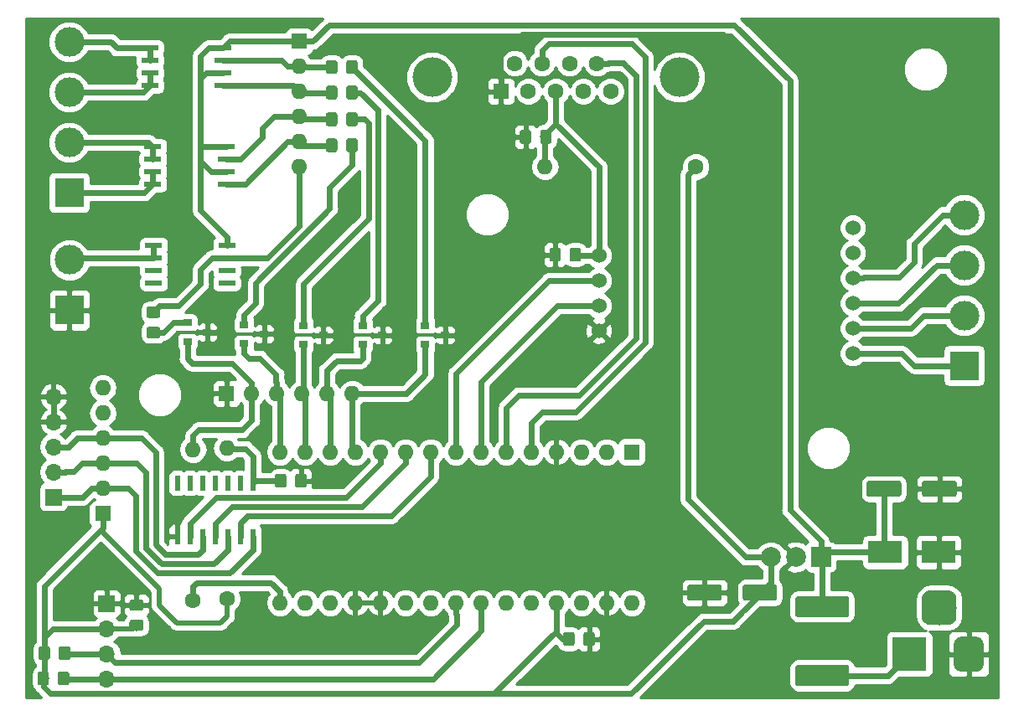
<source format=gbr>
G04 #@! TF.GenerationSoftware,KiCad,Pcbnew,(5.0.1)-3*
G04 #@! TF.CreationDate,2018-11-28T16:53:20+01:00*
G04 #@! TF.ProjectId,Board,426F6172642E6B696361645F70636200,rev?*
G04 #@! TF.SameCoordinates,PX4aa8030PY631c184*
G04 #@! TF.FileFunction,Copper,L2,Bot,Signal*
G04 #@! TF.FilePolarity,Positive*
%FSLAX46Y46*%
G04 Gerber Fmt 4.6, Leading zero omitted, Abs format (unit mm)*
G04 Created by KiCad (PCBNEW (5.0.1)-3) date 11/28/18 16:53:20*
%MOMM*%
%LPD*%
G01*
G04 APERTURE LIST*
G04 #@! TA.AperFunction,ComponentPad*
%ADD10O,1.600000X1.600000*%
G04 #@! TD*
G04 #@! TA.AperFunction,ComponentPad*
%ADD11C,1.600000*%
G04 #@! TD*
G04 #@! TA.AperFunction,ComponentPad*
%ADD12R,3.000000X3.000000*%
G04 #@! TD*
G04 #@! TA.AperFunction,ComponentPad*
%ADD13C,3.000000*%
G04 #@! TD*
G04 #@! TA.AperFunction,ComponentPad*
%ADD14R,1.700000X1.700000*%
G04 #@! TD*
G04 #@! TA.AperFunction,ComponentPad*
%ADD15O,1.700000X1.700000*%
G04 #@! TD*
G04 #@! TA.AperFunction,Conductor*
%ADD16C,0.100000*%
G04 #@! TD*
G04 #@! TA.AperFunction,SMDPad,CuDef*
%ADD17C,1.150000*%
G04 #@! TD*
G04 #@! TA.AperFunction,SMDPad,CuDef*
%ADD18R,3.500000X2.300000*%
G04 #@! TD*
G04 #@! TA.AperFunction,ComponentPad*
%ADD19C,1.524000*%
G04 #@! TD*
G04 #@! TA.AperFunction,ComponentPad*
%ADD20R,1.600000X1.600000*%
G04 #@! TD*
G04 #@! TA.AperFunction,ComponentPad*
%ADD21R,3.500000X3.500000*%
G04 #@! TD*
G04 #@! TA.AperFunction,ComponentPad*
%ADD22C,3.500000*%
G04 #@! TD*
G04 #@! TA.AperFunction,SMDPad,CuDef*
%ADD23C,2.100000*%
G04 #@! TD*
G04 #@! TA.AperFunction,SMDPad,CuDef*
%ADD24R,1.750000X0.550000*%
G04 #@! TD*
G04 #@! TA.AperFunction,ComponentPad*
%ADD25R,2.000000X2.000000*%
G04 #@! TD*
G04 #@! TA.AperFunction,ComponentPad*
%ADD26C,2.000000*%
G04 #@! TD*
G04 #@! TA.AperFunction,ComponentPad*
%ADD27C,4.000000*%
G04 #@! TD*
G04 #@! TA.AperFunction,SMDPad,CuDef*
%ADD28R,0.900000X0.800000*%
G04 #@! TD*
G04 #@! TA.AperFunction,SMDPad,CuDef*
%ADD29C,1.600000*%
G04 #@! TD*
G04 #@! TA.AperFunction,SMDPad,CuDef*
%ADD30R,0.600000X1.500000*%
G04 #@! TD*
G04 #@! TA.AperFunction,Conductor*
%ADD31C,0.600000*%
G04 #@! TD*
G04 #@! TA.AperFunction,Conductor*
%ADD32C,0.300000*%
G04 #@! TD*
G04 #@! TA.AperFunction,Conductor*
%ADD33C,0.500000*%
G04 #@! TD*
G04 #@! TA.AperFunction,Conductor*
%ADD34C,0.254000*%
G04 #@! TD*
G04 APERTURE END LIST*
D10*
G04 #@! TO.P,REF\002A\002A,2*
G04 #@! TO.N,N/C*
X53162200Y54394100D03*
D11*
G04 #@! TO.P,REF\002A\002A,1*
X68402200Y54394100D03*
G04 #@! TD*
G04 #@! TO.P,REF\002A\002A,1*
G04 #@! TO.N,N/C*
X21031200Y10706100D03*
D10*
G04 #@! TO.P,REF\002A\002A,2*
X21031200Y25946100D03*
G04 #@! TD*
D12*
G04 #@! TO.P,J3,1*
G04 #@! TO.N,GND*
X5118100Y39890700D03*
D13*
G04 #@! TO.P,J3,2*
G04 #@! TO.N,Net-(J3-Pad2)*
X5118100Y44970700D03*
G04 #@! TD*
D14*
G04 #@! TO.P,enc1,1*
G04 #@! TO.N,BTN*
X3492500Y20993100D03*
D15*
G04 #@! TO.P,enc1,2*
G04 #@! TO.N,ENCB*
X3492500Y23533100D03*
G04 #@! TO.P,enc1,3*
G04 #@! TO.N,ENCA*
X3492500Y26073100D03*
G04 #@! TO.P,enc1,4*
G04 #@! TO.N,GND*
X3492500Y28613100D03*
G04 #@! TO.P,enc1,5*
X3492500Y31153100D03*
G04 #@! TD*
D16*
G04 #@! TO.N,SDA*
G04 #@! TO.C,R7*
G36*
X4974884Y5919141D02*
X4999152Y5915541D01*
X5022951Y5909580D01*
X5046050Y5901315D01*
X5068229Y5890825D01*
X5089272Y5878213D01*
X5108978Y5863598D01*
X5127156Y5847122D01*
X5143632Y5828944D01*
X5158247Y5809238D01*
X5170859Y5788195D01*
X5181349Y5766016D01*
X5189614Y5742917D01*
X5195575Y5719118D01*
X5199175Y5694850D01*
X5200379Y5670346D01*
X5200379Y4770344D01*
X5199175Y4745840D01*
X5195575Y4721572D01*
X5189614Y4697773D01*
X5181349Y4674674D01*
X5170859Y4652495D01*
X5158247Y4631452D01*
X5143632Y4611746D01*
X5127156Y4593568D01*
X5108978Y4577092D01*
X5089272Y4562477D01*
X5068229Y4549865D01*
X5046050Y4539375D01*
X5022951Y4531110D01*
X4999152Y4525149D01*
X4974884Y4521549D01*
X4950380Y4520345D01*
X4300378Y4520345D01*
X4275874Y4521549D01*
X4251606Y4525149D01*
X4227807Y4531110D01*
X4204708Y4539375D01*
X4182529Y4549865D01*
X4161486Y4562477D01*
X4141780Y4577092D01*
X4123602Y4593568D01*
X4107126Y4611746D01*
X4092511Y4631452D01*
X4079899Y4652495D01*
X4069409Y4674674D01*
X4061144Y4697773D01*
X4055183Y4721572D01*
X4051583Y4745840D01*
X4050379Y4770344D01*
X4050379Y5670346D01*
X4051583Y5694850D01*
X4055183Y5719118D01*
X4061144Y5742917D01*
X4069409Y5766016D01*
X4079899Y5788195D01*
X4092511Y5809238D01*
X4107126Y5828944D01*
X4123602Y5847122D01*
X4141780Y5863598D01*
X4161486Y5878213D01*
X4182529Y5890825D01*
X4204708Y5901315D01*
X4227807Y5909580D01*
X4251606Y5915541D01*
X4275874Y5919141D01*
X4300378Y5920345D01*
X4950380Y5920345D01*
X4974884Y5919141D01*
X4974884Y5919141D01*
G37*
D17*
G04 #@! TD*
G04 #@! TO.P,R7,2*
G04 #@! TO.N,SDA*
X4625379Y5220345D03*
D16*
G04 #@! TO.N,+5V*
G04 #@! TO.C,R7*
G36*
X2924884Y5919141D02*
X2949152Y5915541D01*
X2972951Y5909580D01*
X2996050Y5901315D01*
X3018229Y5890825D01*
X3039272Y5878213D01*
X3058978Y5863598D01*
X3077156Y5847122D01*
X3093632Y5828944D01*
X3108247Y5809238D01*
X3120859Y5788195D01*
X3131349Y5766016D01*
X3139614Y5742917D01*
X3145575Y5719118D01*
X3149175Y5694850D01*
X3150379Y5670346D01*
X3150379Y4770344D01*
X3149175Y4745840D01*
X3145575Y4721572D01*
X3139614Y4697773D01*
X3131349Y4674674D01*
X3120859Y4652495D01*
X3108247Y4631452D01*
X3093632Y4611746D01*
X3077156Y4593568D01*
X3058978Y4577092D01*
X3039272Y4562477D01*
X3018229Y4549865D01*
X2996050Y4539375D01*
X2972951Y4531110D01*
X2949152Y4525149D01*
X2924884Y4521549D01*
X2900380Y4520345D01*
X2250378Y4520345D01*
X2225874Y4521549D01*
X2201606Y4525149D01*
X2177807Y4531110D01*
X2154708Y4539375D01*
X2132529Y4549865D01*
X2111486Y4562477D01*
X2091780Y4577092D01*
X2073602Y4593568D01*
X2057126Y4611746D01*
X2042511Y4631452D01*
X2029899Y4652495D01*
X2019409Y4674674D01*
X2011144Y4697773D01*
X2005183Y4721572D01*
X2001583Y4745840D01*
X2000379Y4770344D01*
X2000379Y5670346D01*
X2001583Y5694850D01*
X2005183Y5719118D01*
X2011144Y5742917D01*
X2019409Y5766016D01*
X2029899Y5788195D01*
X2042511Y5809238D01*
X2057126Y5828944D01*
X2073602Y5847122D01*
X2091780Y5863598D01*
X2111486Y5878213D01*
X2132529Y5890825D01*
X2154708Y5901315D01*
X2177807Y5909580D01*
X2201606Y5915541D01*
X2225874Y5919141D01*
X2250378Y5920345D01*
X2900380Y5920345D01*
X2924884Y5919141D01*
X2924884Y5919141D01*
G37*
D17*
G04 #@! TD*
G04 #@! TO.P,R7,1*
G04 #@! TO.N,+5V*
X2575379Y5220345D03*
D16*
G04 #@! TO.N,+5V*
G04 #@! TO.C,R6*
G36*
X2823284Y3353741D02*
X2847552Y3350141D01*
X2871351Y3344180D01*
X2894450Y3335915D01*
X2916629Y3325425D01*
X2937672Y3312813D01*
X2957378Y3298198D01*
X2975556Y3281722D01*
X2992032Y3263544D01*
X3006647Y3243838D01*
X3019259Y3222795D01*
X3029749Y3200616D01*
X3038014Y3177517D01*
X3043975Y3153718D01*
X3047575Y3129450D01*
X3048779Y3104946D01*
X3048779Y2204944D01*
X3047575Y2180440D01*
X3043975Y2156172D01*
X3038014Y2132373D01*
X3029749Y2109274D01*
X3019259Y2087095D01*
X3006647Y2066052D01*
X2992032Y2046346D01*
X2975556Y2028168D01*
X2957378Y2011692D01*
X2937672Y1997077D01*
X2916629Y1984465D01*
X2894450Y1973975D01*
X2871351Y1965710D01*
X2847552Y1959749D01*
X2823284Y1956149D01*
X2798780Y1954945D01*
X2148778Y1954945D01*
X2124274Y1956149D01*
X2100006Y1959749D01*
X2076207Y1965710D01*
X2053108Y1973975D01*
X2030929Y1984465D01*
X2009886Y1997077D01*
X1990180Y2011692D01*
X1972002Y2028168D01*
X1955526Y2046346D01*
X1940911Y2066052D01*
X1928299Y2087095D01*
X1917809Y2109274D01*
X1909544Y2132373D01*
X1903583Y2156172D01*
X1899983Y2180440D01*
X1898779Y2204944D01*
X1898779Y3104946D01*
X1899983Y3129450D01*
X1903583Y3153718D01*
X1909544Y3177517D01*
X1917809Y3200616D01*
X1928299Y3222795D01*
X1940911Y3243838D01*
X1955526Y3263544D01*
X1972002Y3281722D01*
X1990180Y3298198D01*
X2009886Y3312813D01*
X2030929Y3325425D01*
X2053108Y3335915D01*
X2076207Y3344180D01*
X2100006Y3350141D01*
X2124274Y3353741D01*
X2148778Y3354945D01*
X2798780Y3354945D01*
X2823284Y3353741D01*
X2823284Y3353741D01*
G37*
D17*
G04 #@! TD*
G04 #@! TO.P,R6,1*
G04 #@! TO.N,+5V*
X2473779Y2654945D03*
D16*
G04 #@! TO.N,SCL*
G04 #@! TO.C,R6*
G36*
X4873284Y3353741D02*
X4897552Y3350141D01*
X4921351Y3344180D01*
X4944450Y3335915D01*
X4966629Y3325425D01*
X4987672Y3312813D01*
X5007378Y3298198D01*
X5025556Y3281722D01*
X5042032Y3263544D01*
X5056647Y3243838D01*
X5069259Y3222795D01*
X5079749Y3200616D01*
X5088014Y3177517D01*
X5093975Y3153718D01*
X5097575Y3129450D01*
X5098779Y3104946D01*
X5098779Y2204944D01*
X5097575Y2180440D01*
X5093975Y2156172D01*
X5088014Y2132373D01*
X5079749Y2109274D01*
X5069259Y2087095D01*
X5056647Y2066052D01*
X5042032Y2046346D01*
X5025556Y2028168D01*
X5007378Y2011692D01*
X4987672Y1997077D01*
X4966629Y1984465D01*
X4944450Y1973975D01*
X4921351Y1965710D01*
X4897552Y1959749D01*
X4873284Y1956149D01*
X4848780Y1954945D01*
X4198778Y1954945D01*
X4174274Y1956149D01*
X4150006Y1959749D01*
X4126207Y1965710D01*
X4103108Y1973975D01*
X4080929Y1984465D01*
X4059886Y1997077D01*
X4040180Y2011692D01*
X4022002Y2028168D01*
X4005526Y2046346D01*
X3990911Y2066052D01*
X3978299Y2087095D01*
X3967809Y2109274D01*
X3959544Y2132373D01*
X3953583Y2156172D01*
X3949983Y2180440D01*
X3948779Y2204944D01*
X3948779Y3104946D01*
X3949983Y3129450D01*
X3953583Y3153718D01*
X3959544Y3177517D01*
X3967809Y3200616D01*
X3978299Y3222795D01*
X3990911Y3243838D01*
X4005526Y3263544D01*
X4022002Y3281722D01*
X4040180Y3298198D01*
X4059886Y3312813D01*
X4080929Y3325425D01*
X4103108Y3335915D01*
X4126207Y3344180D01*
X4150006Y3350141D01*
X4174274Y3353741D01*
X4198778Y3354945D01*
X4848780Y3354945D01*
X4873284Y3353741D01*
X4873284Y3353741D01*
G37*
D17*
G04 #@! TD*
G04 #@! TO.P,R6,2*
G04 #@! TO.N,SCL*
X4523779Y2654945D03*
D14*
G04 #@! TO.P,J5,1*
G04 #@! TO.N,GND*
X8864600Y10223500D03*
D15*
G04 #@! TO.P,J5,2*
G04 #@! TO.N,+5V*
X8864600Y7683500D03*
G04 #@! TO.P,J5,3*
G04 #@! TO.N,SDA*
X8864600Y5143500D03*
G04 #@! TO.P,J5,4*
G04 #@! TO.N,SCL*
X8864600Y2603500D03*
G04 #@! TD*
D18*
G04 #@! TO.P,D1,1*
G04 #@! TO.N,+24V*
X87546200Y15417800D03*
G04 #@! TO.P,D1,2*
G04 #@! TO.N,GND*
X92946200Y15417800D03*
G04 #@! TD*
D19*
G04 #@! TO.P,U3,1*
G04 #@! TO.N,GND*
X58623200Y37807900D03*
G04 #@! TO.P,U3,2*
G04 #@! TO.N,scaleDATA*
X58623200Y40347900D03*
G04 #@! TO.P,U3,3*
G04 #@! TO.N,scaleCLK*
X58623200Y42887900D03*
G04 #@! TO.P,U3,4*
G04 #@! TO.N,+5V*
X58623200Y45427900D03*
G04 #@! TO.P,U3,5*
G04 #@! TO.N,Net-(J6-Pad1)*
X84277200Y35521900D03*
G04 #@! TO.P,U3,6*
G04 #@! TO.N,Net-(J6-Pad2)*
X84277200Y38061900D03*
G04 #@! TO.P,U3,7*
G04 #@! TO.N,Net-(J6-Pad3)*
X84277200Y40601900D03*
G04 #@! TO.P,U3,8*
G04 #@! TO.N,Net-(J6-Pad4)*
X84277200Y43141900D03*
G04 #@! TO.P,U3,9*
G04 #@! TO.N,Net-(U3-Pad9)*
X84277200Y45681900D03*
G04 #@! TO.P,U3,10*
G04 #@! TO.N,Net-(U3-Pad10)*
X84277200Y48221900D03*
G04 #@! TD*
D20*
G04 #@! TO.P,A1,1*
G04 #@! TO.N,Net-(A1-Pad1)*
X61937900Y25565100D03*
D10*
G04 #@! TO.P,A1,17*
G04 #@! TO.N,Net-(A1-Pad17)*
X28917900Y10325100D03*
G04 #@! TO.P,A1,2*
G04 #@! TO.N,Net-(A1-Pad2)*
X59397900Y25565100D03*
G04 #@! TO.P,A1,18*
G04 #@! TO.N,Net-(A1-Pad18)*
X31457900Y10325100D03*
G04 #@! TO.P,A1,3*
G04 #@! TO.N,Net-(A1-Pad3)*
X56857900Y25565100D03*
G04 #@! TO.P,A1,19*
G04 #@! TO.N,GND*
X33997900Y10325100D03*
G04 #@! TO.P,A1,4*
X54317900Y25565100D03*
G04 #@! TO.P,A1,20*
X36537900Y10325100D03*
G04 #@! TO.P,A1,5*
G04 #@! TO.N,scannerCLK*
X51777900Y25565100D03*
G04 #@! TO.P,A1,21*
G04 #@! TO.N,Net-(A1-Pad21)*
X39077900Y10325100D03*
G04 #@! TO.P,A1,6*
G04 #@! TO.N,scannerDATA*
X49237900Y25565100D03*
G04 #@! TO.P,A1,22*
G04 #@! TO.N,Net-(A1-Pad22)*
X41617900Y10325100D03*
G04 #@! TO.P,A1,7*
G04 #@! TO.N,scaleDATA*
X46697900Y25565100D03*
G04 #@! TO.P,A1,23*
G04 #@! TO.N,SDA*
X44157900Y10325100D03*
G04 #@! TO.P,A1,8*
G04 #@! TO.N,scaleCLK*
X44157900Y25565100D03*
G04 #@! TO.P,A1,24*
G04 #@! TO.N,SCL*
X46697900Y10325100D03*
G04 #@! TO.P,A1,9*
G04 #@! TO.N,Net-(A1-Pad9)*
X41617900Y25565100D03*
G04 #@! TO.P,A1,25*
G04 #@! TO.N,Net-(A1-Pad25)*
X49237900Y10325100D03*
G04 #@! TO.P,A1,10*
G04 #@! TO.N,Net-(A1-Pad10)*
X39077900Y25565100D03*
G04 #@! TO.P,A1,26*
G04 #@! TO.N,Net-(A1-Pad26)*
X51777900Y10325100D03*
G04 #@! TO.P,A1,11*
G04 #@! TO.N,Net-(A1-Pad11)*
X36537900Y25565100D03*
G04 #@! TO.P,A1,27*
G04 #@! TO.N,+5V*
X54317900Y10325100D03*
G04 #@! TO.P,A1,12*
G04 #@! TO.N,L1*
X33997900Y25565100D03*
G04 #@! TO.P,A1,28*
G04 #@! TO.N,Net-(A1-Pad28)*
X56857900Y10325100D03*
G04 #@! TO.P,A1,13*
G04 #@! TO.N,L2*
X31457900Y25565100D03*
G04 #@! TO.P,A1,29*
G04 #@! TO.N,GND*
X59397900Y10325100D03*
G04 #@! TO.P,A1,14*
G04 #@! TO.N,L3*
X28917900Y25565100D03*
G04 #@! TO.P,A1,30*
G04 #@! TO.N,Net-(A1-Pad30)*
X61937900Y10325100D03*
G04 #@! TO.P,A1,15*
G04 #@! TO.N,L4*
X26377900Y25565100D03*
G04 #@! TO.P,A1,16*
G04 #@! TO.N,Buzzer*
X26377900Y10325100D03*
G04 #@! TD*
D21*
G04 #@! TO.P,J1,1*
G04 #@! TO.N,Net-(F1-Pad1)*
X89992200Y5118100D03*
D16*
G04 #@! TD*
G04 #@! TO.N,GND*
G04 #@! TO.C,J1*
G36*
X96815713Y6864489D02*
X96888518Y6853689D01*
X96959914Y6835805D01*
X97029213Y6811010D01*
X97095748Y6779541D01*
X97158878Y6741702D01*
X97217995Y6697858D01*
X97272530Y6648430D01*
X97321958Y6593895D01*
X97365802Y6534778D01*
X97403641Y6471648D01*
X97435110Y6405113D01*
X97459905Y6335814D01*
X97477789Y6264418D01*
X97488589Y6191613D01*
X97492200Y6118100D01*
X97492200Y4118100D01*
X97488589Y4044587D01*
X97477789Y3971782D01*
X97459905Y3900386D01*
X97435110Y3831087D01*
X97403641Y3764552D01*
X97365802Y3701422D01*
X97321958Y3642305D01*
X97272530Y3587770D01*
X97217995Y3538342D01*
X97158878Y3494498D01*
X97095748Y3456659D01*
X97029213Y3425190D01*
X96959914Y3400395D01*
X96888518Y3382511D01*
X96815713Y3371711D01*
X96742200Y3368100D01*
X95242200Y3368100D01*
X95168687Y3371711D01*
X95095882Y3382511D01*
X95024486Y3400395D01*
X94955187Y3425190D01*
X94888652Y3456659D01*
X94825522Y3494498D01*
X94766405Y3538342D01*
X94711870Y3587770D01*
X94662442Y3642305D01*
X94618598Y3701422D01*
X94580759Y3764552D01*
X94549290Y3831087D01*
X94524495Y3900386D01*
X94506611Y3971782D01*
X94495811Y4044587D01*
X94492200Y4118100D01*
X94492200Y6118100D01*
X94495811Y6191613D01*
X94506611Y6264418D01*
X94524495Y6335814D01*
X94549290Y6405113D01*
X94580759Y6471648D01*
X94618598Y6534778D01*
X94662442Y6593895D01*
X94711870Y6648430D01*
X94766405Y6697858D01*
X94825522Y6741702D01*
X94888652Y6779541D01*
X94955187Y6811010D01*
X95024486Y6835805D01*
X95095882Y6853689D01*
X95168687Y6864489D01*
X95242200Y6868100D01*
X96742200Y6868100D01*
X96815713Y6864489D01*
X96815713Y6864489D01*
G37*
D13*
G04 #@! TO.P,J1,2*
G04 #@! TO.N,GND*
X95992200Y5118100D03*
D16*
G04 #@! TD*
G04 #@! TO.N,N/C*
G04 #@! TO.C,J1*
G36*
X93952965Y11563887D02*
X94037904Y11551287D01*
X94121199Y11530423D01*
X94202048Y11501495D01*
X94279672Y11464781D01*
X94353324Y11420636D01*
X94422294Y11369484D01*
X94485918Y11311818D01*
X94543584Y11248194D01*
X94594736Y11179224D01*
X94638881Y11105572D01*
X94675595Y11027948D01*
X94704523Y10947099D01*
X94725387Y10863804D01*
X94737987Y10778865D01*
X94742200Y10693100D01*
X94742200Y8943100D01*
X94737987Y8857335D01*
X94725387Y8772396D01*
X94704523Y8689101D01*
X94675595Y8608252D01*
X94638881Y8530628D01*
X94594736Y8456976D01*
X94543584Y8388006D01*
X94485918Y8324382D01*
X94422294Y8266716D01*
X94353324Y8215564D01*
X94279672Y8171419D01*
X94202048Y8134705D01*
X94121199Y8105777D01*
X94037904Y8084913D01*
X93952965Y8072313D01*
X93867200Y8068100D01*
X92117200Y8068100D01*
X92031435Y8072313D01*
X91946496Y8084913D01*
X91863201Y8105777D01*
X91782352Y8134705D01*
X91704728Y8171419D01*
X91631076Y8215564D01*
X91562106Y8266716D01*
X91498482Y8324382D01*
X91440816Y8388006D01*
X91389664Y8456976D01*
X91345519Y8530628D01*
X91308805Y8608252D01*
X91279877Y8689101D01*
X91259013Y8772396D01*
X91246413Y8857335D01*
X91242200Y8943100D01*
X91242200Y10693100D01*
X91246413Y10778865D01*
X91259013Y10863804D01*
X91279877Y10947099D01*
X91308805Y11027948D01*
X91345519Y11105572D01*
X91389664Y11179224D01*
X91440816Y11248194D01*
X91498482Y11311818D01*
X91562106Y11369484D01*
X91631076Y11420636D01*
X91704728Y11464781D01*
X91782352Y11501495D01*
X91863201Y11530423D01*
X91946496Y11551287D01*
X92031435Y11563887D01*
X92117200Y11568100D01*
X93867200Y11568100D01*
X93952965Y11563887D01*
X93952965Y11563887D01*
G37*
D22*
G04 #@! TO.P,J1,3*
G04 #@! TO.N,N/C*
X92992200Y9818100D03*
G04 #@! TD*
D16*
G04 #@! TO.N,Net-(F1-Pad1)*
G04 #@! TO.C,F1*
G36*
X83690604Y4012696D02*
X83714873Y4009096D01*
X83738671Y4003135D01*
X83761771Y3994870D01*
X83783949Y3984380D01*
X83804993Y3971767D01*
X83824698Y3957153D01*
X83842877Y3940677D01*
X83859353Y3922498D01*
X83873967Y3902793D01*
X83886580Y3881749D01*
X83897070Y3859571D01*
X83905335Y3836471D01*
X83911296Y3812673D01*
X83914896Y3788404D01*
X83916100Y3763900D01*
X83916100Y2163900D01*
X83914896Y2139396D01*
X83911296Y2115127D01*
X83905335Y2091329D01*
X83897070Y2068229D01*
X83886580Y2046051D01*
X83873967Y2025007D01*
X83859353Y2005302D01*
X83842877Y1987123D01*
X83824698Y1970647D01*
X83804993Y1956033D01*
X83783949Y1943420D01*
X83761771Y1932930D01*
X83738671Y1924665D01*
X83714873Y1918704D01*
X83690604Y1915104D01*
X83666100Y1913900D01*
X78716100Y1913900D01*
X78691596Y1915104D01*
X78667327Y1918704D01*
X78643529Y1924665D01*
X78620429Y1932930D01*
X78598251Y1943420D01*
X78577207Y1956033D01*
X78557502Y1970647D01*
X78539323Y1987123D01*
X78522847Y2005302D01*
X78508233Y2025007D01*
X78495620Y2046051D01*
X78485130Y2068229D01*
X78476865Y2091329D01*
X78470904Y2115127D01*
X78467304Y2139396D01*
X78466100Y2163900D01*
X78466100Y3763900D01*
X78467304Y3788404D01*
X78470904Y3812673D01*
X78476865Y3836471D01*
X78485130Y3859571D01*
X78495620Y3881749D01*
X78508233Y3902793D01*
X78522847Y3922498D01*
X78539323Y3940677D01*
X78557502Y3957153D01*
X78577207Y3971767D01*
X78598251Y3984380D01*
X78620429Y3994870D01*
X78643529Y4003135D01*
X78667327Y4009096D01*
X78691596Y4012696D01*
X78716100Y4013900D01*
X83666100Y4013900D01*
X83690604Y4012696D01*
X83690604Y4012696D01*
G37*
D23*
G04 #@! TD*
G04 #@! TO.P,F1,1*
G04 #@! TO.N,Net-(F1-Pad1)*
X81191100Y2963900D03*
D16*
G04 #@! TO.N,+24V*
G04 #@! TO.C,F1*
G36*
X83690604Y10962696D02*
X83714873Y10959096D01*
X83738671Y10953135D01*
X83761771Y10944870D01*
X83783949Y10934380D01*
X83804993Y10921767D01*
X83824698Y10907153D01*
X83842877Y10890677D01*
X83859353Y10872498D01*
X83873967Y10852793D01*
X83886580Y10831749D01*
X83897070Y10809571D01*
X83905335Y10786471D01*
X83911296Y10762673D01*
X83914896Y10738404D01*
X83916100Y10713900D01*
X83916100Y9113900D01*
X83914896Y9089396D01*
X83911296Y9065127D01*
X83905335Y9041329D01*
X83897070Y9018229D01*
X83886580Y8996051D01*
X83873967Y8975007D01*
X83859353Y8955302D01*
X83842877Y8937123D01*
X83824698Y8920647D01*
X83804993Y8906033D01*
X83783949Y8893420D01*
X83761771Y8882930D01*
X83738671Y8874665D01*
X83714873Y8868704D01*
X83690604Y8865104D01*
X83666100Y8863900D01*
X78716100Y8863900D01*
X78691596Y8865104D01*
X78667327Y8868704D01*
X78643529Y8874665D01*
X78620429Y8882930D01*
X78598251Y8893420D01*
X78577207Y8906033D01*
X78557502Y8920647D01*
X78539323Y8937123D01*
X78522847Y8955302D01*
X78508233Y8975007D01*
X78495620Y8996051D01*
X78485130Y9018229D01*
X78476865Y9041329D01*
X78470904Y9065127D01*
X78467304Y9089396D01*
X78466100Y9113900D01*
X78466100Y10713900D01*
X78467304Y10738404D01*
X78470904Y10762673D01*
X78476865Y10786471D01*
X78485130Y10809571D01*
X78495620Y10831749D01*
X78508233Y10852793D01*
X78522847Y10872498D01*
X78539323Y10890677D01*
X78557502Y10907153D01*
X78577207Y10921767D01*
X78598251Y10934380D01*
X78620429Y10944870D01*
X78643529Y10953135D01*
X78667327Y10959096D01*
X78691596Y10962696D01*
X78716100Y10963900D01*
X83666100Y10963900D01*
X83690604Y10962696D01*
X83690604Y10962696D01*
G37*
D23*
G04 #@! TD*
G04 #@! TO.P,F1,2*
G04 #@! TO.N,+24V*
X81191100Y9913900D03*
D24*
G04 #@! TO.P,Q4,8*
G04 #@! TO.N,Net-(J2-Pad2)*
X13533900Y56426100D03*
G04 #@! TO.P,Q4,7*
X13533900Y55156100D03*
G04 #@! TO.P,Q4,6*
G04 #@! TO.N,Net-(J2-Pad1)*
X13533900Y53886100D03*
G04 #@! TO.P,Q4,5*
X13533900Y52616100D03*
G04 #@! TO.P,Q4,4*
G04 #@! TO.N,PullupsL4*
X20933900Y52616100D03*
G04 #@! TO.P,Q4,3*
G04 #@! TO.N,+24V*
X20933900Y53886100D03*
G04 #@! TO.P,Q4,2*
G04 #@! TO.N,PullupsL3*
X20933900Y55156100D03*
G04 #@! TO.P,Q4,1*
G04 #@! TO.N,+24V*
X20933900Y56426100D03*
G04 #@! TD*
G04 #@! TO.P,Q7,1*
G04 #@! TO.N,+24V*
X21022800Y46443900D03*
G04 #@! TO.P,Q7,2*
G04 #@! TO.N,PullupsBuzzer*
X21022800Y45173900D03*
G04 #@! TO.P,Q7,3*
G04 #@! TO.N,N/C*
X21022800Y43903900D03*
G04 #@! TO.P,Q7,4*
X21022800Y42633900D03*
G04 #@! TO.P,Q7,5*
X13622800Y42633900D03*
G04 #@! TO.P,Q7,6*
X13622800Y43903900D03*
G04 #@! TO.P,Q7,7*
G04 #@! TO.N,Net-(J3-Pad2)*
X13622800Y45173900D03*
G04 #@! TO.P,Q7,8*
X13622800Y46443900D03*
G04 #@! TD*
D25*
G04 #@! TO.P,U1,1*
G04 #@! TO.N,+24V*
X81051400Y14935200D03*
D26*
G04 #@! TO.P,U1,2*
G04 #@! TO.N,GND*
X78511400Y14935200D03*
G04 #@! TO.P,U1,3*
G04 #@! TO.N,+5V*
X75971400Y14935200D03*
G04 #@! TD*
D16*
G04 #@! TO.N,PullupsL2*
G04 #@! TO.C,R2*
G36*
X31963505Y62585896D02*
X31987773Y62582296D01*
X32011572Y62576335D01*
X32034671Y62568070D01*
X32056850Y62557580D01*
X32077893Y62544968D01*
X32097599Y62530353D01*
X32115777Y62513877D01*
X32132253Y62495699D01*
X32146868Y62475993D01*
X32159480Y62454950D01*
X32169970Y62432771D01*
X32178235Y62409672D01*
X32184196Y62385873D01*
X32187796Y62361605D01*
X32189000Y62337101D01*
X32189000Y61437099D01*
X32187796Y61412595D01*
X32184196Y61388327D01*
X32178235Y61364528D01*
X32169970Y61341429D01*
X32159480Y61319250D01*
X32146868Y61298207D01*
X32132253Y61278501D01*
X32115777Y61260323D01*
X32097599Y61243847D01*
X32077893Y61229232D01*
X32056850Y61216620D01*
X32034671Y61206130D01*
X32011572Y61197865D01*
X31987773Y61191904D01*
X31963505Y61188304D01*
X31939001Y61187100D01*
X31288999Y61187100D01*
X31264495Y61188304D01*
X31240227Y61191904D01*
X31216428Y61197865D01*
X31193329Y61206130D01*
X31171150Y61216620D01*
X31150107Y61229232D01*
X31130401Y61243847D01*
X31112223Y61260323D01*
X31095747Y61278501D01*
X31081132Y61298207D01*
X31068520Y61319250D01*
X31058030Y61341429D01*
X31049765Y61364528D01*
X31043804Y61388327D01*
X31040204Y61412595D01*
X31039000Y61437099D01*
X31039000Y62337101D01*
X31040204Y62361605D01*
X31043804Y62385873D01*
X31049765Y62409672D01*
X31058030Y62432771D01*
X31068520Y62454950D01*
X31081132Y62475993D01*
X31095747Y62495699D01*
X31112223Y62513877D01*
X31130401Y62530353D01*
X31150107Y62544968D01*
X31171150Y62557580D01*
X31193329Y62568070D01*
X31216428Y62576335D01*
X31240227Y62582296D01*
X31264495Y62585896D01*
X31288999Y62587100D01*
X31939001Y62587100D01*
X31963505Y62585896D01*
X31963505Y62585896D01*
G37*
D17*
G04 #@! TD*
G04 #@! TO.P,R2,1*
G04 #@! TO.N,PullupsL2*
X31614000Y61887100D03*
D16*
G04 #@! TO.N,Net-(Q3-Pad2)*
G04 #@! TO.C,R2*
G36*
X34013505Y62585896D02*
X34037773Y62582296D01*
X34061572Y62576335D01*
X34084671Y62568070D01*
X34106850Y62557580D01*
X34127893Y62544968D01*
X34147599Y62530353D01*
X34165777Y62513877D01*
X34182253Y62495699D01*
X34196868Y62475993D01*
X34209480Y62454950D01*
X34219970Y62432771D01*
X34228235Y62409672D01*
X34234196Y62385873D01*
X34237796Y62361605D01*
X34239000Y62337101D01*
X34239000Y61437099D01*
X34237796Y61412595D01*
X34234196Y61388327D01*
X34228235Y61364528D01*
X34219970Y61341429D01*
X34209480Y61319250D01*
X34196868Y61298207D01*
X34182253Y61278501D01*
X34165777Y61260323D01*
X34147599Y61243847D01*
X34127893Y61229232D01*
X34106850Y61216620D01*
X34084671Y61206130D01*
X34061572Y61197865D01*
X34037773Y61191904D01*
X34013505Y61188304D01*
X33989001Y61187100D01*
X33338999Y61187100D01*
X33314495Y61188304D01*
X33290227Y61191904D01*
X33266428Y61197865D01*
X33243329Y61206130D01*
X33221150Y61216620D01*
X33200107Y61229232D01*
X33180401Y61243847D01*
X33162223Y61260323D01*
X33145747Y61278501D01*
X33131132Y61298207D01*
X33118520Y61319250D01*
X33108030Y61341429D01*
X33099765Y61364528D01*
X33093804Y61388327D01*
X33090204Y61412595D01*
X33089000Y61437099D01*
X33089000Y62337101D01*
X33090204Y62361605D01*
X33093804Y62385873D01*
X33099765Y62409672D01*
X33108030Y62432771D01*
X33118520Y62454950D01*
X33131132Y62475993D01*
X33145747Y62495699D01*
X33162223Y62513877D01*
X33180401Y62530353D01*
X33200107Y62544968D01*
X33221150Y62557580D01*
X33243329Y62568070D01*
X33266428Y62576335D01*
X33290227Y62582296D01*
X33314495Y62585896D01*
X33338999Y62587100D01*
X33989001Y62587100D01*
X34013505Y62585896D01*
X34013505Y62585896D01*
G37*
D17*
G04 #@! TD*
G04 #@! TO.P,R2,2*
G04 #@! TO.N,Net-(Q3-Pad2)*
X33664000Y61887100D03*
D16*
G04 #@! TO.N,Net-(Q6-Pad2)*
G04 #@! TO.C,R4*
G36*
X34013505Y57251896D02*
X34037773Y57248296D01*
X34061572Y57242335D01*
X34084671Y57234070D01*
X34106850Y57223580D01*
X34127893Y57210968D01*
X34147599Y57196353D01*
X34165777Y57179877D01*
X34182253Y57161699D01*
X34196868Y57141993D01*
X34209480Y57120950D01*
X34219970Y57098771D01*
X34228235Y57075672D01*
X34234196Y57051873D01*
X34237796Y57027605D01*
X34239000Y57003101D01*
X34239000Y56103099D01*
X34237796Y56078595D01*
X34234196Y56054327D01*
X34228235Y56030528D01*
X34219970Y56007429D01*
X34209480Y55985250D01*
X34196868Y55964207D01*
X34182253Y55944501D01*
X34165777Y55926323D01*
X34147599Y55909847D01*
X34127893Y55895232D01*
X34106850Y55882620D01*
X34084671Y55872130D01*
X34061572Y55863865D01*
X34037773Y55857904D01*
X34013505Y55854304D01*
X33989001Y55853100D01*
X33338999Y55853100D01*
X33314495Y55854304D01*
X33290227Y55857904D01*
X33266428Y55863865D01*
X33243329Y55872130D01*
X33221150Y55882620D01*
X33200107Y55895232D01*
X33180401Y55909847D01*
X33162223Y55926323D01*
X33145747Y55944501D01*
X33131132Y55964207D01*
X33118520Y55985250D01*
X33108030Y56007429D01*
X33099765Y56030528D01*
X33093804Y56054327D01*
X33090204Y56078595D01*
X33089000Y56103099D01*
X33089000Y57003101D01*
X33090204Y57027605D01*
X33093804Y57051873D01*
X33099765Y57075672D01*
X33108030Y57098771D01*
X33118520Y57120950D01*
X33131132Y57141993D01*
X33145747Y57161699D01*
X33162223Y57179877D01*
X33180401Y57196353D01*
X33200107Y57210968D01*
X33221150Y57223580D01*
X33243329Y57234070D01*
X33266428Y57242335D01*
X33290227Y57248296D01*
X33314495Y57251896D01*
X33338999Y57253100D01*
X33989001Y57253100D01*
X34013505Y57251896D01*
X34013505Y57251896D01*
G37*
D17*
G04 #@! TD*
G04 #@! TO.P,R4,2*
G04 #@! TO.N,Net-(Q6-Pad2)*
X33664000Y56553100D03*
D16*
G04 #@! TO.N,PullupsL4*
G04 #@! TO.C,R4*
G36*
X31963505Y57251896D02*
X31987773Y57248296D01*
X32011572Y57242335D01*
X32034671Y57234070D01*
X32056850Y57223580D01*
X32077893Y57210968D01*
X32097599Y57196353D01*
X32115777Y57179877D01*
X32132253Y57161699D01*
X32146868Y57141993D01*
X32159480Y57120950D01*
X32169970Y57098771D01*
X32178235Y57075672D01*
X32184196Y57051873D01*
X32187796Y57027605D01*
X32189000Y57003101D01*
X32189000Y56103099D01*
X32187796Y56078595D01*
X32184196Y56054327D01*
X32178235Y56030528D01*
X32169970Y56007429D01*
X32159480Y55985250D01*
X32146868Y55964207D01*
X32132253Y55944501D01*
X32115777Y55926323D01*
X32097599Y55909847D01*
X32077893Y55895232D01*
X32056850Y55882620D01*
X32034671Y55872130D01*
X32011572Y55863865D01*
X31987773Y55857904D01*
X31963505Y55854304D01*
X31939001Y55853100D01*
X31288999Y55853100D01*
X31264495Y55854304D01*
X31240227Y55857904D01*
X31216428Y55863865D01*
X31193329Y55872130D01*
X31171150Y55882620D01*
X31150107Y55895232D01*
X31130401Y55909847D01*
X31112223Y55926323D01*
X31095747Y55944501D01*
X31081132Y55964207D01*
X31068520Y55985250D01*
X31058030Y56007429D01*
X31049765Y56030528D01*
X31043804Y56054327D01*
X31040204Y56078595D01*
X31039000Y56103099D01*
X31039000Y57003101D01*
X31040204Y57027605D01*
X31043804Y57051873D01*
X31049765Y57075672D01*
X31058030Y57098771D01*
X31068520Y57120950D01*
X31081132Y57141993D01*
X31095747Y57161699D01*
X31112223Y57179877D01*
X31130401Y57196353D01*
X31150107Y57210968D01*
X31171150Y57223580D01*
X31193329Y57234070D01*
X31216428Y57242335D01*
X31240227Y57248296D01*
X31264495Y57251896D01*
X31288999Y57253100D01*
X31939001Y57253100D01*
X31963505Y57251896D01*
X31963505Y57251896D01*
G37*
D17*
G04 #@! TD*
G04 #@! TO.P,R4,1*
G04 #@! TO.N,PullupsL4*
X31614000Y56553100D03*
D13*
G04 #@! TO.P,J2,4*
G04 #@! TO.N,Net-(J2-Pad4)*
X5092700Y67005200D03*
D12*
G04 #@! TO.P,J2,1*
G04 #@! TO.N,Net-(J2-Pad1)*
X5092700Y51765200D03*
D13*
G04 #@! TO.P,J2,3*
G04 #@! TO.N,Net-(J2-Pad3)*
X5092700Y61925200D03*
G04 #@! TO.P,J2,2*
G04 #@! TO.N,Net-(J2-Pad2)*
X5092700Y56845200D03*
G04 #@! TD*
G04 #@! TO.P,J6,2*
G04 #@! TO.N,Net-(J6-Pad2)*
X95516700Y39370000D03*
G04 #@! TO.P,J6,3*
G04 #@! TO.N,Net-(J6-Pad3)*
X95516700Y44450000D03*
D12*
G04 #@! TO.P,J6,1*
G04 #@! TO.N,Net-(J6-Pad1)*
X95516700Y34290000D03*
D13*
G04 #@! TO.P,J6,4*
G04 #@! TO.N,Net-(J6-Pad4)*
X95516700Y49530000D03*
G04 #@! TD*
D20*
G04 #@! TO.P,J4,1*
G04 #@! TO.N,GND*
X48717200Y62014100D03*
D11*
G04 #@! TO.P,J4,2*
G04 #@! TO.N,Net-(J4-Pad2)*
X51487200Y62014100D03*
G04 #@! TO.P,J4,3*
G04 #@! TO.N,+5V*
X54257200Y62014100D03*
G04 #@! TO.P,J4,4*
G04 #@! TO.N,Net-(J4-Pad4)*
X57027200Y62014100D03*
G04 #@! TO.P,J4,5*
G04 #@! TO.N,Net-(J4-Pad5)*
X59797200Y62014100D03*
G04 #@! TO.P,J4,6*
G04 #@! TO.N,Net-(J4-Pad6)*
X50102200Y64854100D03*
G04 #@! TO.P,J4,7*
G04 #@! TO.N,scannerCLK*
X52872200Y64854100D03*
G04 #@! TO.P,J4,8*
G04 #@! TO.N,Net-(J4-Pad8)*
X55642200Y64854100D03*
G04 #@! TO.P,J4,9*
G04 #@! TO.N,scannerDATA*
X58412200Y64854100D03*
D27*
G04 #@! TO.P,J4,0*
G04 #@! TO.N,Net-(J4-Pad0)*
X66757200Y63434100D03*
X41757200Y63434100D03*
G04 #@! TD*
D16*
G04 #@! TO.N,GND*
G04 #@! TO.C,C5*
G36*
X51559605Y58115496D02*
X51583873Y58111896D01*
X51607672Y58105935D01*
X51630771Y58097670D01*
X51652950Y58087180D01*
X51673993Y58074568D01*
X51693699Y58059953D01*
X51711877Y58043477D01*
X51728353Y58025299D01*
X51742968Y58005593D01*
X51755580Y57984550D01*
X51766070Y57962371D01*
X51774335Y57939272D01*
X51780296Y57915473D01*
X51783896Y57891205D01*
X51785100Y57866701D01*
X51785100Y56966699D01*
X51783896Y56942195D01*
X51780296Y56917927D01*
X51774335Y56894128D01*
X51766070Y56871029D01*
X51755580Y56848850D01*
X51742968Y56827807D01*
X51728353Y56808101D01*
X51711877Y56789923D01*
X51693699Y56773447D01*
X51673993Y56758832D01*
X51652950Y56746220D01*
X51630771Y56735730D01*
X51607672Y56727465D01*
X51583873Y56721504D01*
X51559605Y56717904D01*
X51535101Y56716700D01*
X50885099Y56716700D01*
X50860595Y56717904D01*
X50836327Y56721504D01*
X50812528Y56727465D01*
X50789429Y56735730D01*
X50767250Y56746220D01*
X50746207Y56758832D01*
X50726501Y56773447D01*
X50708323Y56789923D01*
X50691847Y56808101D01*
X50677232Y56827807D01*
X50664620Y56848850D01*
X50654130Y56871029D01*
X50645865Y56894128D01*
X50639904Y56917927D01*
X50636304Y56942195D01*
X50635100Y56966699D01*
X50635100Y57866701D01*
X50636304Y57891205D01*
X50639904Y57915473D01*
X50645865Y57939272D01*
X50654130Y57962371D01*
X50664620Y57984550D01*
X50677232Y58005593D01*
X50691847Y58025299D01*
X50708323Y58043477D01*
X50726501Y58059953D01*
X50746207Y58074568D01*
X50767250Y58087180D01*
X50789429Y58097670D01*
X50812528Y58105935D01*
X50836327Y58111896D01*
X50860595Y58115496D01*
X50885099Y58116700D01*
X51535101Y58116700D01*
X51559605Y58115496D01*
X51559605Y58115496D01*
G37*
D17*
G04 #@! TD*
G04 #@! TO.P,C5,1*
G04 #@! TO.N,GND*
X51210100Y57416700D03*
D16*
G04 #@! TO.N,+5V*
G04 #@! TO.C,C5*
G36*
X53609605Y58115496D02*
X53633873Y58111896D01*
X53657672Y58105935D01*
X53680771Y58097670D01*
X53702950Y58087180D01*
X53723993Y58074568D01*
X53743699Y58059953D01*
X53761877Y58043477D01*
X53778353Y58025299D01*
X53792968Y58005593D01*
X53805580Y57984550D01*
X53816070Y57962371D01*
X53824335Y57939272D01*
X53830296Y57915473D01*
X53833896Y57891205D01*
X53835100Y57866701D01*
X53835100Y56966699D01*
X53833896Y56942195D01*
X53830296Y56917927D01*
X53824335Y56894128D01*
X53816070Y56871029D01*
X53805580Y56848850D01*
X53792968Y56827807D01*
X53778353Y56808101D01*
X53761877Y56789923D01*
X53743699Y56773447D01*
X53723993Y56758832D01*
X53702950Y56746220D01*
X53680771Y56735730D01*
X53657672Y56727465D01*
X53633873Y56721504D01*
X53609605Y56717904D01*
X53585101Y56716700D01*
X52935099Y56716700D01*
X52910595Y56717904D01*
X52886327Y56721504D01*
X52862528Y56727465D01*
X52839429Y56735730D01*
X52817250Y56746220D01*
X52796207Y56758832D01*
X52776501Y56773447D01*
X52758323Y56789923D01*
X52741847Y56808101D01*
X52727232Y56827807D01*
X52714620Y56848850D01*
X52704130Y56871029D01*
X52695865Y56894128D01*
X52689904Y56917927D01*
X52686304Y56942195D01*
X52685100Y56966699D01*
X52685100Y57866701D01*
X52686304Y57891205D01*
X52689904Y57915473D01*
X52695865Y57939272D01*
X52704130Y57962371D01*
X52714620Y57984550D01*
X52727232Y58005593D01*
X52741847Y58025299D01*
X52758323Y58043477D01*
X52776501Y58059953D01*
X52796207Y58074568D01*
X52817250Y58087180D01*
X52839429Y58097670D01*
X52862528Y58105935D01*
X52886327Y58111896D01*
X52910595Y58115496D01*
X52935099Y58116700D01*
X53585101Y58116700D01*
X53609605Y58115496D01*
X53609605Y58115496D01*
G37*
D17*
G04 #@! TD*
G04 #@! TO.P,C5,2*
G04 #@! TO.N,+5V*
X53260100Y57416700D03*
D16*
G04 #@! TO.N,+5V*
G04 #@! TO.C,C4*
G36*
X55928405Y7340896D02*
X55952673Y7337296D01*
X55976472Y7331335D01*
X55999571Y7323070D01*
X56021750Y7312580D01*
X56042793Y7299968D01*
X56062499Y7285353D01*
X56080677Y7268877D01*
X56097153Y7250699D01*
X56111768Y7230993D01*
X56124380Y7209950D01*
X56134870Y7187771D01*
X56143135Y7164672D01*
X56149096Y7140873D01*
X56152696Y7116605D01*
X56153900Y7092101D01*
X56153900Y6192099D01*
X56152696Y6167595D01*
X56149096Y6143327D01*
X56143135Y6119528D01*
X56134870Y6096429D01*
X56124380Y6074250D01*
X56111768Y6053207D01*
X56097153Y6033501D01*
X56080677Y6015323D01*
X56062499Y5998847D01*
X56042793Y5984232D01*
X56021750Y5971620D01*
X55999571Y5961130D01*
X55976472Y5952865D01*
X55952673Y5946904D01*
X55928405Y5943304D01*
X55903901Y5942100D01*
X55253899Y5942100D01*
X55229395Y5943304D01*
X55205127Y5946904D01*
X55181328Y5952865D01*
X55158229Y5961130D01*
X55136050Y5971620D01*
X55115007Y5984232D01*
X55095301Y5998847D01*
X55077123Y6015323D01*
X55060647Y6033501D01*
X55046032Y6053207D01*
X55033420Y6074250D01*
X55022930Y6096429D01*
X55014665Y6119528D01*
X55008704Y6143327D01*
X55005104Y6167595D01*
X55003900Y6192099D01*
X55003900Y7092101D01*
X55005104Y7116605D01*
X55008704Y7140873D01*
X55014665Y7164672D01*
X55022930Y7187771D01*
X55033420Y7209950D01*
X55046032Y7230993D01*
X55060647Y7250699D01*
X55077123Y7268877D01*
X55095301Y7285353D01*
X55115007Y7299968D01*
X55136050Y7312580D01*
X55158229Y7323070D01*
X55181328Y7331335D01*
X55205127Y7337296D01*
X55229395Y7340896D01*
X55253899Y7342100D01*
X55903901Y7342100D01*
X55928405Y7340896D01*
X55928405Y7340896D01*
G37*
D17*
G04 #@! TD*
G04 #@! TO.P,C4,2*
G04 #@! TO.N,+5V*
X55578900Y6642100D03*
D16*
G04 #@! TO.N,GND*
G04 #@! TO.C,C4*
G36*
X57978405Y7340896D02*
X58002673Y7337296D01*
X58026472Y7331335D01*
X58049571Y7323070D01*
X58071750Y7312580D01*
X58092793Y7299968D01*
X58112499Y7285353D01*
X58130677Y7268877D01*
X58147153Y7250699D01*
X58161768Y7230993D01*
X58174380Y7209950D01*
X58184870Y7187771D01*
X58193135Y7164672D01*
X58199096Y7140873D01*
X58202696Y7116605D01*
X58203900Y7092101D01*
X58203900Y6192099D01*
X58202696Y6167595D01*
X58199096Y6143327D01*
X58193135Y6119528D01*
X58184870Y6096429D01*
X58174380Y6074250D01*
X58161768Y6053207D01*
X58147153Y6033501D01*
X58130677Y6015323D01*
X58112499Y5998847D01*
X58092793Y5984232D01*
X58071750Y5971620D01*
X58049571Y5961130D01*
X58026472Y5952865D01*
X58002673Y5946904D01*
X57978405Y5943304D01*
X57953901Y5942100D01*
X57303899Y5942100D01*
X57279395Y5943304D01*
X57255127Y5946904D01*
X57231328Y5952865D01*
X57208229Y5961130D01*
X57186050Y5971620D01*
X57165007Y5984232D01*
X57145301Y5998847D01*
X57127123Y6015323D01*
X57110647Y6033501D01*
X57096032Y6053207D01*
X57083420Y6074250D01*
X57072930Y6096429D01*
X57064665Y6119528D01*
X57058704Y6143327D01*
X57055104Y6167595D01*
X57053900Y6192099D01*
X57053900Y7092101D01*
X57055104Y7116605D01*
X57058704Y7140873D01*
X57064665Y7164672D01*
X57072930Y7187771D01*
X57083420Y7209950D01*
X57096032Y7230993D01*
X57110647Y7250699D01*
X57127123Y7268877D01*
X57145301Y7285353D01*
X57165007Y7299968D01*
X57186050Y7312580D01*
X57208229Y7323070D01*
X57231328Y7331335D01*
X57255127Y7337296D01*
X57279395Y7340896D01*
X57303899Y7342100D01*
X57953901Y7342100D01*
X57978405Y7340896D01*
X57978405Y7340896D01*
G37*
D17*
G04 #@! TD*
G04 #@! TO.P,C4,1*
G04 #@! TO.N,GND*
X57628900Y6642100D03*
D16*
G04 #@! TO.N,GND*
G04 #@! TO.C,C2*
G36*
X54531405Y46190196D02*
X54555673Y46186596D01*
X54579472Y46180635D01*
X54602571Y46172370D01*
X54624750Y46161880D01*
X54645793Y46149268D01*
X54665499Y46134653D01*
X54683677Y46118177D01*
X54700153Y46099999D01*
X54714768Y46080293D01*
X54727380Y46059250D01*
X54737870Y46037071D01*
X54746135Y46013972D01*
X54752096Y45990173D01*
X54755696Y45965905D01*
X54756900Y45941401D01*
X54756900Y45041399D01*
X54755696Y45016895D01*
X54752096Y44992627D01*
X54746135Y44968828D01*
X54737870Y44945729D01*
X54727380Y44923550D01*
X54714768Y44902507D01*
X54700153Y44882801D01*
X54683677Y44864623D01*
X54665499Y44848147D01*
X54645793Y44833532D01*
X54624750Y44820920D01*
X54602571Y44810430D01*
X54579472Y44802165D01*
X54555673Y44796204D01*
X54531405Y44792604D01*
X54506901Y44791400D01*
X53856899Y44791400D01*
X53832395Y44792604D01*
X53808127Y44796204D01*
X53784328Y44802165D01*
X53761229Y44810430D01*
X53739050Y44820920D01*
X53718007Y44833532D01*
X53698301Y44848147D01*
X53680123Y44864623D01*
X53663647Y44882801D01*
X53649032Y44902507D01*
X53636420Y44923550D01*
X53625930Y44945729D01*
X53617665Y44968828D01*
X53611704Y44992627D01*
X53608104Y45016895D01*
X53606900Y45041399D01*
X53606900Y45941401D01*
X53608104Y45965905D01*
X53611704Y45990173D01*
X53617665Y46013972D01*
X53625930Y46037071D01*
X53636420Y46059250D01*
X53649032Y46080293D01*
X53663647Y46099999D01*
X53680123Y46118177D01*
X53698301Y46134653D01*
X53718007Y46149268D01*
X53739050Y46161880D01*
X53761229Y46172370D01*
X53784328Y46180635D01*
X53808127Y46186596D01*
X53832395Y46190196D01*
X53856899Y46191400D01*
X54506901Y46191400D01*
X54531405Y46190196D01*
X54531405Y46190196D01*
G37*
D17*
G04 #@! TD*
G04 #@! TO.P,C2,1*
G04 #@! TO.N,GND*
X54181900Y45491400D03*
D16*
G04 #@! TO.N,+5V*
G04 #@! TO.C,C2*
G36*
X56581405Y46190196D02*
X56605673Y46186596D01*
X56629472Y46180635D01*
X56652571Y46172370D01*
X56674750Y46161880D01*
X56695793Y46149268D01*
X56715499Y46134653D01*
X56733677Y46118177D01*
X56750153Y46099999D01*
X56764768Y46080293D01*
X56777380Y46059250D01*
X56787870Y46037071D01*
X56796135Y46013972D01*
X56802096Y45990173D01*
X56805696Y45965905D01*
X56806900Y45941401D01*
X56806900Y45041399D01*
X56805696Y45016895D01*
X56802096Y44992627D01*
X56796135Y44968828D01*
X56787870Y44945729D01*
X56777380Y44923550D01*
X56764768Y44902507D01*
X56750153Y44882801D01*
X56733677Y44864623D01*
X56715499Y44848147D01*
X56695793Y44833532D01*
X56674750Y44820920D01*
X56652571Y44810430D01*
X56629472Y44802165D01*
X56605673Y44796204D01*
X56581405Y44792604D01*
X56556901Y44791400D01*
X55906899Y44791400D01*
X55882395Y44792604D01*
X55858127Y44796204D01*
X55834328Y44802165D01*
X55811229Y44810430D01*
X55789050Y44820920D01*
X55768007Y44833532D01*
X55748301Y44848147D01*
X55730123Y44864623D01*
X55713647Y44882801D01*
X55699032Y44902507D01*
X55686420Y44923550D01*
X55675930Y44945729D01*
X55667665Y44968828D01*
X55661704Y44992627D01*
X55658104Y45016895D01*
X55656900Y45041399D01*
X55656900Y45941401D01*
X55658104Y45965905D01*
X55661704Y45990173D01*
X55667665Y46013972D01*
X55675930Y46037071D01*
X55686420Y46059250D01*
X55699032Y46080293D01*
X55713647Y46099999D01*
X55730123Y46118177D01*
X55748301Y46134653D01*
X55768007Y46149268D01*
X55789050Y46161880D01*
X55811229Y46172370D01*
X55834328Y46180635D01*
X55858127Y46186596D01*
X55882395Y46190196D01*
X55906899Y46191400D01*
X56556901Y46191400D01*
X56581405Y46190196D01*
X56581405Y46190196D01*
G37*
D17*
G04 #@! TD*
G04 #@! TO.P,C2,2*
G04 #@! TO.N,+5V*
X56231900Y45491400D03*
D16*
G04 #@! TO.N,Net-(Q2-Pad2)*
G04 #@! TO.C,R1*
G36*
X34013505Y65176696D02*
X34037773Y65173096D01*
X34061572Y65167135D01*
X34084671Y65158870D01*
X34106850Y65148380D01*
X34127893Y65135768D01*
X34147599Y65121153D01*
X34165777Y65104677D01*
X34182253Y65086499D01*
X34196868Y65066793D01*
X34209480Y65045750D01*
X34219970Y65023571D01*
X34228235Y65000472D01*
X34234196Y64976673D01*
X34237796Y64952405D01*
X34239000Y64927901D01*
X34239000Y64027899D01*
X34237796Y64003395D01*
X34234196Y63979127D01*
X34228235Y63955328D01*
X34219970Y63932229D01*
X34209480Y63910050D01*
X34196868Y63889007D01*
X34182253Y63869301D01*
X34165777Y63851123D01*
X34147599Y63834647D01*
X34127893Y63820032D01*
X34106850Y63807420D01*
X34084671Y63796930D01*
X34061572Y63788665D01*
X34037773Y63782704D01*
X34013505Y63779104D01*
X33989001Y63777900D01*
X33338999Y63777900D01*
X33314495Y63779104D01*
X33290227Y63782704D01*
X33266428Y63788665D01*
X33243329Y63796930D01*
X33221150Y63807420D01*
X33200107Y63820032D01*
X33180401Y63834647D01*
X33162223Y63851123D01*
X33145747Y63869301D01*
X33131132Y63889007D01*
X33118520Y63910050D01*
X33108030Y63932229D01*
X33099765Y63955328D01*
X33093804Y63979127D01*
X33090204Y64003395D01*
X33089000Y64027899D01*
X33089000Y64927901D01*
X33090204Y64952405D01*
X33093804Y64976673D01*
X33099765Y65000472D01*
X33108030Y65023571D01*
X33118520Y65045750D01*
X33131132Y65066793D01*
X33145747Y65086499D01*
X33162223Y65104677D01*
X33180401Y65121153D01*
X33200107Y65135768D01*
X33221150Y65148380D01*
X33243329Y65158870D01*
X33266428Y65167135D01*
X33290227Y65173096D01*
X33314495Y65176696D01*
X33338999Y65177900D01*
X33989001Y65177900D01*
X34013505Y65176696D01*
X34013505Y65176696D01*
G37*
D17*
G04 #@! TD*
G04 #@! TO.P,R1,2*
G04 #@! TO.N,Net-(Q2-Pad2)*
X33664000Y64477900D03*
D16*
G04 #@! TO.N,PullupsL1*
G04 #@! TO.C,R1*
G36*
X31963505Y65176696D02*
X31987773Y65173096D01*
X32011572Y65167135D01*
X32034671Y65158870D01*
X32056850Y65148380D01*
X32077893Y65135768D01*
X32097599Y65121153D01*
X32115777Y65104677D01*
X32132253Y65086499D01*
X32146868Y65066793D01*
X32159480Y65045750D01*
X32169970Y65023571D01*
X32178235Y65000472D01*
X32184196Y64976673D01*
X32187796Y64952405D01*
X32189000Y64927901D01*
X32189000Y64027899D01*
X32187796Y64003395D01*
X32184196Y63979127D01*
X32178235Y63955328D01*
X32169970Y63932229D01*
X32159480Y63910050D01*
X32146868Y63889007D01*
X32132253Y63869301D01*
X32115777Y63851123D01*
X32097599Y63834647D01*
X32077893Y63820032D01*
X32056850Y63807420D01*
X32034671Y63796930D01*
X32011572Y63788665D01*
X31987773Y63782704D01*
X31963505Y63779104D01*
X31939001Y63777900D01*
X31288999Y63777900D01*
X31264495Y63779104D01*
X31240227Y63782704D01*
X31216428Y63788665D01*
X31193329Y63796930D01*
X31171150Y63807420D01*
X31150107Y63820032D01*
X31130401Y63834647D01*
X31112223Y63851123D01*
X31095747Y63869301D01*
X31081132Y63889007D01*
X31068520Y63910050D01*
X31058030Y63932229D01*
X31049765Y63955328D01*
X31043804Y63979127D01*
X31040204Y64003395D01*
X31039000Y64027899D01*
X31039000Y64927901D01*
X31040204Y64952405D01*
X31043804Y64976673D01*
X31049765Y65000472D01*
X31058030Y65023571D01*
X31068520Y65045750D01*
X31081132Y65066793D01*
X31095747Y65086499D01*
X31112223Y65104677D01*
X31130401Y65121153D01*
X31150107Y65135768D01*
X31171150Y65148380D01*
X31193329Y65158870D01*
X31216428Y65167135D01*
X31240227Y65173096D01*
X31264495Y65176696D01*
X31288999Y65177900D01*
X31939001Y65177900D01*
X31963505Y65176696D01*
X31963505Y65176696D01*
G37*
D17*
G04 #@! TD*
G04 #@! TO.P,R1,1*
G04 #@! TO.N,PullupsL1*
X31614000Y64477900D03*
D16*
G04 #@! TO.N,GND*
G04 #@! TO.C,C7*
G36*
X28857305Y23342896D02*
X28881573Y23339296D01*
X28905372Y23333335D01*
X28928471Y23325070D01*
X28950650Y23314580D01*
X28971693Y23301968D01*
X28991399Y23287353D01*
X29009577Y23270877D01*
X29026053Y23252699D01*
X29040668Y23232993D01*
X29053280Y23211950D01*
X29063770Y23189771D01*
X29072035Y23166672D01*
X29077996Y23142873D01*
X29081596Y23118605D01*
X29082800Y23094101D01*
X29082800Y22194099D01*
X29081596Y22169595D01*
X29077996Y22145327D01*
X29072035Y22121528D01*
X29063770Y22098429D01*
X29053280Y22076250D01*
X29040668Y22055207D01*
X29026053Y22035501D01*
X29009577Y22017323D01*
X28991399Y22000847D01*
X28971693Y21986232D01*
X28950650Y21973620D01*
X28928471Y21963130D01*
X28905372Y21954865D01*
X28881573Y21948904D01*
X28857305Y21945304D01*
X28832801Y21944100D01*
X28182799Y21944100D01*
X28158295Y21945304D01*
X28134027Y21948904D01*
X28110228Y21954865D01*
X28087129Y21963130D01*
X28064950Y21973620D01*
X28043907Y21986232D01*
X28024201Y22000847D01*
X28006023Y22017323D01*
X27989547Y22035501D01*
X27974932Y22055207D01*
X27962320Y22076250D01*
X27951830Y22098429D01*
X27943565Y22121528D01*
X27937604Y22145327D01*
X27934004Y22169595D01*
X27932800Y22194099D01*
X27932800Y23094101D01*
X27934004Y23118605D01*
X27937604Y23142873D01*
X27943565Y23166672D01*
X27951830Y23189771D01*
X27962320Y23211950D01*
X27974932Y23232993D01*
X27989547Y23252699D01*
X28006023Y23270877D01*
X28024201Y23287353D01*
X28043907Y23301968D01*
X28064950Y23314580D01*
X28087129Y23325070D01*
X28110228Y23333335D01*
X28134027Y23339296D01*
X28158295Y23342896D01*
X28182799Y23344100D01*
X28832801Y23344100D01*
X28857305Y23342896D01*
X28857305Y23342896D01*
G37*
D17*
G04 #@! TD*
G04 #@! TO.P,C7,1*
G04 #@! TO.N,GND*
X28507800Y22644100D03*
D16*
G04 #@! TO.N,+5V*
G04 #@! TO.C,C7*
G36*
X26807305Y23342896D02*
X26831573Y23339296D01*
X26855372Y23333335D01*
X26878471Y23325070D01*
X26900650Y23314580D01*
X26921693Y23301968D01*
X26941399Y23287353D01*
X26959577Y23270877D01*
X26976053Y23252699D01*
X26990668Y23232993D01*
X27003280Y23211950D01*
X27013770Y23189771D01*
X27022035Y23166672D01*
X27027996Y23142873D01*
X27031596Y23118605D01*
X27032800Y23094101D01*
X27032800Y22194099D01*
X27031596Y22169595D01*
X27027996Y22145327D01*
X27022035Y22121528D01*
X27013770Y22098429D01*
X27003280Y22076250D01*
X26990668Y22055207D01*
X26976053Y22035501D01*
X26959577Y22017323D01*
X26941399Y22000847D01*
X26921693Y21986232D01*
X26900650Y21973620D01*
X26878471Y21963130D01*
X26855372Y21954865D01*
X26831573Y21948904D01*
X26807305Y21945304D01*
X26782801Y21944100D01*
X26132799Y21944100D01*
X26108295Y21945304D01*
X26084027Y21948904D01*
X26060228Y21954865D01*
X26037129Y21963130D01*
X26014950Y21973620D01*
X25993907Y21986232D01*
X25974201Y22000847D01*
X25956023Y22017323D01*
X25939547Y22035501D01*
X25924932Y22055207D01*
X25912320Y22076250D01*
X25901830Y22098429D01*
X25893565Y22121528D01*
X25887604Y22145327D01*
X25884004Y22169595D01*
X25882800Y22194099D01*
X25882800Y23094101D01*
X25884004Y23118605D01*
X25887604Y23142873D01*
X25893565Y23166672D01*
X25901830Y23189771D01*
X25912320Y23211950D01*
X25924932Y23232993D01*
X25939547Y23252699D01*
X25956023Y23270877D01*
X25974201Y23287353D01*
X25993907Y23301968D01*
X26014950Y23314580D01*
X26037129Y23325070D01*
X26060228Y23333335D01*
X26084027Y23339296D01*
X26108295Y23342896D01*
X26132799Y23344100D01*
X26782801Y23344100D01*
X26807305Y23342896D01*
X26807305Y23342896D01*
G37*
D17*
G04 #@! TD*
G04 #@! TO.P,C7,2*
G04 #@! TO.N,+5V*
X26457800Y22644100D03*
D16*
G04 #@! TO.N,+5V*
G04 #@! TO.C,C6*
G36*
X12361705Y8603896D02*
X12385973Y8600296D01*
X12409772Y8594335D01*
X12432871Y8586070D01*
X12455050Y8575580D01*
X12476093Y8562968D01*
X12495799Y8548353D01*
X12513977Y8531877D01*
X12530453Y8513699D01*
X12545068Y8493993D01*
X12557680Y8472950D01*
X12568170Y8450771D01*
X12576435Y8427672D01*
X12582396Y8403873D01*
X12585996Y8379605D01*
X12587200Y8355101D01*
X12587200Y7705099D01*
X12585996Y7680595D01*
X12582396Y7656327D01*
X12576435Y7632528D01*
X12568170Y7609429D01*
X12557680Y7587250D01*
X12545068Y7566207D01*
X12530453Y7546501D01*
X12513977Y7528323D01*
X12495799Y7511847D01*
X12476093Y7497232D01*
X12455050Y7484620D01*
X12432871Y7474130D01*
X12409772Y7465865D01*
X12385973Y7459904D01*
X12361705Y7456304D01*
X12337201Y7455100D01*
X11437199Y7455100D01*
X11412695Y7456304D01*
X11388427Y7459904D01*
X11364628Y7465865D01*
X11341529Y7474130D01*
X11319350Y7484620D01*
X11298307Y7497232D01*
X11278601Y7511847D01*
X11260423Y7528323D01*
X11243947Y7546501D01*
X11229332Y7566207D01*
X11216720Y7587250D01*
X11206230Y7609429D01*
X11197965Y7632528D01*
X11192004Y7656327D01*
X11188404Y7680595D01*
X11187200Y7705099D01*
X11187200Y8355101D01*
X11188404Y8379605D01*
X11192004Y8403873D01*
X11197965Y8427672D01*
X11206230Y8450771D01*
X11216720Y8472950D01*
X11229332Y8493993D01*
X11243947Y8513699D01*
X11260423Y8531877D01*
X11278601Y8548353D01*
X11298307Y8562968D01*
X11319350Y8575580D01*
X11341529Y8586070D01*
X11364628Y8594335D01*
X11388427Y8600296D01*
X11412695Y8603896D01*
X11437199Y8605100D01*
X12337201Y8605100D01*
X12361705Y8603896D01*
X12361705Y8603896D01*
G37*
D17*
G04 #@! TD*
G04 #@! TO.P,C6,2*
G04 #@! TO.N,+5V*
X11887200Y8030100D03*
D16*
G04 #@! TO.N,GND*
G04 #@! TO.C,C6*
G36*
X12361705Y10653896D02*
X12385973Y10650296D01*
X12409772Y10644335D01*
X12432871Y10636070D01*
X12455050Y10625580D01*
X12476093Y10612968D01*
X12495799Y10598353D01*
X12513977Y10581877D01*
X12530453Y10563699D01*
X12545068Y10543993D01*
X12557680Y10522950D01*
X12568170Y10500771D01*
X12576435Y10477672D01*
X12582396Y10453873D01*
X12585996Y10429605D01*
X12587200Y10405101D01*
X12587200Y9755099D01*
X12585996Y9730595D01*
X12582396Y9706327D01*
X12576435Y9682528D01*
X12568170Y9659429D01*
X12557680Y9637250D01*
X12545068Y9616207D01*
X12530453Y9596501D01*
X12513977Y9578323D01*
X12495799Y9561847D01*
X12476093Y9547232D01*
X12455050Y9534620D01*
X12432871Y9524130D01*
X12409772Y9515865D01*
X12385973Y9509904D01*
X12361705Y9506304D01*
X12337201Y9505100D01*
X11437199Y9505100D01*
X11412695Y9506304D01*
X11388427Y9509904D01*
X11364628Y9515865D01*
X11341529Y9524130D01*
X11319350Y9534620D01*
X11298307Y9547232D01*
X11278601Y9561847D01*
X11260423Y9578323D01*
X11243947Y9596501D01*
X11229332Y9616207D01*
X11216720Y9637250D01*
X11206230Y9659429D01*
X11197965Y9682528D01*
X11192004Y9706327D01*
X11188404Y9730595D01*
X11187200Y9755099D01*
X11187200Y10405101D01*
X11188404Y10429605D01*
X11192004Y10453873D01*
X11197965Y10477672D01*
X11206230Y10500771D01*
X11216720Y10522950D01*
X11229332Y10543993D01*
X11243947Y10563699D01*
X11260423Y10581877D01*
X11278601Y10598353D01*
X11298307Y10612968D01*
X11319350Y10625580D01*
X11341529Y10636070D01*
X11364628Y10644335D01*
X11388427Y10650296D01*
X11412695Y10653896D01*
X11437199Y10655100D01*
X12337201Y10655100D01*
X12361705Y10653896D01*
X12361705Y10653896D01*
G37*
D17*
G04 #@! TD*
G04 #@! TO.P,C6,1*
G04 #@! TO.N,GND*
X11887200Y10080100D03*
D28*
G04 #@! TO.P,Q6,3*
G04 #@! TO.N,GND*
X24777700Y37490400D03*
G04 #@! TO.P,Q6,2*
G04 #@! TO.N,Net-(Q6-Pad2)*
X22777700Y38440400D03*
G04 #@! TO.P,Q6,1*
G04 #@! TO.N,L4*
X22777700Y36540400D03*
G04 #@! TD*
G04 #@! TO.P,Q3,1*
G04 #@! TO.N,L2*
X34737800Y36413400D03*
G04 #@! TO.P,Q3,2*
G04 #@! TO.N,Net-(Q3-Pad2)*
X34737800Y38313400D03*
G04 #@! TO.P,Q3,3*
G04 #@! TO.N,GND*
X36737800Y37363400D03*
G04 #@! TD*
D16*
G04 #@! TO.N,PullupsBuzzer*
G04 #@! TO.C,R5*
G36*
X14076205Y40257596D02*
X14100473Y40253996D01*
X14124272Y40248035D01*
X14147371Y40239770D01*
X14169550Y40229280D01*
X14190593Y40216668D01*
X14210299Y40202053D01*
X14228477Y40185577D01*
X14244953Y40167399D01*
X14259568Y40147693D01*
X14272180Y40126650D01*
X14282670Y40104471D01*
X14290935Y40081372D01*
X14296896Y40057573D01*
X14300496Y40033305D01*
X14301700Y40008801D01*
X14301700Y39358799D01*
X14300496Y39334295D01*
X14296896Y39310027D01*
X14290935Y39286228D01*
X14282670Y39263129D01*
X14272180Y39240950D01*
X14259568Y39219907D01*
X14244953Y39200201D01*
X14228477Y39182023D01*
X14210299Y39165547D01*
X14190593Y39150932D01*
X14169550Y39138320D01*
X14147371Y39127830D01*
X14124272Y39119565D01*
X14100473Y39113604D01*
X14076205Y39110004D01*
X14051701Y39108800D01*
X13151699Y39108800D01*
X13127195Y39110004D01*
X13102927Y39113604D01*
X13079128Y39119565D01*
X13056029Y39127830D01*
X13033850Y39138320D01*
X13012807Y39150932D01*
X12993101Y39165547D01*
X12974923Y39182023D01*
X12958447Y39200201D01*
X12943832Y39219907D01*
X12931220Y39240950D01*
X12920730Y39263129D01*
X12912465Y39286228D01*
X12906504Y39310027D01*
X12902904Y39334295D01*
X12901700Y39358799D01*
X12901700Y40008801D01*
X12902904Y40033305D01*
X12906504Y40057573D01*
X12912465Y40081372D01*
X12920730Y40104471D01*
X12931220Y40126650D01*
X12943832Y40147693D01*
X12958447Y40167399D01*
X12974923Y40185577D01*
X12993101Y40202053D01*
X13012807Y40216668D01*
X13033850Y40229280D01*
X13056029Y40239770D01*
X13079128Y40248035D01*
X13102927Y40253996D01*
X13127195Y40257596D01*
X13151699Y40258800D01*
X14051701Y40258800D01*
X14076205Y40257596D01*
X14076205Y40257596D01*
G37*
D17*
G04 #@! TD*
G04 #@! TO.P,R5,1*
G04 #@! TO.N,PullupsBuzzer*
X13601700Y39683800D03*
D16*
G04 #@! TO.N,Net-(Q8-Pad2)*
G04 #@! TO.C,R5*
G36*
X14076205Y38207596D02*
X14100473Y38203996D01*
X14124272Y38198035D01*
X14147371Y38189770D01*
X14169550Y38179280D01*
X14190593Y38166668D01*
X14210299Y38152053D01*
X14228477Y38135577D01*
X14244953Y38117399D01*
X14259568Y38097693D01*
X14272180Y38076650D01*
X14282670Y38054471D01*
X14290935Y38031372D01*
X14296896Y38007573D01*
X14300496Y37983305D01*
X14301700Y37958801D01*
X14301700Y37308799D01*
X14300496Y37284295D01*
X14296896Y37260027D01*
X14290935Y37236228D01*
X14282670Y37213129D01*
X14272180Y37190950D01*
X14259568Y37169907D01*
X14244953Y37150201D01*
X14228477Y37132023D01*
X14210299Y37115547D01*
X14190593Y37100932D01*
X14169550Y37088320D01*
X14147371Y37077830D01*
X14124272Y37069565D01*
X14100473Y37063604D01*
X14076205Y37060004D01*
X14051701Y37058800D01*
X13151699Y37058800D01*
X13127195Y37060004D01*
X13102927Y37063604D01*
X13079128Y37069565D01*
X13056029Y37077830D01*
X13033850Y37088320D01*
X13012807Y37100932D01*
X12993101Y37115547D01*
X12974923Y37132023D01*
X12958447Y37150201D01*
X12943832Y37169907D01*
X12931220Y37190950D01*
X12920730Y37213129D01*
X12912465Y37236228D01*
X12906504Y37260027D01*
X12902904Y37284295D01*
X12901700Y37308799D01*
X12901700Y37958801D01*
X12902904Y37983305D01*
X12906504Y38007573D01*
X12912465Y38031372D01*
X12920730Y38054471D01*
X12931220Y38076650D01*
X12943832Y38097693D01*
X12958447Y38117399D01*
X12974923Y38135577D01*
X12993101Y38152053D01*
X13012807Y38166668D01*
X13033850Y38179280D01*
X13056029Y38189770D01*
X13079128Y38198035D01*
X13102927Y38203996D01*
X13127195Y38207596D01*
X13151699Y38208800D01*
X14051701Y38208800D01*
X14076205Y38207596D01*
X14076205Y38207596D01*
G37*
D17*
G04 #@! TD*
G04 #@! TO.P,R5,2*
G04 #@! TO.N,Net-(Q8-Pad2)*
X13601700Y37633800D03*
D16*
G04 #@! TO.N,GND*
G04 #@! TO.C,C1*
G36*
X94545304Y22630096D02*
X94569573Y22626496D01*
X94593371Y22620535D01*
X94616471Y22612270D01*
X94638649Y22601780D01*
X94659693Y22589167D01*
X94679398Y22574553D01*
X94697577Y22558077D01*
X94714053Y22539898D01*
X94728667Y22520193D01*
X94741280Y22499149D01*
X94751770Y22476971D01*
X94760035Y22453871D01*
X94765996Y22430073D01*
X94769596Y22405804D01*
X94770800Y22381300D01*
X94770800Y21281300D01*
X94769596Y21256796D01*
X94765996Y21232527D01*
X94760035Y21208729D01*
X94751770Y21185629D01*
X94741280Y21163451D01*
X94728667Y21142407D01*
X94714053Y21122702D01*
X94697577Y21104523D01*
X94679398Y21088047D01*
X94659693Y21073433D01*
X94638649Y21060820D01*
X94616471Y21050330D01*
X94593371Y21042065D01*
X94569573Y21036104D01*
X94545304Y21032504D01*
X94520800Y21031300D01*
X91520800Y21031300D01*
X91496296Y21032504D01*
X91472027Y21036104D01*
X91448229Y21042065D01*
X91425129Y21050330D01*
X91402951Y21060820D01*
X91381907Y21073433D01*
X91362202Y21088047D01*
X91344023Y21104523D01*
X91327547Y21122702D01*
X91312933Y21142407D01*
X91300320Y21163451D01*
X91289830Y21185629D01*
X91281565Y21208729D01*
X91275604Y21232527D01*
X91272004Y21256796D01*
X91270800Y21281300D01*
X91270800Y22381300D01*
X91272004Y22405804D01*
X91275604Y22430073D01*
X91281565Y22453871D01*
X91289830Y22476971D01*
X91300320Y22499149D01*
X91312933Y22520193D01*
X91327547Y22539898D01*
X91344023Y22558077D01*
X91362202Y22574553D01*
X91381907Y22589167D01*
X91402951Y22601780D01*
X91425129Y22612270D01*
X91448229Y22620535D01*
X91472027Y22626496D01*
X91496296Y22630096D01*
X91520800Y22631300D01*
X94520800Y22631300D01*
X94545304Y22630096D01*
X94545304Y22630096D01*
G37*
D29*
G04 #@! TD*
G04 #@! TO.P,C1,2*
G04 #@! TO.N,GND*
X93020800Y21831300D03*
D16*
G04 #@! TO.N,+24V*
G04 #@! TO.C,C1*
G36*
X88945304Y22630096D02*
X88969573Y22626496D01*
X88993371Y22620535D01*
X89016471Y22612270D01*
X89038649Y22601780D01*
X89059693Y22589167D01*
X89079398Y22574553D01*
X89097577Y22558077D01*
X89114053Y22539898D01*
X89128667Y22520193D01*
X89141280Y22499149D01*
X89151770Y22476971D01*
X89160035Y22453871D01*
X89165996Y22430073D01*
X89169596Y22405804D01*
X89170800Y22381300D01*
X89170800Y21281300D01*
X89169596Y21256796D01*
X89165996Y21232527D01*
X89160035Y21208729D01*
X89151770Y21185629D01*
X89141280Y21163451D01*
X89128667Y21142407D01*
X89114053Y21122702D01*
X89097577Y21104523D01*
X89079398Y21088047D01*
X89059693Y21073433D01*
X89038649Y21060820D01*
X89016471Y21050330D01*
X88993371Y21042065D01*
X88969573Y21036104D01*
X88945304Y21032504D01*
X88920800Y21031300D01*
X85920800Y21031300D01*
X85896296Y21032504D01*
X85872027Y21036104D01*
X85848229Y21042065D01*
X85825129Y21050330D01*
X85802951Y21060820D01*
X85781907Y21073433D01*
X85762202Y21088047D01*
X85744023Y21104523D01*
X85727547Y21122702D01*
X85712933Y21142407D01*
X85700320Y21163451D01*
X85689830Y21185629D01*
X85681565Y21208729D01*
X85675604Y21232527D01*
X85672004Y21256796D01*
X85670800Y21281300D01*
X85670800Y22381300D01*
X85672004Y22405804D01*
X85675604Y22430073D01*
X85681565Y22453871D01*
X85689830Y22476971D01*
X85700320Y22499149D01*
X85712933Y22520193D01*
X85727547Y22539898D01*
X85744023Y22558077D01*
X85762202Y22574553D01*
X85781907Y22589167D01*
X85802951Y22601780D01*
X85825129Y22612270D01*
X85848229Y22620535D01*
X85872027Y22626496D01*
X85896296Y22630096D01*
X85920800Y22631300D01*
X88920800Y22631300D01*
X88945304Y22630096D01*
X88945304Y22630096D01*
G37*
D29*
G04 #@! TD*
G04 #@! TO.P,C1,1*
G04 #@! TO.N,+24V*
X87420800Y21831300D03*
D28*
G04 #@! TO.P,Q8,1*
G04 #@! TO.N,Buzzer*
X17046700Y36718200D03*
G04 #@! TO.P,Q8,2*
G04 #@! TO.N,Net-(Q8-Pad2)*
X17046700Y38618200D03*
G04 #@! TO.P,Q8,3*
G04 #@! TO.N,GND*
X19046700Y37668200D03*
G04 #@! TD*
D20*
G04 #@! TO.P,RN3,1*
G04 #@! TO.N,GND*
X20993100Y31457900D03*
D10*
G04 #@! TO.P,RN3,2*
G04 #@! TO.N,Buzzer*
X23533100Y31457900D03*
G04 #@! TO.P,RN3,3*
G04 #@! TO.N,L4*
X26073100Y31457900D03*
G04 #@! TO.P,RN3,4*
G04 #@! TO.N,L3*
X28613100Y31457900D03*
G04 #@! TO.P,RN3,5*
G04 #@! TO.N,L2*
X31153100Y31457900D03*
G04 #@! TO.P,RN3,6*
G04 #@! TO.N,L1*
X33693100Y31457900D03*
G04 #@! TD*
D16*
G04 #@! TO.N,PullupsL3*
G04 #@! TO.C,R3*
G36*
X31963505Y59893496D02*
X31987773Y59889896D01*
X32011572Y59883935D01*
X32034671Y59875670D01*
X32056850Y59865180D01*
X32077893Y59852568D01*
X32097599Y59837953D01*
X32115777Y59821477D01*
X32132253Y59803299D01*
X32146868Y59783593D01*
X32159480Y59762550D01*
X32169970Y59740371D01*
X32178235Y59717272D01*
X32184196Y59693473D01*
X32187796Y59669205D01*
X32189000Y59644701D01*
X32189000Y58744699D01*
X32187796Y58720195D01*
X32184196Y58695927D01*
X32178235Y58672128D01*
X32169970Y58649029D01*
X32159480Y58626850D01*
X32146868Y58605807D01*
X32132253Y58586101D01*
X32115777Y58567923D01*
X32097599Y58551447D01*
X32077893Y58536832D01*
X32056850Y58524220D01*
X32034671Y58513730D01*
X32011572Y58505465D01*
X31987773Y58499504D01*
X31963505Y58495904D01*
X31939001Y58494700D01*
X31288999Y58494700D01*
X31264495Y58495904D01*
X31240227Y58499504D01*
X31216428Y58505465D01*
X31193329Y58513730D01*
X31171150Y58524220D01*
X31150107Y58536832D01*
X31130401Y58551447D01*
X31112223Y58567923D01*
X31095747Y58586101D01*
X31081132Y58605807D01*
X31068520Y58626850D01*
X31058030Y58649029D01*
X31049765Y58672128D01*
X31043804Y58695927D01*
X31040204Y58720195D01*
X31039000Y58744699D01*
X31039000Y59644701D01*
X31040204Y59669205D01*
X31043804Y59693473D01*
X31049765Y59717272D01*
X31058030Y59740371D01*
X31068520Y59762550D01*
X31081132Y59783593D01*
X31095747Y59803299D01*
X31112223Y59821477D01*
X31130401Y59837953D01*
X31150107Y59852568D01*
X31171150Y59865180D01*
X31193329Y59875670D01*
X31216428Y59883935D01*
X31240227Y59889896D01*
X31264495Y59893496D01*
X31288999Y59894700D01*
X31939001Y59894700D01*
X31963505Y59893496D01*
X31963505Y59893496D01*
G37*
D17*
G04 #@! TD*
G04 #@! TO.P,R3,1*
G04 #@! TO.N,PullupsL3*
X31614000Y59194700D03*
D16*
G04 #@! TO.N,Net-(Q5-Pad2)*
G04 #@! TO.C,R3*
G36*
X34013505Y59893496D02*
X34037773Y59889896D01*
X34061572Y59883935D01*
X34084671Y59875670D01*
X34106850Y59865180D01*
X34127893Y59852568D01*
X34147599Y59837953D01*
X34165777Y59821477D01*
X34182253Y59803299D01*
X34196868Y59783593D01*
X34209480Y59762550D01*
X34219970Y59740371D01*
X34228235Y59717272D01*
X34234196Y59693473D01*
X34237796Y59669205D01*
X34239000Y59644701D01*
X34239000Y58744699D01*
X34237796Y58720195D01*
X34234196Y58695927D01*
X34228235Y58672128D01*
X34219970Y58649029D01*
X34209480Y58626850D01*
X34196868Y58605807D01*
X34182253Y58586101D01*
X34165777Y58567923D01*
X34147599Y58551447D01*
X34127893Y58536832D01*
X34106850Y58524220D01*
X34084671Y58513730D01*
X34061572Y58505465D01*
X34037773Y58499504D01*
X34013505Y58495904D01*
X33989001Y58494700D01*
X33338999Y58494700D01*
X33314495Y58495904D01*
X33290227Y58499504D01*
X33266428Y58505465D01*
X33243329Y58513730D01*
X33221150Y58524220D01*
X33200107Y58536832D01*
X33180401Y58551447D01*
X33162223Y58567923D01*
X33145747Y58586101D01*
X33131132Y58605807D01*
X33118520Y58626850D01*
X33108030Y58649029D01*
X33099765Y58672128D01*
X33093804Y58695927D01*
X33090204Y58720195D01*
X33089000Y58744699D01*
X33089000Y59644701D01*
X33090204Y59669205D01*
X33093804Y59693473D01*
X33099765Y59717272D01*
X33108030Y59740371D01*
X33118520Y59762550D01*
X33131132Y59783593D01*
X33145747Y59803299D01*
X33162223Y59821477D01*
X33180401Y59837953D01*
X33200107Y59852568D01*
X33221150Y59865180D01*
X33243329Y59875670D01*
X33266428Y59883935D01*
X33290227Y59889896D01*
X33314495Y59893496D01*
X33338999Y59894700D01*
X33989001Y59894700D01*
X34013505Y59893496D01*
X34013505Y59893496D01*
G37*
D17*
G04 #@! TD*
G04 #@! TO.P,R3,2*
G04 #@! TO.N,Net-(Q5-Pad2)*
X33664000Y59194700D03*
D10*
G04 #@! TO.P,RN2,6*
G04 #@! TO.N,PullupsBuzzer*
X28321000Y54368700D03*
G04 #@! TO.P,RN2,5*
G04 #@! TO.N,PullupsL4*
X28321000Y56908700D03*
G04 #@! TO.P,RN2,4*
G04 #@! TO.N,PullupsL3*
X28321000Y59448700D03*
G04 #@! TO.P,RN2,3*
G04 #@! TO.N,PullupsL2*
X28321000Y61988700D03*
G04 #@! TO.P,RN2,2*
G04 #@! TO.N,PullupsL1*
X28321000Y64528700D03*
D20*
G04 #@! TO.P,RN2,1*
G04 #@! TO.N,+24V*
X28321000Y67068700D03*
G04 #@! TD*
G04 #@! TO.P,RN1,1*
G04 #@! TO.N,+5V*
X8483600Y19329400D03*
D10*
G04 #@! TO.P,RN1,2*
G04 #@! TO.N,BTN*
X8483600Y21869400D03*
G04 #@! TO.P,RN1,3*
G04 #@! TO.N,ENCB*
X8483600Y24409400D03*
G04 #@! TO.P,RN1,4*
G04 #@! TO.N,ENCA*
X8483600Y26949400D03*
G04 #@! TO.P,RN1,5*
G04 #@! TO.N,Net-(RN1-Pad5)*
X8483600Y29489400D03*
G04 #@! TO.P,RN1,6*
G04 #@! TO.N,Net-(RN1-Pad6)*
X8483600Y32029400D03*
G04 #@! TD*
D28*
G04 #@! TO.P,Q2,3*
G04 #@! TO.N,GND*
X43075100Y37363400D03*
G04 #@! TO.P,Q2,2*
G04 #@! TO.N,Net-(Q2-Pad2)*
X41075100Y38313400D03*
G04 #@! TO.P,Q2,1*
G04 #@! TO.N,L1*
X41075100Y36413400D03*
G04 #@! TD*
G04 #@! TO.P,Q5,1*
G04 #@! TO.N,L3*
X28768800Y36413400D03*
G04 #@! TO.P,Q5,2*
G04 #@! TO.N,Net-(Q5-Pad2)*
X28768800Y38313400D03*
G04 #@! TO.P,Q5,3*
G04 #@! TO.N,GND*
X30768800Y37363400D03*
G04 #@! TD*
D24*
G04 #@! TO.P,Q1,1*
G04 #@! TO.N,+24V*
X20667200Y66408300D03*
G04 #@! TO.P,Q1,2*
G04 #@! TO.N,PullupsL1*
X20667200Y65138300D03*
G04 #@! TO.P,Q1,3*
G04 #@! TO.N,+24V*
X20667200Y63868300D03*
G04 #@! TO.P,Q1,4*
G04 #@! TO.N,PullupsL2*
X20667200Y62598300D03*
G04 #@! TO.P,Q1,5*
G04 #@! TO.N,Net-(J2-Pad3)*
X13267200Y62598300D03*
G04 #@! TO.P,Q1,6*
X13267200Y63868300D03*
G04 #@! TO.P,Q1,7*
G04 #@! TO.N,Net-(J2-Pad4)*
X13267200Y65138300D03*
G04 #@! TO.P,Q1,8*
X13267200Y66408300D03*
G04 #@! TD*
D30*
G04 #@! TO.P,U2,1*
G04 #@! TO.N,BTN*
X23634700Y16997700D03*
G04 #@! TO.P,U2,2*
G04 #@! TO.N,Net-(A1-Pad9)*
X22364700Y16997700D03*
G04 #@! TO.P,U2,3*
G04 #@! TO.N,ENCB*
X21094700Y16997700D03*
G04 #@! TO.P,U2,4*
G04 #@! TO.N,Net-(A1-Pad10)*
X19824700Y16997700D03*
G04 #@! TO.P,U2,5*
G04 #@! TO.N,ENCA*
X18554700Y16997700D03*
G04 #@! TO.P,U2,6*
G04 #@! TO.N,Net-(A1-Pad11)*
X17284700Y16997700D03*
G04 #@! TO.P,U2,7*
G04 #@! TO.N,GND*
X16014700Y16997700D03*
G04 #@! TO.P,U2,8*
G04 #@! TO.N,N/C*
X16014700Y22397700D03*
G04 #@! TO.P,U2,9*
X17284700Y22397700D03*
G04 #@! TO.P,U2,10*
X18554700Y22397700D03*
G04 #@! TO.P,U2,11*
X19824700Y22397700D03*
G04 #@! TO.P,U2,12*
X21094700Y22397700D03*
G04 #@! TO.P,U2,13*
X22364700Y22397700D03*
G04 #@! TO.P,U2,14*
G04 #@! TO.N,+5V*
X23634700Y22397700D03*
G04 #@! TD*
D16*
G04 #@! TO.N,+5V*
G04 #@! TO.C,C3*
G36*
X76409704Y12139896D02*
X76433973Y12136296D01*
X76457771Y12130335D01*
X76480871Y12122070D01*
X76503049Y12111580D01*
X76524093Y12098967D01*
X76543798Y12084353D01*
X76561977Y12067877D01*
X76578453Y12049698D01*
X76593067Y12029993D01*
X76605680Y12008949D01*
X76616170Y11986771D01*
X76624435Y11963671D01*
X76630396Y11939873D01*
X76633996Y11915604D01*
X76635200Y11891100D01*
X76635200Y10791100D01*
X76633996Y10766596D01*
X76630396Y10742327D01*
X76624435Y10718529D01*
X76616170Y10695429D01*
X76605680Y10673251D01*
X76593067Y10652207D01*
X76578453Y10632502D01*
X76561977Y10614323D01*
X76543798Y10597847D01*
X76524093Y10583233D01*
X76503049Y10570620D01*
X76480871Y10560130D01*
X76457771Y10551865D01*
X76433973Y10545904D01*
X76409704Y10542304D01*
X76385200Y10541100D01*
X73385200Y10541100D01*
X73360696Y10542304D01*
X73336427Y10545904D01*
X73312629Y10551865D01*
X73289529Y10560130D01*
X73267351Y10570620D01*
X73246307Y10583233D01*
X73226602Y10597847D01*
X73208423Y10614323D01*
X73191947Y10632502D01*
X73177333Y10652207D01*
X73164720Y10673251D01*
X73154230Y10695429D01*
X73145965Y10718529D01*
X73140004Y10742327D01*
X73136404Y10766596D01*
X73135200Y10791100D01*
X73135200Y11891100D01*
X73136404Y11915604D01*
X73140004Y11939873D01*
X73145965Y11963671D01*
X73154230Y11986771D01*
X73164720Y12008949D01*
X73177333Y12029993D01*
X73191947Y12049698D01*
X73208423Y12067877D01*
X73226602Y12084353D01*
X73246307Y12098967D01*
X73267351Y12111580D01*
X73289529Y12122070D01*
X73312629Y12130335D01*
X73336427Y12136296D01*
X73360696Y12139896D01*
X73385200Y12141100D01*
X76385200Y12141100D01*
X76409704Y12139896D01*
X76409704Y12139896D01*
G37*
D29*
G04 #@! TD*
G04 #@! TO.P,C3,1*
G04 #@! TO.N,+5V*
X74885200Y11341100D03*
D16*
G04 #@! TO.N,GND*
G04 #@! TO.C,C3*
G36*
X70809704Y12139896D02*
X70833973Y12136296D01*
X70857771Y12130335D01*
X70880871Y12122070D01*
X70903049Y12111580D01*
X70924093Y12098967D01*
X70943798Y12084353D01*
X70961977Y12067877D01*
X70978453Y12049698D01*
X70993067Y12029993D01*
X71005680Y12008949D01*
X71016170Y11986771D01*
X71024435Y11963671D01*
X71030396Y11939873D01*
X71033996Y11915604D01*
X71035200Y11891100D01*
X71035200Y10791100D01*
X71033996Y10766596D01*
X71030396Y10742327D01*
X71024435Y10718529D01*
X71016170Y10695429D01*
X71005680Y10673251D01*
X70993067Y10652207D01*
X70978453Y10632502D01*
X70961977Y10614323D01*
X70943798Y10597847D01*
X70924093Y10583233D01*
X70903049Y10570620D01*
X70880871Y10560130D01*
X70857771Y10551865D01*
X70833973Y10545904D01*
X70809704Y10542304D01*
X70785200Y10541100D01*
X67785200Y10541100D01*
X67760696Y10542304D01*
X67736427Y10545904D01*
X67712629Y10551865D01*
X67689529Y10560130D01*
X67667351Y10570620D01*
X67646307Y10583233D01*
X67626602Y10597847D01*
X67608423Y10614323D01*
X67591947Y10632502D01*
X67577333Y10652207D01*
X67564720Y10673251D01*
X67554230Y10695429D01*
X67545965Y10718529D01*
X67540004Y10742327D01*
X67536404Y10766596D01*
X67535200Y10791100D01*
X67535200Y11891100D01*
X67536404Y11915604D01*
X67540004Y11939873D01*
X67545965Y11963671D01*
X67554230Y11986771D01*
X67564720Y12008949D01*
X67577333Y12029993D01*
X67591947Y12049698D01*
X67608423Y12067877D01*
X67626602Y12084353D01*
X67646307Y12098967D01*
X67667351Y12111580D01*
X67689529Y12122070D01*
X67712629Y12130335D01*
X67736427Y12136296D01*
X67760696Y12139896D01*
X67785200Y12141100D01*
X70785200Y12141100D01*
X70809704Y12139896D01*
X70809704Y12139896D01*
G37*
D29*
G04 #@! TD*
G04 #@! TO.P,C3,2*
G04 #@! TO.N,GND*
X69285200Y11341100D03*
D10*
G04 #@! TO.P,REF\002A\002A,2*
G04 #@! TO.N,N/C*
X17602200Y25819100D03*
D11*
G04 #@! TO.P,REF\002A\002A,1*
X17602200Y10579100D03*
G04 #@! TD*
D31*
G04 #@! TO.N,+24V*
X81191100Y14795500D02*
X81051400Y14935200D01*
X81191100Y9913900D02*
X81191100Y14795500D01*
X81534000Y15417800D02*
X81051400Y14935200D01*
X87546200Y15417800D02*
X81534000Y15417800D01*
X21327600Y67068700D02*
X20667200Y66408300D01*
X28321000Y67068700D02*
X21327600Y67068700D01*
X19458900Y53886100D02*
X18376900Y54968100D01*
X20933900Y53886100D02*
X19458900Y53886100D01*
X18935700Y63868300D02*
X20667200Y63868300D01*
X18376900Y63309500D02*
X18935700Y63868300D01*
X19458900Y56426100D02*
X18376900Y56426100D01*
X20933900Y56426100D02*
X19458900Y56426100D01*
X18376900Y54968100D02*
X18376900Y56426100D01*
X18376900Y56426100D02*
X18376900Y63309500D01*
X18376900Y65593000D02*
X18376900Y63309500D01*
X19192200Y66408300D02*
X18376900Y65593000D01*
X20667200Y66408300D02*
X19192200Y66408300D01*
X18376900Y49964800D02*
X18376900Y54968100D01*
X21022800Y47318900D02*
X18376900Y49964800D01*
X21022800Y46443900D02*
X21022800Y47318900D01*
X87420800Y15543200D02*
X87546200Y15417800D01*
X87420800Y21831300D02*
X87420800Y15543200D01*
X81051400Y14935200D02*
X81051400Y16535200D01*
X72306078Y68740122D02*
X31392422Y68740122D01*
X31392422Y68740122D02*
X29721000Y67068700D01*
X77927200Y63119000D02*
X72306078Y68740122D01*
X77927200Y19659400D02*
X77927200Y63119000D01*
X81051400Y16535200D02*
X77927200Y19659400D01*
X29721000Y67068700D02*
X28321000Y67068700D01*
D32*
G04 #@! TO.N,GND*
X42325100Y37363400D02*
X36737800Y37363400D01*
X43075100Y37363400D02*
X42325100Y37363400D01*
X35987800Y37363400D02*
X30768800Y37363400D01*
X36737800Y37363400D02*
X35987800Y37363400D01*
X25527700Y37490400D02*
X24777700Y37490400D01*
X25604701Y37413399D02*
X25527700Y37490400D01*
X29968801Y37413399D02*
X25604701Y37413399D01*
X30018800Y37363400D02*
X29968801Y37413399D01*
X30768800Y37363400D02*
X30018800Y37363400D01*
X19224500Y37490400D02*
X19046700Y37668200D01*
X24777700Y37490400D02*
X19224500Y37490400D01*
X16246698Y37668200D02*
X15278100Y36699602D01*
X19046700Y37668200D02*
X16246698Y37668200D01*
X15278100Y36699602D02*
X15278100Y36487100D01*
D31*
X3492500Y28613100D02*
X3492500Y31153100D01*
D32*
X5029200Y18199100D02*
X7569200Y20739100D01*
X1854200Y18199100D02*
X5029200Y18199100D01*
X1600200Y18453100D02*
X1854200Y18199100D01*
X1600200Y27922881D02*
X1600200Y18453100D01*
X3492500Y28613100D02*
X2290419Y28613100D01*
X2290419Y28613100D02*
X1600200Y27922881D01*
X7569200Y20739100D02*
X7689898Y20739100D01*
D31*
X48717200Y62014100D02*
X48717200Y63414100D01*
X48652199Y63479101D02*
X48652199Y65550101D01*
X48652199Y65550101D02*
X50892209Y67790111D01*
X50892209Y67790111D02*
X71135189Y67790111D01*
X71135189Y67790111D02*
X73482200Y65443100D01*
X48717200Y63414100D02*
X48652199Y63479101D01*
G04 #@! TO.N,+5V*
X54257200Y58734700D02*
X58623200Y54368700D01*
X54257200Y62014100D02*
X54257200Y58734700D01*
X58623200Y45427900D02*
X58623200Y54368700D01*
X54152800Y10160000D02*
X54317900Y10325100D01*
X2575379Y2756545D02*
X2473779Y2654945D01*
X2575379Y5220345D02*
X2575379Y2756545D01*
X8864600Y7683500D02*
X3441700Y7683500D01*
X2575379Y6817179D02*
X2575379Y5220345D01*
X3441700Y7683500D02*
X2575379Y6817179D01*
X2473779Y1854945D02*
X2473779Y2654945D01*
X3225225Y1103499D02*
X2473779Y1854945D01*
X47991899Y1103499D02*
X3225225Y1103499D01*
X54317900Y10325100D02*
X54317900Y7429500D01*
X54317900Y7429500D02*
X47991899Y1103499D01*
X75971400Y12248800D02*
X75971400Y14935200D01*
X73050400Y9327800D02*
X75971400Y12248800D01*
X56295400Y45427900D02*
X56231900Y45491400D01*
X58623200Y45427900D02*
X56295400Y45427900D01*
X2575379Y6020345D02*
X2575379Y5220345D01*
X2575379Y12021179D02*
X2575379Y6020345D01*
X8483600Y17929400D02*
X2575379Y12021179D01*
X8483600Y19329400D02*
X8483600Y17929400D01*
X54317900Y7228100D02*
X54317900Y7429500D01*
X54903900Y6642100D02*
X54317900Y7228100D01*
X55578900Y6642100D02*
X54903900Y6642100D01*
X53883472Y58360972D02*
X54257200Y58734700D01*
X23881100Y22644100D02*
X23634700Y22397700D01*
X26457800Y22644100D02*
X23881100Y22644100D01*
X8737600Y19075400D02*
X8483600Y19329400D01*
X53174900Y57652400D02*
X54257200Y58734700D01*
X53174900Y54381400D02*
X53174900Y57652400D01*
X23634700Y22397700D02*
X23634700Y25146000D01*
X22898100Y25882600D02*
X21018500Y25882600D01*
X23634700Y25146000D02*
X22898100Y25882600D01*
X72179690Y8457090D02*
X69201190Y8457090D01*
X73050400Y9327800D02*
X72179690Y8457090D01*
X61847599Y1103499D02*
X47991899Y1103499D01*
X69201190Y8457090D02*
X61847599Y1103499D01*
X75971400Y12427300D02*
X74885200Y11341100D01*
X75971400Y14935200D02*
X75971400Y12427300D01*
X67614901Y53581401D02*
X67614901Y20764399D01*
X68414900Y54381400D02*
X67614901Y53581401D01*
X73444100Y14935200D02*
X75971400Y14935200D01*
X67614901Y20764399D02*
X73444100Y14935200D01*
D33*
X8864600Y7683500D02*
X6654800Y7683500D01*
X8483600Y19329400D02*
X8483600Y17411700D01*
X11540600Y7683500D02*
X11887200Y8030100D01*
X8864600Y7683500D02*
X11540600Y7683500D01*
X21018500Y9511230D02*
X21031200Y9498530D01*
X21018500Y10642600D02*
X21018500Y9511230D01*
X21031200Y9498530D02*
X21031200Y8928100D01*
X21031200Y8928100D02*
X20396200Y8293100D01*
X20396200Y8293100D02*
X15951200Y8293100D01*
X14173200Y10071100D02*
X14173200Y11722100D01*
X15951200Y8293100D02*
X14173200Y10071100D01*
X8483600Y17411700D02*
X14173200Y11722100D01*
D31*
G04 #@! TO.N,Net-(J6-Pad2)*
X85354830Y38061900D02*
X85380230Y38087300D01*
X84277200Y38061900D02*
X85354830Y38061900D01*
X85380230Y38087300D02*
X90144600Y38087300D01*
X91427300Y39370000D02*
X95516700Y39370000D01*
X90144600Y38087300D02*
X91427300Y39370000D01*
G04 #@! TO.N,Net-(J6-Pad3)*
X84277200Y40601900D02*
X85354830Y40601900D01*
X92786200Y44450000D02*
X95516700Y44450000D01*
X88900000Y40563800D02*
X92786200Y44450000D01*
X85392930Y40563800D02*
X88900000Y40563800D01*
X85354830Y40601900D02*
X85392930Y40563800D01*
G04 #@! TO.N,Net-(J6-Pad1)*
X90449400Y34290000D02*
X89217500Y35521900D01*
X95516700Y34290000D02*
X90449400Y34290000D01*
X84277200Y35521900D02*
X89217500Y35521900D01*
G04 #@! TO.N,Net-(J6-Pad4)*
X93395380Y49530000D02*
X90462100Y46596720D01*
X90462100Y46596720D02*
X90462100Y44729400D01*
X95516700Y49530000D02*
X93395380Y49530000D01*
X88938100Y43205400D02*
X85418330Y43205400D01*
X85354830Y43141900D02*
X84277200Y43141900D01*
X90462100Y44729400D02*
X88938100Y43205400D01*
X85418330Y43205400D02*
X85354830Y43141900D01*
G04 #@! TO.N,SDA*
X4702224Y5143500D02*
X4625379Y5220345D01*
X8864600Y5143500D02*
X4702224Y5143500D01*
X9714599Y4293501D02*
X40475801Y4293501D01*
X8864600Y5143500D02*
X9714599Y4293501D01*
X44157900Y9193730D02*
X44234100Y9117530D01*
X44157900Y10325100D02*
X44157900Y9193730D01*
X44234100Y8051800D02*
X40475801Y4293501D01*
X44234100Y9117530D02*
X44234100Y8051800D01*
G04 #@! TO.N,SCL*
X46913800Y10109200D02*
X46697900Y10325100D01*
X4575224Y2603500D02*
X4523779Y2654945D01*
X8864600Y2603500D02*
X4575224Y2603500D01*
X8864600Y2603500D02*
X41846500Y2603500D01*
X46697900Y7454900D02*
X46697900Y10325100D01*
X41846500Y2603500D02*
X46697900Y7454900D01*
G04 #@! TO.N,Net-(J3-Pad2)*
X13622800Y46443900D02*
X13622800Y45173900D01*
X5816600Y45173900D02*
X5384800Y44742100D01*
X13622800Y45173900D02*
X5816600Y45173900D01*
X5321300Y45173900D02*
X5118100Y44970700D01*
X13622800Y45173900D02*
X5321300Y45173900D01*
G04 #@! TO.N,BTN*
X6475930Y20993100D02*
X5829300Y20993100D01*
X7352230Y21869400D02*
X6475930Y20993100D01*
X8483600Y21869400D02*
X7352230Y21869400D01*
X3492500Y20993100D02*
X5829300Y20993100D01*
X21288880Y13301880D02*
X14021186Y13301880D01*
X23634700Y16997700D02*
X23634700Y15647700D01*
X23634700Y15647700D02*
X21288880Y13301880D01*
X14021186Y13301880D02*
X11823700Y15499366D01*
X11823700Y15499366D02*
X11823700Y21145500D01*
X11099800Y21869400D02*
X8483600Y21869400D01*
X11823700Y21145500D02*
X11099800Y21869400D01*
G04 #@! TO.N,ENCB*
X4694581Y23533100D02*
X4707281Y23545800D01*
X3492500Y23533100D02*
X4694581Y23533100D01*
X5537200Y23545800D02*
X6400800Y24409400D01*
X4707281Y23545800D02*
X5537200Y23545800D01*
X8483600Y24409400D02*
X6400800Y24409400D01*
X21094700Y15647700D02*
X19698890Y14251890D01*
X19698890Y14251890D02*
X14414693Y14251890D01*
X21094700Y16997700D02*
X21094700Y15647700D01*
X14414693Y14251890D02*
X12852400Y15814183D01*
X11938000Y24409400D02*
X12852400Y23495000D01*
X8483600Y24409400D02*
X11938000Y24409400D01*
X12852400Y15814183D02*
X12852400Y23495000D01*
G04 #@! TO.N,ENCA*
X5041900Y26073100D02*
X3492500Y26073100D01*
X5918200Y26949400D02*
X5041900Y26073100D01*
X8483600Y26949400D02*
X5918200Y26949400D01*
X18554700Y15647700D02*
X18108900Y15201900D01*
X18554700Y16997700D02*
X18554700Y15647700D01*
X18108900Y15201900D02*
X14808200Y15201900D01*
X14808200Y15201900D02*
X13817600Y16192500D01*
X13817600Y16192500D02*
X13817600Y25514300D01*
X12382500Y26949400D02*
X8483600Y26949400D01*
X13817600Y25514300D02*
X12382500Y26949400D01*
G04 #@! TO.N,Net-(A1-Pad9)*
X23114679Y19097679D02*
X22364700Y18347700D01*
X22364700Y18347700D02*
X22364700Y16997700D01*
X37639679Y19097679D02*
X23114679Y19097679D01*
X41617900Y23075900D02*
X37639679Y19097679D01*
X41617900Y25565100D02*
X41617900Y23075900D01*
G04 #@! TO.N,Net-(A1-Pad10)*
X39077900Y24433730D02*
X39077900Y25565100D01*
X34691859Y20047689D02*
X39077900Y24433730D01*
X21524689Y20047689D02*
X34691859Y20047689D01*
X19824700Y18347700D02*
X21524689Y20047689D01*
X19824700Y16997700D02*
X19824700Y18347700D01*
G04 #@! TO.N,Net-(A1-Pad11)*
X36537900Y24433730D02*
X36537900Y25565100D01*
X19934699Y20997699D02*
X33101869Y20997699D01*
X17284700Y18347700D02*
X19934699Y20997699D01*
X33101869Y20997699D02*
X36537900Y24433730D01*
X17284700Y16997700D02*
X17284700Y18347700D01*
G04 #@! TO.N,scannerCLK*
X63294310Y36639693D02*
X63294310Y65483690D01*
X56283717Y29629100D02*
X63294310Y36639693D01*
X51777900Y25565100D02*
X51777900Y28498800D01*
X52908200Y29629100D02*
X56283717Y29629100D01*
X51777900Y28498800D02*
X52908200Y29629100D01*
X52872200Y65985470D02*
X52908200Y66021470D01*
X52872200Y64854100D02*
X52872200Y65985470D01*
X52908200Y66021470D02*
X52908200Y66205100D01*
X52908200Y66205100D02*
X53543200Y66840100D01*
X61937900Y66840100D02*
X63294310Y65483690D01*
X53543200Y66840100D02*
X61937900Y66840100D01*
G04 #@! TO.N,scannerDATA*
X59561070Y64871600D02*
X59543570Y64854100D01*
X59543570Y64854100D02*
X58412200Y64854100D01*
X61061600Y64871600D02*
X59561070Y64871600D01*
X61247201Y64685999D02*
X61061600Y64871600D01*
X61298001Y64685999D02*
X61247201Y64685999D01*
X49237900Y30022800D02*
X50520600Y31305500D01*
X49237900Y25565100D02*
X49237900Y30022800D01*
X50520600Y31305500D02*
X56616600Y31305500D01*
X56616600Y31305500D02*
X62344300Y37033200D01*
X62344300Y37033200D02*
X62344300Y63639700D01*
X62344300Y63639700D02*
X61298001Y64685999D01*
G04 #@! TO.N,scaleDATA*
X58623200Y40347900D02*
X54406800Y40347900D01*
X46697900Y32639000D02*
X46697900Y25565100D01*
X54406800Y40347900D02*
X46697900Y32639000D01*
G04 #@! TO.N,scaleCLK*
X58623200Y42887900D02*
X53581300Y42887900D01*
X44157900Y33464500D02*
X44157900Y25565100D01*
X53581300Y42887900D02*
X44157900Y33464500D01*
G04 #@! TO.N,Net-(F1-Pad1)*
X87838000Y2963900D02*
X89992200Y5118100D01*
X81191100Y2963900D02*
X87838000Y2963900D01*
G04 #@! TO.N,Net-(J2-Pad4)*
X5092700Y67005200D02*
X9321800Y67005200D01*
X9918700Y66408300D02*
X13267200Y66408300D01*
X9321800Y67005200D02*
X9918700Y66408300D01*
X13267200Y65138300D02*
X13267200Y66408300D01*
G04 #@! TO.N,Net-(J2-Pad1)*
X12683000Y51765200D02*
X13533900Y52616100D01*
X5092700Y51765200D02*
X12683000Y51765200D01*
X13533900Y53886100D02*
X13533900Y52616100D01*
G04 #@! TO.N,Net-(J2-Pad3)*
X12594100Y61925200D02*
X13267200Y62598300D01*
X5092700Y61925200D02*
X12594100Y61925200D01*
X13267200Y63868300D02*
X13267200Y62598300D01*
G04 #@! TO.N,Net-(J2-Pad2)*
X13114800Y56845200D02*
X13533900Y56426100D01*
X5092700Y56845200D02*
X13114800Y56845200D01*
X13533900Y55156100D02*
X13533900Y56426100D01*
G04 #@! TO.N,Buzzer*
X23533100Y32589270D02*
X21591070Y34531300D01*
X23533100Y31457900D02*
X23533100Y32589270D01*
X21591070Y34531300D02*
X17487900Y34531300D01*
X17046700Y34972500D02*
X17046700Y36718200D01*
X17487900Y34531300D02*
X17046700Y34972500D01*
X23533100Y28778200D02*
X23533100Y31457900D01*
X22542500Y27787600D02*
X23533100Y28778200D01*
X17602200Y27204470D02*
X18185330Y27787600D01*
X18185330Y27787600D02*
X22542500Y27787600D01*
X17602200Y26073100D02*
X17602200Y27204470D01*
X17602200Y11964470D02*
X17602200Y10833100D01*
X17989600Y12351870D02*
X17602200Y11964470D01*
X25482500Y12351870D02*
X17989600Y12351870D01*
X26377900Y11456470D02*
X25482500Y12351870D01*
X26377900Y10325100D02*
X26377900Y11456470D01*
G04 #@! TO.N,L4*
X26377900Y31153100D02*
X26073100Y31457900D01*
X26377900Y25565100D02*
X26377900Y31153100D01*
X22777700Y35540400D02*
X22777700Y36540400D01*
X26073100Y32589270D02*
X25984200Y32678170D01*
X26073100Y31457900D02*
X26073100Y32589270D01*
X23291500Y35026600D02*
X22777700Y35540400D01*
X25984200Y32678170D02*
X25984200Y33383900D01*
X25984200Y33383900D02*
X24341500Y35026600D01*
X24341500Y35026600D02*
X23291500Y35026600D01*
G04 #@! TO.N,L3*
X28917900Y31153100D02*
X28613100Y31457900D01*
X28917900Y25565100D02*
X28917900Y31153100D01*
X28768800Y31613600D02*
X28613100Y31457900D01*
X28768800Y36413400D02*
X28768800Y31613600D01*
G04 #@! TO.N,L2*
X31457900Y31153100D02*
X31153100Y31457900D01*
X31457900Y25565100D02*
X31457900Y31153100D01*
X31153100Y32589270D02*
X31115000Y32627370D01*
X31153100Y31457900D02*
X31153100Y32589270D01*
X31115000Y32627370D02*
X31115000Y33794700D01*
X31115000Y33794700D02*
X32105600Y34785300D01*
X32105600Y34785300D02*
X34480500Y34785300D01*
X34737800Y35042600D02*
X34737800Y36413400D01*
X34480500Y34785300D02*
X34737800Y35042600D01*
G04 #@! TO.N,L1*
X33693100Y25869900D02*
X33997900Y25565100D01*
X33693100Y31457900D02*
X33693100Y25869900D01*
X34824470Y31457900D02*
X34849870Y31483300D01*
X33693100Y31457900D02*
X34824470Y31457900D01*
X34849870Y31483300D02*
X39141400Y31483300D01*
X41075100Y33417000D02*
X41075100Y36413400D01*
X39141400Y31483300D02*
X41075100Y33417000D01*
G04 #@! TO.N,PullupsBuzzer*
X21022800Y45173900D02*
X25107900Y45173900D01*
X28321000Y48387000D02*
X28321000Y54368700D01*
X25107900Y45173900D02*
X28321000Y48387000D01*
X19547800Y45173900D02*
X21022800Y45173900D01*
X18376900Y44003000D02*
X19547800Y45173900D01*
X18376900Y42519600D02*
X18376900Y44003000D01*
X16164472Y40307172D02*
X18376900Y42519600D01*
X14225072Y40307172D02*
X16164472Y40307172D01*
X13601700Y39683800D02*
X14225072Y40307172D01*
G04 #@! TO.N,PullupsL4*
X20933900Y52616100D02*
X22408900Y52616100D01*
X22897030Y52616100D02*
X22408900Y52616100D01*
X27189630Y56908700D02*
X22897030Y52616100D01*
X28321000Y56908700D02*
X27189630Y56908700D01*
X28676600Y56553100D02*
X28321000Y56908700D01*
X31614000Y56553100D02*
X28676600Y56553100D01*
G04 #@! TO.N,PullupsL3*
X22408900Y55156100D02*
X24599900Y57347100D01*
X20933900Y55156100D02*
X22408900Y55156100D01*
X24599900Y57347100D02*
X24599900Y58293000D01*
X25755600Y59448700D02*
X28321000Y59448700D01*
X24599900Y58293000D02*
X25755600Y59448700D01*
X28575000Y59194700D02*
X28321000Y59448700D01*
X31614000Y59194700D02*
X28575000Y59194700D01*
G04 #@! TO.N,PullupsL2*
X27711400Y62598300D02*
X28321000Y61988700D01*
X20667200Y62598300D02*
X27711400Y62598300D01*
X28422600Y61887100D02*
X28321000Y61988700D01*
X31614000Y61887100D02*
X28422600Y61887100D01*
G04 #@! TO.N,PullupsL1*
X26580030Y65138300D02*
X22142200Y65138300D01*
X27189630Y64528700D02*
X26580030Y65138300D01*
X22142200Y65138300D02*
X20667200Y65138300D01*
X28321000Y64528700D02*
X27189630Y64528700D01*
X28371800Y64477900D02*
X28321000Y64528700D01*
X31614000Y64477900D02*
X28371800Y64477900D01*
G04 #@! TO.N,Net-(Q5-Pad2)*
X28768800Y42548300D02*
X28768800Y38313400D01*
X35356800Y49136300D02*
X28768800Y42548300D01*
X33664000Y59194700D02*
X34925000Y59194700D01*
X35356800Y58762900D02*
X35356800Y49136300D01*
X34925000Y59194700D02*
X35356800Y58762900D01*
G04 #@! TO.N,Net-(Q3-Pad2)*
X34737800Y38313400D02*
X34737800Y39313400D01*
X34737800Y39313400D02*
X36306810Y40882410D01*
X34541510Y61887100D02*
X36306810Y60121800D01*
X33664000Y61887100D02*
X34541510Y61887100D01*
X36306810Y40882410D02*
X36306810Y60121800D01*
G04 #@! TO.N,Net-(Q2-Pad2)*
X41075100Y57066800D02*
X41075100Y38313400D01*
X33664000Y64477900D02*
X41075100Y57066800D01*
G04 #@! TO.N,Net-(Q6-Pad2)*
X22777700Y39440400D02*
X23926500Y40589200D01*
X22777700Y38440400D02*
X22777700Y39440400D01*
X23926500Y42648984D02*
X31407100Y50129584D01*
X23926500Y40589200D02*
X23926500Y42648984D01*
X31407100Y50129584D02*
X31407100Y52285900D01*
X33664000Y54542800D02*
X33664000Y56553100D01*
X31407100Y52285900D02*
X33664000Y54542800D01*
G04 #@! TO.N,Net-(Q8-Pad2)*
X14401700Y37633800D02*
X14410700Y37642800D01*
X13601700Y37633800D02*
X14401700Y37633800D01*
X14410700Y37642800D02*
X14630400Y37642800D01*
X15605800Y38618200D02*
X17046700Y38618200D01*
X14630400Y37642800D02*
X15605800Y38618200D01*
G04 #@! TD*
D34*
G04 #@! TO.N,GND*
G36*
X30666161Y69336150D02*
X29609936Y68279925D01*
X29578809Y68326509D01*
X29368765Y68466857D01*
X29121000Y68516140D01*
X27521000Y68516140D01*
X27273235Y68466857D01*
X27063191Y68326509D01*
X26922843Y68116465D01*
X26900413Y68003700D01*
X21419686Y68003700D01*
X21327600Y68022017D01*
X21235514Y68003700D01*
X20962781Y67949450D01*
X20653503Y67742797D01*
X20601339Y67664728D01*
X20279911Y67343300D01*
X19284281Y67343300D01*
X19192199Y67361616D01*
X19100117Y67343300D01*
X19100114Y67343300D01*
X18827381Y67289050D01*
X18518103Y67082397D01*
X18465941Y67004331D01*
X17780872Y66319261D01*
X17702803Y66267097D01*
X17571531Y66070634D01*
X17496150Y65957818D01*
X17423583Y65593000D01*
X17441900Y65500914D01*
X17441901Y63401590D01*
X17423583Y63309500D01*
X17441901Y63217410D01*
X17441900Y56518186D01*
X17423583Y56426100D01*
X17441901Y56334010D01*
X17441900Y55060186D01*
X17423583Y54968100D01*
X17441900Y54876015D01*
X17441901Y54876010D01*
X17441900Y50056886D01*
X17423583Y49964800D01*
X17441900Y49872715D01*
X17496150Y49599982D01*
X17702803Y49290703D01*
X17780872Y49238539D01*
X19781534Y47237877D01*
X19689991Y47176709D01*
X19549643Y46966665D01*
X19500360Y46718900D01*
X19500360Y46168900D01*
X19510141Y46119726D01*
X19455714Y46108900D01*
X19182981Y46054650D01*
X18873703Y45847997D01*
X18821539Y45769928D01*
X17780870Y44729259D01*
X17702804Y44677097D01*
X17650642Y44599031D01*
X17650641Y44599030D01*
X17496150Y44367818D01*
X17423583Y44003000D01*
X17441901Y43910910D01*
X17441900Y42906889D01*
X15777183Y41242172D01*
X14317157Y41242172D01*
X14225071Y41260489D01*
X14111494Y41237897D01*
X13860253Y41187922D01*
X13550975Y40981269D01*
X13500842Y40906240D01*
X13151699Y40906240D01*
X12808264Y40837927D01*
X12517114Y40643386D01*
X12322573Y40352236D01*
X12254260Y40008801D01*
X12254260Y39358799D01*
X12322573Y39015364D01*
X12517114Y38724214D01*
X12615013Y38658800D01*
X12517114Y38593386D01*
X12322573Y38302236D01*
X12254260Y37958801D01*
X12254260Y37308799D01*
X12322573Y36965364D01*
X12517114Y36674214D01*
X12808264Y36479673D01*
X13151699Y36411360D01*
X14051701Y36411360D01*
X14395136Y36479673D01*
X14686286Y36674214D01*
X14706619Y36704644D01*
X14722486Y36707800D01*
X14995219Y36762050D01*
X15304497Y36968703D01*
X15356661Y37046772D01*
X15993090Y37683200D01*
X16254415Y37683200D01*
X16276864Y37668200D01*
X16138891Y37576009D01*
X15998543Y37365965D01*
X15949260Y37118200D01*
X15949260Y36318200D01*
X15998543Y36070435D01*
X16111701Y35901084D01*
X16111700Y35064586D01*
X16093383Y34972500D01*
X16138036Y34748017D01*
X16165950Y34607682D01*
X16372603Y34298403D01*
X16450672Y34246239D01*
X16761639Y33935272D01*
X16813803Y33857203D01*
X16976161Y33748719D01*
X17123081Y33650550D01*
X17487899Y33577983D01*
X17579985Y33596300D01*
X21203781Y33596300D01*
X21907180Y32892900D01*
X21278850Y32892900D01*
X21120100Y32734150D01*
X21120100Y31584900D01*
X21140100Y31584900D01*
X21140100Y31330900D01*
X21120100Y31330900D01*
X21120100Y30181650D01*
X21278850Y30022900D01*
X21919409Y30022900D01*
X22152798Y30119573D01*
X22331427Y30298201D01*
X22427366Y30529817D01*
X22498523Y30423323D01*
X22598101Y30356787D01*
X22598100Y29165490D01*
X22155211Y28722600D01*
X18277411Y28722600D01*
X18185329Y28740916D01*
X18093247Y28722600D01*
X18093244Y28722600D01*
X17820511Y28668350D01*
X17511233Y28461697D01*
X17459069Y28383628D01*
X17006170Y27930729D01*
X16928104Y27878567D01*
X16875942Y27800501D01*
X16875941Y27800500D01*
X16721450Y27569288D01*
X16648883Y27204470D01*
X16667201Y27112380D01*
X16667201Y26920213D01*
X16567623Y26853677D01*
X16250460Y26379009D01*
X16139087Y25819100D01*
X16250460Y25259191D01*
X16567623Y24784523D01*
X17042291Y24467360D01*
X17460867Y24384100D01*
X17743533Y24384100D01*
X18162109Y24467360D01*
X18636777Y24784523D01*
X18953940Y25259191D01*
X19065313Y25819100D01*
X18953940Y26379009D01*
X18637497Y26852600D01*
X19911045Y26852600D01*
X19679460Y26506009D01*
X19568087Y25946100D01*
X19679460Y25386191D01*
X19996623Y24911523D01*
X20471291Y24594360D01*
X20889867Y24511100D01*
X21172533Y24511100D01*
X21591109Y24594360D01*
X22065777Y24911523D01*
X22089883Y24947600D01*
X22510811Y24947600D01*
X22699701Y24758710D01*
X22699701Y23788178D01*
X22664700Y23795140D01*
X22064700Y23795140D01*
X21816935Y23745857D01*
X21729700Y23687568D01*
X21642465Y23745857D01*
X21394700Y23795140D01*
X20794700Y23795140D01*
X20546935Y23745857D01*
X20459700Y23687568D01*
X20372465Y23745857D01*
X20124700Y23795140D01*
X19524700Y23795140D01*
X19276935Y23745857D01*
X19189700Y23687568D01*
X19102465Y23745857D01*
X18854700Y23795140D01*
X18254700Y23795140D01*
X18006935Y23745857D01*
X17919700Y23687568D01*
X17832465Y23745857D01*
X17584700Y23795140D01*
X16984700Y23795140D01*
X16736935Y23745857D01*
X16649700Y23687568D01*
X16562465Y23745857D01*
X16314700Y23795140D01*
X15714700Y23795140D01*
X15466935Y23745857D01*
X15256891Y23605509D01*
X15116543Y23395465D01*
X15067260Y23147700D01*
X15067260Y21647700D01*
X15116543Y21399935D01*
X15256891Y21189891D01*
X15466935Y21049543D01*
X15714700Y21000260D01*
X16314700Y21000260D01*
X16562465Y21049543D01*
X16649700Y21107832D01*
X16736935Y21049543D01*
X16984700Y21000260D01*
X17584700Y21000260D01*
X17832465Y21049543D01*
X17919700Y21107832D01*
X18006935Y21049543D01*
X18254700Y21000260D01*
X18614971Y21000260D01*
X16688670Y19073959D01*
X16610604Y19021797D01*
X16558442Y18943731D01*
X16558441Y18943730D01*
X16403950Y18712518D01*
X16338345Y18382700D01*
X16300450Y18382700D01*
X16141700Y18223950D01*
X16141700Y17124700D01*
X16161700Y17124700D01*
X16161700Y16870700D01*
X16141700Y16870700D01*
X16141700Y16850700D01*
X15887700Y16850700D01*
X15887700Y16870700D01*
X15238450Y16870700D01*
X15079700Y16711950D01*
X15079700Y16252690D01*
X14752600Y16579789D01*
X14752600Y17874009D01*
X15079700Y17874009D01*
X15079700Y17283450D01*
X15238450Y17124700D01*
X15887700Y17124700D01*
X15887700Y18223950D01*
X15728950Y18382700D01*
X15588390Y18382700D01*
X15355001Y18286027D01*
X15176373Y18107398D01*
X15079700Y17874009D01*
X14752600Y17874009D01*
X14752600Y25422214D01*
X14770917Y25514300D01*
X14725619Y25742031D01*
X14698350Y25879119D01*
X14491697Y26188397D01*
X14413631Y26240559D01*
X13108761Y27545428D01*
X13056597Y27623497D01*
X12747319Y27830150D01*
X12474586Y27884400D01*
X12382500Y27902717D01*
X12290414Y27884400D01*
X9584712Y27884400D01*
X9518177Y27983977D01*
X9165842Y28219400D01*
X9518177Y28454823D01*
X9835340Y28929491D01*
X9946713Y29489400D01*
X9835340Y30049309D01*
X9518177Y30523977D01*
X9165842Y30759400D01*
X9518177Y30994823D01*
X9835340Y31469491D01*
X9898729Y31788169D01*
X12001700Y31788169D01*
X12001700Y30899031D01*
X12341959Y30077574D01*
X12970674Y29448859D01*
X13792131Y29108600D01*
X14681269Y29108600D01*
X15502726Y29448859D01*
X16131441Y30077574D01*
X16471700Y30899031D01*
X16471700Y31172150D01*
X19558100Y31172150D01*
X19558100Y30531590D01*
X19654773Y30298201D01*
X19833402Y30119573D01*
X20066791Y30022900D01*
X20707350Y30022900D01*
X20866100Y30181650D01*
X20866100Y31330900D01*
X19716850Y31330900D01*
X19558100Y31172150D01*
X16471700Y31172150D01*
X16471700Y31788169D01*
X16224812Y32384210D01*
X19558100Y32384210D01*
X19558100Y31743650D01*
X19716850Y31584900D01*
X20866100Y31584900D01*
X20866100Y32734150D01*
X20707350Y32892900D01*
X20066791Y32892900D01*
X19833402Y32796227D01*
X19654773Y32617599D01*
X19558100Y32384210D01*
X16224812Y32384210D01*
X16131441Y32609626D01*
X15502726Y33238341D01*
X14681269Y33578600D01*
X13792131Y33578600D01*
X12970674Y33238341D01*
X12341959Y32609626D01*
X12001700Y31788169D01*
X9898729Y31788169D01*
X9946713Y32029400D01*
X9835340Y32589309D01*
X9518177Y33063977D01*
X9043509Y33381140D01*
X8624933Y33464400D01*
X8342267Y33464400D01*
X7923691Y33381140D01*
X7449023Y33063977D01*
X7131860Y32589309D01*
X7020487Y32029400D01*
X7131860Y31469491D01*
X7449023Y30994823D01*
X7801358Y30759400D01*
X7449023Y30523977D01*
X7131860Y30049309D01*
X7020487Y29489400D01*
X7131860Y28929491D01*
X7449023Y28454823D01*
X7801358Y28219400D01*
X7449023Y27983977D01*
X7382488Y27884400D01*
X6010281Y27884400D01*
X5918199Y27902716D01*
X5826117Y27884400D01*
X5826114Y27884400D01*
X5553381Y27830150D01*
X5244103Y27623497D01*
X5191941Y27545430D01*
X4654611Y27008100D01*
X4653747Y27008100D01*
X4563125Y27143725D01*
X4244022Y27356943D01*
X4373858Y27417917D01*
X4764145Y27846176D01*
X4933976Y28256210D01*
X4812655Y28486100D01*
X3619500Y28486100D01*
X3619500Y28466100D01*
X3365500Y28466100D01*
X3365500Y28486100D01*
X2172345Y28486100D01*
X2051024Y28256210D01*
X2220855Y27846176D01*
X2611142Y27417917D01*
X2740978Y27356943D01*
X2421875Y27143725D01*
X2093661Y26652518D01*
X1978408Y26073100D01*
X2093661Y25493682D01*
X2421875Y25002475D01*
X2720261Y24803100D01*
X2421875Y24603725D01*
X2093661Y24112518D01*
X1978408Y23533100D01*
X2093661Y22953682D01*
X2421875Y22462475D01*
X2440119Y22450284D01*
X2394735Y22441257D01*
X2184691Y22300909D01*
X2044343Y22090865D01*
X1995060Y21843100D01*
X1995060Y20143100D01*
X2044343Y19895335D01*
X2184691Y19685291D01*
X2394735Y19544943D01*
X2642500Y19495660D01*
X4342500Y19495660D01*
X4590265Y19544943D01*
X4800309Y19685291D01*
X4940657Y19895335D01*
X4973033Y20058100D01*
X6383844Y20058100D01*
X6475930Y20039783D01*
X6568016Y20058100D01*
X6840749Y20112350D01*
X7062201Y20260320D01*
X7036160Y20129400D01*
X7036160Y18529400D01*
X7085443Y18281635D01*
X7225791Y18071591D01*
X7272375Y18040465D01*
X1979351Y12747440D01*
X1901282Y12695276D01*
X1787966Y12525686D01*
X1694629Y12385997D01*
X1622062Y12021179D01*
X1640379Y11929093D01*
X1640380Y6909269D01*
X1622062Y6817179D01*
X1640379Y6725093D01*
X1640379Y6321359D01*
X1615793Y6304931D01*
X1421252Y6013781D01*
X1352939Y5670346D01*
X1352939Y4770344D01*
X1421252Y4426909D01*
X1615793Y4135759D01*
X1640379Y4119331D01*
X1640380Y3823847D01*
X1514193Y3739531D01*
X1319652Y3448381D01*
X1251339Y3104946D01*
X1251339Y2204944D01*
X1319652Y1861509D01*
X1514193Y1570359D01*
X1586708Y1521906D01*
X1593029Y1490127D01*
X1799682Y1180848D01*
X1877751Y1128684D01*
X2296406Y710028D01*
X709876Y710009D01*
X704636Y30796210D01*
X2051024Y30796210D01*
X2220855Y30386176D01*
X2611142Y29957917D01*
X2770454Y29883100D01*
X2611142Y29808283D01*
X2220855Y29380024D01*
X2051024Y28969990D01*
X2172345Y28740100D01*
X3365500Y28740100D01*
X3365500Y31026100D01*
X3619500Y31026100D01*
X3619500Y28740100D01*
X4812655Y28740100D01*
X4933976Y28969990D01*
X4764145Y29380024D01*
X4373858Y29808283D01*
X4214546Y29883100D01*
X4373858Y29957917D01*
X4764145Y30386176D01*
X4933976Y30796210D01*
X4812655Y31026100D01*
X3619500Y31026100D01*
X3365500Y31026100D01*
X2172345Y31026100D01*
X2051024Y30796210D01*
X704636Y30796210D01*
X704512Y31509990D01*
X2051024Y31509990D01*
X2172345Y31280100D01*
X3365500Y31280100D01*
X3365500Y32473919D01*
X3619500Y32473919D01*
X3619500Y31280100D01*
X4812655Y31280100D01*
X4933976Y31509990D01*
X4764145Y31920024D01*
X4373858Y32348283D01*
X3849392Y32594586D01*
X3619500Y32473919D01*
X3365500Y32473919D01*
X3135608Y32594586D01*
X2611142Y32348283D01*
X2220855Y31920024D01*
X2051024Y31509990D01*
X704512Y31509990D01*
X703103Y39604950D01*
X2983100Y39604950D01*
X2983100Y38264391D01*
X3079773Y38031002D01*
X3258401Y37852373D01*
X3491790Y37755700D01*
X4832350Y37755700D01*
X4991100Y37914450D01*
X4991100Y39763700D01*
X5245100Y39763700D01*
X5245100Y37914450D01*
X5403850Y37755700D01*
X6744410Y37755700D01*
X6977799Y37852373D01*
X7156427Y38031002D01*
X7253100Y38264391D01*
X7253100Y39604950D01*
X7094350Y39763700D01*
X5245100Y39763700D01*
X4991100Y39763700D01*
X3141850Y39763700D01*
X2983100Y39604950D01*
X703103Y39604950D01*
X702770Y41517009D01*
X2983100Y41517009D01*
X2983100Y40176450D01*
X3141850Y40017700D01*
X4991100Y40017700D01*
X4991100Y41866950D01*
X5245100Y41866950D01*
X5245100Y40017700D01*
X7094350Y40017700D01*
X7253100Y40176450D01*
X7253100Y41517009D01*
X7156427Y41750398D01*
X6977799Y41929027D01*
X6744410Y42025700D01*
X5403850Y42025700D01*
X5245100Y41866950D01*
X4991100Y41866950D01*
X4832350Y42025700D01*
X3491790Y42025700D01*
X3258401Y41929027D01*
X3079773Y41750398D01*
X2983100Y41517009D01*
X702770Y41517009D01*
X702095Y45395378D01*
X2983100Y45395378D01*
X2983100Y44546022D01*
X3308134Y43761320D01*
X3908720Y43160734D01*
X4693422Y42835700D01*
X5542778Y42835700D01*
X6327480Y43160734D01*
X6928066Y43761320D01*
X7125886Y44238900D01*
X12112295Y44238900D01*
X12100360Y44178900D01*
X12100360Y43628900D01*
X12149643Y43381135D01*
X12224637Y43268900D01*
X12149643Y43156665D01*
X12100360Y42908900D01*
X12100360Y42358900D01*
X12149643Y42111135D01*
X12289991Y41901091D01*
X12500035Y41760743D01*
X12747800Y41711460D01*
X14497800Y41711460D01*
X14745565Y41760743D01*
X14955609Y41901091D01*
X15095957Y42111135D01*
X15145240Y42358900D01*
X15145240Y42908900D01*
X15095957Y43156665D01*
X15020963Y43268900D01*
X15095957Y43381135D01*
X15145240Y43628900D01*
X15145240Y44178900D01*
X15095957Y44426665D01*
X15020963Y44538900D01*
X15095957Y44651135D01*
X15145240Y44898900D01*
X15145240Y45448900D01*
X15095957Y45696665D01*
X15020963Y45808900D01*
X15095957Y45921135D01*
X15145240Y46168900D01*
X15145240Y46718900D01*
X15095957Y46966665D01*
X14955609Y47176709D01*
X14745565Y47317057D01*
X14497800Y47366340D01*
X13778029Y47366340D01*
X13622800Y47397217D01*
X13467571Y47366340D01*
X12747800Y47366340D01*
X12500035Y47317057D01*
X12289991Y47176709D01*
X12149643Y46966665D01*
X12100360Y46718900D01*
X12100360Y46168900D01*
X12112295Y46108900D01*
X6957550Y46108900D01*
X6928066Y46180080D01*
X6327480Y46780666D01*
X5542778Y47105700D01*
X4693422Y47105700D01*
X3908720Y46780666D01*
X3308134Y46180080D01*
X2983100Y45395378D01*
X702095Y45395378D01*
X700723Y53265200D01*
X2945260Y53265200D01*
X2945260Y50265200D01*
X2994543Y50017435D01*
X3134891Y49807391D01*
X3344935Y49667043D01*
X3592700Y49617760D01*
X6592700Y49617760D01*
X6840465Y49667043D01*
X7050509Y49807391D01*
X7190857Y50017435D01*
X7240140Y50265200D01*
X7240140Y50830200D01*
X12590914Y50830200D01*
X12683000Y50811883D01*
X12775086Y50830200D01*
X13047819Y50884450D01*
X13357097Y51091103D01*
X13409261Y51169172D01*
X13933750Y51693660D01*
X14408900Y51693660D01*
X14656665Y51742943D01*
X14866709Y51883291D01*
X15007057Y52093335D01*
X15056340Y52341100D01*
X15056340Y52891100D01*
X15007057Y53138865D01*
X14932063Y53251100D01*
X15007057Y53363335D01*
X15056340Y53611100D01*
X15056340Y54161100D01*
X15007057Y54408865D01*
X14932063Y54521100D01*
X15007057Y54633335D01*
X15056340Y54881100D01*
X15056340Y55431100D01*
X15007057Y55678865D01*
X14932063Y55791100D01*
X15007057Y55903335D01*
X15056340Y56151100D01*
X15056340Y56701100D01*
X15007057Y56948865D01*
X14866709Y57158909D01*
X14656665Y57299257D01*
X14408900Y57348540D01*
X13933749Y57348540D01*
X13841061Y57441228D01*
X13788897Y57519297D01*
X13479619Y57725950D01*
X13206886Y57780200D01*
X13114800Y57798517D01*
X13022714Y57780200D01*
X7016318Y57780200D01*
X6902666Y58054580D01*
X6302080Y58655166D01*
X5517378Y58980200D01*
X4668022Y58980200D01*
X3883320Y58655166D01*
X3282734Y58054580D01*
X2957700Y57269878D01*
X2957700Y56420522D01*
X3282734Y55635820D01*
X3883320Y55035234D01*
X4668022Y54710200D01*
X5517378Y54710200D01*
X6302080Y55035234D01*
X6902666Y55635820D01*
X7016318Y55910200D01*
X12059377Y55910200D01*
X12060743Y55903335D01*
X12135737Y55791100D01*
X12060743Y55678865D01*
X12011460Y55431100D01*
X12011460Y54881100D01*
X12060743Y54633335D01*
X12135737Y54521100D01*
X12060743Y54408865D01*
X12011460Y54161100D01*
X12011460Y53611100D01*
X12060743Y53363335D01*
X12135737Y53251100D01*
X12060743Y53138865D01*
X12011460Y52891100D01*
X12011460Y52700200D01*
X7240140Y52700200D01*
X7240140Y53265200D01*
X7190857Y53512965D01*
X7050509Y53723009D01*
X6840465Y53863357D01*
X6592700Y53912640D01*
X3592700Y53912640D01*
X3344935Y53863357D01*
X3134891Y53723009D01*
X2994543Y53512965D01*
X2945260Y53265200D01*
X700723Y53265200D01*
X698256Y67429878D01*
X2957700Y67429878D01*
X2957700Y66580522D01*
X3282734Y65795820D01*
X3883320Y65195234D01*
X4668022Y64870200D01*
X5517378Y64870200D01*
X6302080Y65195234D01*
X6902666Y65795820D01*
X7016318Y66070200D01*
X8934511Y66070200D01*
X9192441Y65812270D01*
X9244603Y65734203D01*
X9322669Y65682041D01*
X9553881Y65527550D01*
X9918699Y65454983D01*
X10010785Y65473300D01*
X11756695Y65473300D01*
X11744760Y65413300D01*
X11744760Y64863300D01*
X11794043Y64615535D01*
X11869037Y64503300D01*
X11794043Y64391065D01*
X11744760Y64143300D01*
X11744760Y63593300D01*
X11794043Y63345535D01*
X11869037Y63233300D01*
X11794043Y63121065D01*
X11744760Y62873300D01*
X11744760Y62860200D01*
X7016318Y62860200D01*
X6902666Y63134580D01*
X6302080Y63735166D01*
X5517378Y64060200D01*
X4668022Y64060200D01*
X3883320Y63735166D01*
X3282734Y63134580D01*
X2957700Y62349878D01*
X2957700Y61500522D01*
X3282734Y60715820D01*
X3883320Y60115234D01*
X4668022Y59790200D01*
X5517378Y59790200D01*
X6302080Y60115234D01*
X6902666Y60715820D01*
X7016318Y60990200D01*
X12502014Y60990200D01*
X12594100Y60971883D01*
X12686186Y60990200D01*
X12958919Y61044450D01*
X13268197Y61251103D01*
X13320361Y61329172D01*
X13667050Y61675860D01*
X14142200Y61675860D01*
X14389965Y61725143D01*
X14600009Y61865491D01*
X14740357Y62075535D01*
X14789640Y62323300D01*
X14789640Y62873300D01*
X14740357Y63121065D01*
X14665363Y63233300D01*
X14740357Y63345535D01*
X14789640Y63593300D01*
X14789640Y64143300D01*
X14740357Y64391065D01*
X14665363Y64503300D01*
X14740357Y64615535D01*
X14789640Y64863300D01*
X14789640Y65413300D01*
X14740357Y65661065D01*
X14665363Y65773300D01*
X14740357Y65885535D01*
X14789640Y66133300D01*
X14789640Y66683300D01*
X14740357Y66931065D01*
X14600009Y67141109D01*
X14389965Y67281457D01*
X14142200Y67330740D01*
X13422429Y67330740D01*
X13359286Y67343300D01*
X13267200Y67361617D01*
X13175114Y67343300D01*
X10305990Y67343300D01*
X10048061Y67601228D01*
X9995897Y67679297D01*
X9686619Y67885950D01*
X9413886Y67940200D01*
X9321800Y67958517D01*
X9229714Y67940200D01*
X7016318Y67940200D01*
X6902666Y68214580D01*
X6302080Y68815166D01*
X5517378Y69140200D01*
X4668022Y69140200D01*
X3883320Y68815166D01*
X3282734Y68214580D01*
X2957700Y67429878D01*
X698256Y67429878D01*
X697913Y69395222D01*
X30705632Y69395222D01*
X30666161Y69336150D01*
X30666161Y69336150D01*
G37*
X30666161Y69336150D02*
X29609936Y68279925D01*
X29578809Y68326509D01*
X29368765Y68466857D01*
X29121000Y68516140D01*
X27521000Y68516140D01*
X27273235Y68466857D01*
X27063191Y68326509D01*
X26922843Y68116465D01*
X26900413Y68003700D01*
X21419686Y68003700D01*
X21327600Y68022017D01*
X21235514Y68003700D01*
X20962781Y67949450D01*
X20653503Y67742797D01*
X20601339Y67664728D01*
X20279911Y67343300D01*
X19284281Y67343300D01*
X19192199Y67361616D01*
X19100117Y67343300D01*
X19100114Y67343300D01*
X18827381Y67289050D01*
X18518103Y67082397D01*
X18465941Y67004331D01*
X17780872Y66319261D01*
X17702803Y66267097D01*
X17571531Y66070634D01*
X17496150Y65957818D01*
X17423583Y65593000D01*
X17441900Y65500914D01*
X17441901Y63401590D01*
X17423583Y63309500D01*
X17441901Y63217410D01*
X17441900Y56518186D01*
X17423583Y56426100D01*
X17441901Y56334010D01*
X17441900Y55060186D01*
X17423583Y54968100D01*
X17441900Y54876015D01*
X17441901Y54876010D01*
X17441900Y50056886D01*
X17423583Y49964800D01*
X17441900Y49872715D01*
X17496150Y49599982D01*
X17702803Y49290703D01*
X17780872Y49238539D01*
X19781534Y47237877D01*
X19689991Y47176709D01*
X19549643Y46966665D01*
X19500360Y46718900D01*
X19500360Y46168900D01*
X19510141Y46119726D01*
X19455714Y46108900D01*
X19182981Y46054650D01*
X18873703Y45847997D01*
X18821539Y45769928D01*
X17780870Y44729259D01*
X17702804Y44677097D01*
X17650642Y44599031D01*
X17650641Y44599030D01*
X17496150Y44367818D01*
X17423583Y44003000D01*
X17441901Y43910910D01*
X17441900Y42906889D01*
X15777183Y41242172D01*
X14317157Y41242172D01*
X14225071Y41260489D01*
X14111494Y41237897D01*
X13860253Y41187922D01*
X13550975Y40981269D01*
X13500842Y40906240D01*
X13151699Y40906240D01*
X12808264Y40837927D01*
X12517114Y40643386D01*
X12322573Y40352236D01*
X12254260Y40008801D01*
X12254260Y39358799D01*
X12322573Y39015364D01*
X12517114Y38724214D01*
X12615013Y38658800D01*
X12517114Y38593386D01*
X12322573Y38302236D01*
X12254260Y37958801D01*
X12254260Y37308799D01*
X12322573Y36965364D01*
X12517114Y36674214D01*
X12808264Y36479673D01*
X13151699Y36411360D01*
X14051701Y36411360D01*
X14395136Y36479673D01*
X14686286Y36674214D01*
X14706619Y36704644D01*
X14722486Y36707800D01*
X14995219Y36762050D01*
X15304497Y36968703D01*
X15356661Y37046772D01*
X15993090Y37683200D01*
X16254415Y37683200D01*
X16276864Y37668200D01*
X16138891Y37576009D01*
X15998543Y37365965D01*
X15949260Y37118200D01*
X15949260Y36318200D01*
X15998543Y36070435D01*
X16111701Y35901084D01*
X16111700Y35064586D01*
X16093383Y34972500D01*
X16138036Y34748017D01*
X16165950Y34607682D01*
X16372603Y34298403D01*
X16450672Y34246239D01*
X16761639Y33935272D01*
X16813803Y33857203D01*
X16976161Y33748719D01*
X17123081Y33650550D01*
X17487899Y33577983D01*
X17579985Y33596300D01*
X21203781Y33596300D01*
X21907180Y32892900D01*
X21278850Y32892900D01*
X21120100Y32734150D01*
X21120100Y31584900D01*
X21140100Y31584900D01*
X21140100Y31330900D01*
X21120100Y31330900D01*
X21120100Y30181650D01*
X21278850Y30022900D01*
X21919409Y30022900D01*
X22152798Y30119573D01*
X22331427Y30298201D01*
X22427366Y30529817D01*
X22498523Y30423323D01*
X22598101Y30356787D01*
X22598100Y29165490D01*
X22155211Y28722600D01*
X18277411Y28722600D01*
X18185329Y28740916D01*
X18093247Y28722600D01*
X18093244Y28722600D01*
X17820511Y28668350D01*
X17511233Y28461697D01*
X17459069Y28383628D01*
X17006170Y27930729D01*
X16928104Y27878567D01*
X16875942Y27800501D01*
X16875941Y27800500D01*
X16721450Y27569288D01*
X16648883Y27204470D01*
X16667201Y27112380D01*
X16667201Y26920213D01*
X16567623Y26853677D01*
X16250460Y26379009D01*
X16139087Y25819100D01*
X16250460Y25259191D01*
X16567623Y24784523D01*
X17042291Y24467360D01*
X17460867Y24384100D01*
X17743533Y24384100D01*
X18162109Y24467360D01*
X18636777Y24784523D01*
X18953940Y25259191D01*
X19065313Y25819100D01*
X18953940Y26379009D01*
X18637497Y26852600D01*
X19911045Y26852600D01*
X19679460Y26506009D01*
X19568087Y25946100D01*
X19679460Y25386191D01*
X19996623Y24911523D01*
X20471291Y24594360D01*
X20889867Y24511100D01*
X21172533Y24511100D01*
X21591109Y24594360D01*
X22065777Y24911523D01*
X22089883Y24947600D01*
X22510811Y24947600D01*
X22699701Y24758710D01*
X22699701Y23788178D01*
X22664700Y23795140D01*
X22064700Y23795140D01*
X21816935Y23745857D01*
X21729700Y23687568D01*
X21642465Y23745857D01*
X21394700Y23795140D01*
X20794700Y23795140D01*
X20546935Y23745857D01*
X20459700Y23687568D01*
X20372465Y23745857D01*
X20124700Y23795140D01*
X19524700Y23795140D01*
X19276935Y23745857D01*
X19189700Y23687568D01*
X19102465Y23745857D01*
X18854700Y23795140D01*
X18254700Y23795140D01*
X18006935Y23745857D01*
X17919700Y23687568D01*
X17832465Y23745857D01*
X17584700Y23795140D01*
X16984700Y23795140D01*
X16736935Y23745857D01*
X16649700Y23687568D01*
X16562465Y23745857D01*
X16314700Y23795140D01*
X15714700Y23795140D01*
X15466935Y23745857D01*
X15256891Y23605509D01*
X15116543Y23395465D01*
X15067260Y23147700D01*
X15067260Y21647700D01*
X15116543Y21399935D01*
X15256891Y21189891D01*
X15466935Y21049543D01*
X15714700Y21000260D01*
X16314700Y21000260D01*
X16562465Y21049543D01*
X16649700Y21107832D01*
X16736935Y21049543D01*
X16984700Y21000260D01*
X17584700Y21000260D01*
X17832465Y21049543D01*
X17919700Y21107832D01*
X18006935Y21049543D01*
X18254700Y21000260D01*
X18614971Y21000260D01*
X16688670Y19073959D01*
X16610604Y19021797D01*
X16558442Y18943731D01*
X16558441Y18943730D01*
X16403950Y18712518D01*
X16338345Y18382700D01*
X16300450Y18382700D01*
X16141700Y18223950D01*
X16141700Y17124700D01*
X16161700Y17124700D01*
X16161700Y16870700D01*
X16141700Y16870700D01*
X16141700Y16850700D01*
X15887700Y16850700D01*
X15887700Y16870700D01*
X15238450Y16870700D01*
X15079700Y16711950D01*
X15079700Y16252690D01*
X14752600Y16579789D01*
X14752600Y17874009D01*
X15079700Y17874009D01*
X15079700Y17283450D01*
X15238450Y17124700D01*
X15887700Y17124700D01*
X15887700Y18223950D01*
X15728950Y18382700D01*
X15588390Y18382700D01*
X15355001Y18286027D01*
X15176373Y18107398D01*
X15079700Y17874009D01*
X14752600Y17874009D01*
X14752600Y25422214D01*
X14770917Y25514300D01*
X14725619Y25742031D01*
X14698350Y25879119D01*
X14491697Y26188397D01*
X14413631Y26240559D01*
X13108761Y27545428D01*
X13056597Y27623497D01*
X12747319Y27830150D01*
X12474586Y27884400D01*
X12382500Y27902717D01*
X12290414Y27884400D01*
X9584712Y27884400D01*
X9518177Y27983977D01*
X9165842Y28219400D01*
X9518177Y28454823D01*
X9835340Y28929491D01*
X9946713Y29489400D01*
X9835340Y30049309D01*
X9518177Y30523977D01*
X9165842Y30759400D01*
X9518177Y30994823D01*
X9835340Y31469491D01*
X9898729Y31788169D01*
X12001700Y31788169D01*
X12001700Y30899031D01*
X12341959Y30077574D01*
X12970674Y29448859D01*
X13792131Y29108600D01*
X14681269Y29108600D01*
X15502726Y29448859D01*
X16131441Y30077574D01*
X16471700Y30899031D01*
X16471700Y31172150D01*
X19558100Y31172150D01*
X19558100Y30531590D01*
X19654773Y30298201D01*
X19833402Y30119573D01*
X20066791Y30022900D01*
X20707350Y30022900D01*
X20866100Y30181650D01*
X20866100Y31330900D01*
X19716850Y31330900D01*
X19558100Y31172150D01*
X16471700Y31172150D01*
X16471700Y31788169D01*
X16224812Y32384210D01*
X19558100Y32384210D01*
X19558100Y31743650D01*
X19716850Y31584900D01*
X20866100Y31584900D01*
X20866100Y32734150D01*
X20707350Y32892900D01*
X20066791Y32892900D01*
X19833402Y32796227D01*
X19654773Y32617599D01*
X19558100Y32384210D01*
X16224812Y32384210D01*
X16131441Y32609626D01*
X15502726Y33238341D01*
X14681269Y33578600D01*
X13792131Y33578600D01*
X12970674Y33238341D01*
X12341959Y32609626D01*
X12001700Y31788169D01*
X9898729Y31788169D01*
X9946713Y32029400D01*
X9835340Y32589309D01*
X9518177Y33063977D01*
X9043509Y33381140D01*
X8624933Y33464400D01*
X8342267Y33464400D01*
X7923691Y33381140D01*
X7449023Y33063977D01*
X7131860Y32589309D01*
X7020487Y32029400D01*
X7131860Y31469491D01*
X7449023Y30994823D01*
X7801358Y30759400D01*
X7449023Y30523977D01*
X7131860Y30049309D01*
X7020487Y29489400D01*
X7131860Y28929491D01*
X7449023Y28454823D01*
X7801358Y28219400D01*
X7449023Y27983977D01*
X7382488Y27884400D01*
X6010281Y27884400D01*
X5918199Y27902716D01*
X5826117Y27884400D01*
X5826114Y27884400D01*
X5553381Y27830150D01*
X5244103Y27623497D01*
X5191941Y27545430D01*
X4654611Y27008100D01*
X4653747Y27008100D01*
X4563125Y27143725D01*
X4244022Y27356943D01*
X4373858Y27417917D01*
X4764145Y27846176D01*
X4933976Y28256210D01*
X4812655Y28486100D01*
X3619500Y28486100D01*
X3619500Y28466100D01*
X3365500Y28466100D01*
X3365500Y28486100D01*
X2172345Y28486100D01*
X2051024Y28256210D01*
X2220855Y27846176D01*
X2611142Y27417917D01*
X2740978Y27356943D01*
X2421875Y27143725D01*
X2093661Y26652518D01*
X1978408Y26073100D01*
X2093661Y25493682D01*
X2421875Y25002475D01*
X2720261Y24803100D01*
X2421875Y24603725D01*
X2093661Y24112518D01*
X1978408Y23533100D01*
X2093661Y22953682D01*
X2421875Y22462475D01*
X2440119Y22450284D01*
X2394735Y22441257D01*
X2184691Y22300909D01*
X2044343Y22090865D01*
X1995060Y21843100D01*
X1995060Y20143100D01*
X2044343Y19895335D01*
X2184691Y19685291D01*
X2394735Y19544943D01*
X2642500Y19495660D01*
X4342500Y19495660D01*
X4590265Y19544943D01*
X4800309Y19685291D01*
X4940657Y19895335D01*
X4973033Y20058100D01*
X6383844Y20058100D01*
X6475930Y20039783D01*
X6568016Y20058100D01*
X6840749Y20112350D01*
X7062201Y20260320D01*
X7036160Y20129400D01*
X7036160Y18529400D01*
X7085443Y18281635D01*
X7225791Y18071591D01*
X7272375Y18040465D01*
X1979351Y12747440D01*
X1901282Y12695276D01*
X1787966Y12525686D01*
X1694629Y12385997D01*
X1622062Y12021179D01*
X1640379Y11929093D01*
X1640380Y6909269D01*
X1622062Y6817179D01*
X1640379Y6725093D01*
X1640379Y6321359D01*
X1615793Y6304931D01*
X1421252Y6013781D01*
X1352939Y5670346D01*
X1352939Y4770344D01*
X1421252Y4426909D01*
X1615793Y4135759D01*
X1640379Y4119331D01*
X1640380Y3823847D01*
X1514193Y3739531D01*
X1319652Y3448381D01*
X1251339Y3104946D01*
X1251339Y2204944D01*
X1319652Y1861509D01*
X1514193Y1570359D01*
X1586708Y1521906D01*
X1593029Y1490127D01*
X1799682Y1180848D01*
X1877751Y1128684D01*
X2296406Y710028D01*
X709876Y710009D01*
X704636Y30796210D01*
X2051024Y30796210D01*
X2220855Y30386176D01*
X2611142Y29957917D01*
X2770454Y29883100D01*
X2611142Y29808283D01*
X2220855Y29380024D01*
X2051024Y28969990D01*
X2172345Y28740100D01*
X3365500Y28740100D01*
X3365500Y31026100D01*
X3619500Y31026100D01*
X3619500Y28740100D01*
X4812655Y28740100D01*
X4933976Y28969990D01*
X4764145Y29380024D01*
X4373858Y29808283D01*
X4214546Y29883100D01*
X4373858Y29957917D01*
X4764145Y30386176D01*
X4933976Y30796210D01*
X4812655Y31026100D01*
X3619500Y31026100D01*
X3365500Y31026100D01*
X2172345Y31026100D01*
X2051024Y30796210D01*
X704636Y30796210D01*
X704512Y31509990D01*
X2051024Y31509990D01*
X2172345Y31280100D01*
X3365500Y31280100D01*
X3365500Y32473919D01*
X3619500Y32473919D01*
X3619500Y31280100D01*
X4812655Y31280100D01*
X4933976Y31509990D01*
X4764145Y31920024D01*
X4373858Y32348283D01*
X3849392Y32594586D01*
X3619500Y32473919D01*
X3365500Y32473919D01*
X3135608Y32594586D01*
X2611142Y32348283D01*
X2220855Y31920024D01*
X2051024Y31509990D01*
X704512Y31509990D01*
X703103Y39604950D01*
X2983100Y39604950D01*
X2983100Y38264391D01*
X3079773Y38031002D01*
X3258401Y37852373D01*
X3491790Y37755700D01*
X4832350Y37755700D01*
X4991100Y37914450D01*
X4991100Y39763700D01*
X5245100Y39763700D01*
X5245100Y37914450D01*
X5403850Y37755700D01*
X6744410Y37755700D01*
X6977799Y37852373D01*
X7156427Y38031002D01*
X7253100Y38264391D01*
X7253100Y39604950D01*
X7094350Y39763700D01*
X5245100Y39763700D01*
X4991100Y39763700D01*
X3141850Y39763700D01*
X2983100Y39604950D01*
X703103Y39604950D01*
X702770Y41517009D01*
X2983100Y41517009D01*
X2983100Y40176450D01*
X3141850Y40017700D01*
X4991100Y40017700D01*
X4991100Y41866950D01*
X5245100Y41866950D01*
X5245100Y40017700D01*
X7094350Y40017700D01*
X7253100Y40176450D01*
X7253100Y41517009D01*
X7156427Y41750398D01*
X6977799Y41929027D01*
X6744410Y42025700D01*
X5403850Y42025700D01*
X5245100Y41866950D01*
X4991100Y41866950D01*
X4832350Y42025700D01*
X3491790Y42025700D01*
X3258401Y41929027D01*
X3079773Y41750398D01*
X2983100Y41517009D01*
X702770Y41517009D01*
X702095Y45395378D01*
X2983100Y45395378D01*
X2983100Y44546022D01*
X3308134Y43761320D01*
X3908720Y43160734D01*
X4693422Y42835700D01*
X5542778Y42835700D01*
X6327480Y43160734D01*
X6928066Y43761320D01*
X7125886Y44238900D01*
X12112295Y44238900D01*
X12100360Y44178900D01*
X12100360Y43628900D01*
X12149643Y43381135D01*
X12224637Y43268900D01*
X12149643Y43156665D01*
X12100360Y42908900D01*
X12100360Y42358900D01*
X12149643Y42111135D01*
X12289991Y41901091D01*
X12500035Y41760743D01*
X12747800Y41711460D01*
X14497800Y41711460D01*
X14745565Y41760743D01*
X14955609Y41901091D01*
X15095957Y42111135D01*
X15145240Y42358900D01*
X15145240Y42908900D01*
X15095957Y43156665D01*
X15020963Y43268900D01*
X15095957Y43381135D01*
X15145240Y43628900D01*
X15145240Y44178900D01*
X15095957Y44426665D01*
X15020963Y44538900D01*
X15095957Y44651135D01*
X15145240Y44898900D01*
X15145240Y45448900D01*
X15095957Y45696665D01*
X15020963Y45808900D01*
X15095957Y45921135D01*
X15145240Y46168900D01*
X15145240Y46718900D01*
X15095957Y46966665D01*
X14955609Y47176709D01*
X14745565Y47317057D01*
X14497800Y47366340D01*
X13778029Y47366340D01*
X13622800Y47397217D01*
X13467571Y47366340D01*
X12747800Y47366340D01*
X12500035Y47317057D01*
X12289991Y47176709D01*
X12149643Y46966665D01*
X12100360Y46718900D01*
X12100360Y46168900D01*
X12112295Y46108900D01*
X6957550Y46108900D01*
X6928066Y46180080D01*
X6327480Y46780666D01*
X5542778Y47105700D01*
X4693422Y47105700D01*
X3908720Y46780666D01*
X3308134Y46180080D01*
X2983100Y45395378D01*
X702095Y45395378D01*
X700723Y53265200D01*
X2945260Y53265200D01*
X2945260Y50265200D01*
X2994543Y50017435D01*
X3134891Y49807391D01*
X3344935Y49667043D01*
X3592700Y49617760D01*
X6592700Y49617760D01*
X6840465Y49667043D01*
X7050509Y49807391D01*
X7190857Y50017435D01*
X7240140Y50265200D01*
X7240140Y50830200D01*
X12590914Y50830200D01*
X12683000Y50811883D01*
X12775086Y50830200D01*
X13047819Y50884450D01*
X13357097Y51091103D01*
X13409261Y51169172D01*
X13933750Y51693660D01*
X14408900Y51693660D01*
X14656665Y51742943D01*
X14866709Y51883291D01*
X15007057Y52093335D01*
X15056340Y52341100D01*
X15056340Y52891100D01*
X15007057Y53138865D01*
X14932063Y53251100D01*
X15007057Y53363335D01*
X15056340Y53611100D01*
X15056340Y54161100D01*
X15007057Y54408865D01*
X14932063Y54521100D01*
X15007057Y54633335D01*
X15056340Y54881100D01*
X15056340Y55431100D01*
X15007057Y55678865D01*
X14932063Y55791100D01*
X15007057Y55903335D01*
X15056340Y56151100D01*
X15056340Y56701100D01*
X15007057Y56948865D01*
X14866709Y57158909D01*
X14656665Y57299257D01*
X14408900Y57348540D01*
X13933749Y57348540D01*
X13841061Y57441228D01*
X13788897Y57519297D01*
X13479619Y57725950D01*
X13206886Y57780200D01*
X13114800Y57798517D01*
X13022714Y57780200D01*
X7016318Y57780200D01*
X6902666Y58054580D01*
X6302080Y58655166D01*
X5517378Y58980200D01*
X4668022Y58980200D01*
X3883320Y58655166D01*
X3282734Y58054580D01*
X2957700Y57269878D01*
X2957700Y56420522D01*
X3282734Y55635820D01*
X3883320Y55035234D01*
X4668022Y54710200D01*
X5517378Y54710200D01*
X6302080Y55035234D01*
X6902666Y55635820D01*
X7016318Y55910200D01*
X12059377Y55910200D01*
X12060743Y55903335D01*
X12135737Y55791100D01*
X12060743Y55678865D01*
X12011460Y55431100D01*
X12011460Y54881100D01*
X12060743Y54633335D01*
X12135737Y54521100D01*
X12060743Y54408865D01*
X12011460Y54161100D01*
X12011460Y53611100D01*
X12060743Y53363335D01*
X12135737Y53251100D01*
X12060743Y53138865D01*
X12011460Y52891100D01*
X12011460Y52700200D01*
X7240140Y52700200D01*
X7240140Y53265200D01*
X7190857Y53512965D01*
X7050509Y53723009D01*
X6840465Y53863357D01*
X6592700Y53912640D01*
X3592700Y53912640D01*
X3344935Y53863357D01*
X3134891Y53723009D01*
X2994543Y53512965D01*
X2945260Y53265200D01*
X700723Y53265200D01*
X698256Y67429878D01*
X2957700Y67429878D01*
X2957700Y66580522D01*
X3282734Y65795820D01*
X3883320Y65195234D01*
X4668022Y64870200D01*
X5517378Y64870200D01*
X6302080Y65195234D01*
X6902666Y65795820D01*
X7016318Y66070200D01*
X8934511Y66070200D01*
X9192441Y65812270D01*
X9244603Y65734203D01*
X9322669Y65682041D01*
X9553881Y65527550D01*
X9918699Y65454983D01*
X10010785Y65473300D01*
X11756695Y65473300D01*
X11744760Y65413300D01*
X11744760Y64863300D01*
X11794043Y64615535D01*
X11869037Y64503300D01*
X11794043Y64391065D01*
X11744760Y64143300D01*
X11744760Y63593300D01*
X11794043Y63345535D01*
X11869037Y63233300D01*
X11794043Y63121065D01*
X11744760Y62873300D01*
X11744760Y62860200D01*
X7016318Y62860200D01*
X6902666Y63134580D01*
X6302080Y63735166D01*
X5517378Y64060200D01*
X4668022Y64060200D01*
X3883320Y63735166D01*
X3282734Y63134580D01*
X2957700Y62349878D01*
X2957700Y61500522D01*
X3282734Y60715820D01*
X3883320Y60115234D01*
X4668022Y59790200D01*
X5517378Y59790200D01*
X6302080Y60115234D01*
X6902666Y60715820D01*
X7016318Y60990200D01*
X12502014Y60990200D01*
X12594100Y60971883D01*
X12686186Y60990200D01*
X12958919Y61044450D01*
X13268197Y61251103D01*
X13320361Y61329172D01*
X13667050Y61675860D01*
X14142200Y61675860D01*
X14389965Y61725143D01*
X14600009Y61865491D01*
X14740357Y62075535D01*
X14789640Y62323300D01*
X14789640Y62873300D01*
X14740357Y63121065D01*
X14665363Y63233300D01*
X14740357Y63345535D01*
X14789640Y63593300D01*
X14789640Y64143300D01*
X14740357Y64391065D01*
X14665363Y64503300D01*
X14740357Y64615535D01*
X14789640Y64863300D01*
X14789640Y65413300D01*
X14740357Y65661065D01*
X14665363Y65773300D01*
X14740357Y65885535D01*
X14789640Y66133300D01*
X14789640Y66683300D01*
X14740357Y66931065D01*
X14600009Y67141109D01*
X14389965Y67281457D01*
X14142200Y67330740D01*
X13422429Y67330740D01*
X13359286Y67343300D01*
X13267200Y67361617D01*
X13175114Y67343300D01*
X10305990Y67343300D01*
X10048061Y67601228D01*
X9995897Y67679297D01*
X9686619Y67885950D01*
X9413886Y67940200D01*
X9321800Y67958517D01*
X9229714Y67940200D01*
X7016318Y67940200D01*
X6902666Y68214580D01*
X6302080Y68815166D01*
X5517378Y69140200D01*
X4668022Y69140200D01*
X3883320Y68815166D01*
X3282734Y68214580D01*
X2957700Y67429878D01*
X698256Y67429878D01*
X697913Y69395222D01*
X30705632Y69395222D01*
X30666161Y69336150D01*
G36*
X98972791Y711212D02*
X62777158Y710769D01*
X65830289Y3763900D01*
X77818660Y3763900D01*
X77818660Y2163900D01*
X77886974Y1820465D01*
X78081514Y1529314D01*
X78372665Y1334774D01*
X78716100Y1266460D01*
X83666100Y1266460D01*
X84009535Y1334774D01*
X84300686Y1529314D01*
X84495226Y1820465D01*
X84536687Y2028900D01*
X87745914Y2028900D01*
X87838000Y2010583D01*
X87930086Y2028900D01*
X88202819Y2083150D01*
X88512097Y2289803D01*
X88564261Y2367872D01*
X88917049Y2720660D01*
X91742200Y2720660D01*
X91989965Y2769943D01*
X92200009Y2910291D01*
X92340357Y3120335D01*
X92389640Y3368100D01*
X92389640Y4832350D01*
X93857200Y4832350D01*
X93857200Y3241790D01*
X93953873Y3008401D01*
X94132502Y2829773D01*
X94365891Y2733100D01*
X95706450Y2733100D01*
X95865200Y2891850D01*
X95865200Y4991100D01*
X96119200Y4991100D01*
X96119200Y2891850D01*
X96277950Y2733100D01*
X97618509Y2733100D01*
X97851898Y2829773D01*
X98030527Y3008401D01*
X98127200Y3241790D01*
X98127200Y4832350D01*
X97968450Y4991100D01*
X96119200Y4991100D01*
X95865200Y4991100D01*
X94015950Y4991100D01*
X93857200Y4832350D01*
X92389640Y4832350D01*
X92389640Y6868100D01*
X92364516Y6994410D01*
X93857200Y6994410D01*
X93857200Y5403850D01*
X94015950Y5245100D01*
X95865200Y5245100D01*
X95865200Y7344350D01*
X96119200Y7344350D01*
X96119200Y5245100D01*
X97968450Y5245100D01*
X98127200Y5403850D01*
X98127200Y6994410D01*
X98030527Y7227799D01*
X97851898Y7406427D01*
X97618509Y7503100D01*
X96277950Y7503100D01*
X96119200Y7344350D01*
X95865200Y7344350D01*
X95706450Y7503100D01*
X94365891Y7503100D01*
X94132502Y7406427D01*
X93953873Y7227799D01*
X93857200Y6994410D01*
X92364516Y6994410D01*
X92340357Y7115865D01*
X92200009Y7325909D01*
X92033199Y7437369D01*
X92117200Y7420660D01*
X93867200Y7420660D01*
X94449813Y7536549D01*
X94943728Y7866572D01*
X95273751Y8360487D01*
X95389640Y8943100D01*
X95389640Y10693100D01*
X95273751Y11275713D01*
X94943728Y11769628D01*
X94449813Y12099651D01*
X93867200Y12215540D01*
X92117200Y12215540D01*
X91534587Y12099651D01*
X91040672Y11769628D01*
X90710649Y11275713D01*
X90594760Y10693100D01*
X90594760Y8943100D01*
X90710649Y8360487D01*
X91040672Y7866572D01*
X91534587Y7536549D01*
X91640206Y7515540D01*
X88242200Y7515540D01*
X87994435Y7466257D01*
X87784391Y7325909D01*
X87644043Y7115865D01*
X87594760Y6868100D01*
X87594760Y4042949D01*
X87450711Y3898900D01*
X84536687Y3898900D01*
X84495226Y4107335D01*
X84300686Y4398486D01*
X84009535Y4593026D01*
X83666100Y4661340D01*
X78716100Y4661340D01*
X78372665Y4593026D01*
X78081514Y4398486D01*
X77886974Y4107335D01*
X77818660Y3763900D01*
X65830289Y3763900D01*
X69588480Y7522090D01*
X72087604Y7522090D01*
X72179690Y7503773D01*
X72271776Y7522090D01*
X72544509Y7576340D01*
X72853787Y7782993D01*
X72905951Y7861062D01*
X73776659Y8731769D01*
X73776661Y8731772D01*
X74938549Y9893660D01*
X76385200Y9893660D01*
X76728635Y9961974D01*
X77019786Y10156514D01*
X77214326Y10447665D01*
X77282640Y10791100D01*
X77282640Y11891100D01*
X77214326Y12234535D01*
X77019786Y12525686D01*
X76906400Y12601448D01*
X76906400Y13557961D01*
X77323711Y13975272D01*
X77358868Y13962273D01*
X78331795Y14935200D01*
X77358868Y15908127D01*
X77323711Y15895128D01*
X76897553Y16321286D01*
X76296622Y16570200D01*
X75646178Y16570200D01*
X75045247Y16321286D01*
X74594161Y15870200D01*
X73831390Y15870200D01*
X68549901Y21151688D01*
X68549901Y52959100D01*
X68687639Y52959100D01*
X69215062Y53177566D01*
X69618734Y53581238D01*
X69837200Y54108661D01*
X69837200Y54679539D01*
X69618734Y55206962D01*
X69215062Y55610634D01*
X68687639Y55829100D01*
X68116761Y55829100D01*
X67589338Y55610634D01*
X67185666Y55206962D01*
X66967200Y54679539D01*
X66967200Y54273135D01*
X66940804Y54255498D01*
X66781166Y54016582D01*
X66734151Y53946219D01*
X66661584Y53581401D01*
X66679901Y53489315D01*
X66679902Y20856490D01*
X66661584Y20764399D01*
X66734151Y20399581D01*
X66888642Y20168369D01*
X66940805Y20090302D01*
X67018871Y20038140D01*
X72717840Y14339170D01*
X72770003Y14261103D01*
X73079281Y14054450D01*
X73352014Y14000200D01*
X73352017Y14000200D01*
X73444099Y13981884D01*
X73536181Y14000200D01*
X74594161Y14000200D01*
X75036400Y13557961D01*
X75036400Y12814590D01*
X75010350Y12788540D01*
X73385200Y12788540D01*
X73041765Y12720226D01*
X72750614Y12525686D01*
X72556074Y12234535D01*
X72487760Y11891100D01*
X72487760Y10791100D01*
X72556074Y10447665D01*
X72672993Y10272682D01*
X72454372Y10054061D01*
X72454369Y10054059D01*
X71792401Y9392090D01*
X69293275Y9392090D01*
X69201189Y9410407D01*
X69042245Y9378791D01*
X68836371Y9337840D01*
X68527093Y9131187D01*
X68474931Y9053121D01*
X61460310Y2038499D01*
X50249188Y2038499D01*
X54209331Y5998641D01*
X54229803Y5968003D01*
X54437974Y5828908D01*
X54619314Y5557514D01*
X54910464Y5362973D01*
X55253899Y5294660D01*
X55903901Y5294660D01*
X56247336Y5362973D01*
X56538486Y5557514D01*
X56539277Y5558697D01*
X56694202Y5403773D01*
X56927591Y5307100D01*
X57343150Y5307100D01*
X57501900Y5465850D01*
X57501900Y6515100D01*
X57755900Y6515100D01*
X57755900Y5465850D01*
X57914650Y5307100D01*
X58330209Y5307100D01*
X58563598Y5403773D01*
X58742227Y5582401D01*
X58838900Y5815790D01*
X58838900Y6356350D01*
X58680150Y6515100D01*
X57755900Y6515100D01*
X57501900Y6515100D01*
X57481900Y6515100D01*
X57481900Y6769100D01*
X57501900Y6769100D01*
X57501900Y7818350D01*
X57755900Y7818350D01*
X57755900Y6769100D01*
X58680150Y6769100D01*
X58838900Y6927850D01*
X58838900Y7468410D01*
X58742227Y7701799D01*
X58563598Y7880427D01*
X58330209Y7977100D01*
X57914650Y7977100D01*
X57755900Y7818350D01*
X57501900Y7818350D01*
X57343150Y7977100D01*
X56927591Y7977100D01*
X56694202Y7880427D01*
X56539277Y7725503D01*
X56538486Y7726686D01*
X56247336Y7921227D01*
X55903901Y7989540D01*
X55253899Y7989540D01*
X55252900Y7989341D01*
X55252900Y9223988D01*
X55352477Y9290523D01*
X55587900Y9642858D01*
X55823323Y9290523D01*
X56297991Y8973360D01*
X56716567Y8890100D01*
X56999233Y8890100D01*
X57417809Y8973360D01*
X57892477Y9290523D01*
X58148847Y9674208D01*
X58245511Y9469966D01*
X58660477Y9094059D01*
X59048861Y8933196D01*
X59270900Y9055185D01*
X59270900Y10198100D01*
X59250900Y10198100D01*
X59250900Y10452100D01*
X59270900Y10452100D01*
X59270900Y11595015D01*
X59524900Y11595015D01*
X59524900Y10452100D01*
X59544900Y10452100D01*
X59544900Y10198100D01*
X59524900Y10198100D01*
X59524900Y9055185D01*
X59746939Y8933196D01*
X60135323Y9094059D01*
X60550289Y9469966D01*
X60646953Y9674208D01*
X60903323Y9290523D01*
X61377991Y8973360D01*
X61796567Y8890100D01*
X62079233Y8890100D01*
X62497809Y8973360D01*
X62972477Y9290523D01*
X63289640Y9765191D01*
X63401013Y10325100D01*
X63289640Y10885009D01*
X63175822Y11055350D01*
X66900200Y11055350D01*
X66900200Y10414790D01*
X66996873Y10181401D01*
X67175502Y10002773D01*
X67408891Y9906100D01*
X68999450Y9906100D01*
X69158200Y10064850D01*
X69158200Y11214100D01*
X69412200Y11214100D01*
X69412200Y10064850D01*
X69570950Y9906100D01*
X71161509Y9906100D01*
X71394898Y10002773D01*
X71573527Y10181401D01*
X71670200Y10414790D01*
X71670200Y11055350D01*
X71511450Y11214100D01*
X69412200Y11214100D01*
X69158200Y11214100D01*
X67058950Y11214100D01*
X66900200Y11055350D01*
X63175822Y11055350D01*
X62972477Y11359677D01*
X62497809Y11676840D01*
X62079233Y11760100D01*
X61796567Y11760100D01*
X61377991Y11676840D01*
X60903323Y11359677D01*
X60646953Y10975992D01*
X60550289Y11180234D01*
X60135323Y11556141D01*
X59746939Y11717004D01*
X59524900Y11595015D01*
X59270900Y11595015D01*
X59048861Y11717004D01*
X58660477Y11556141D01*
X58245511Y11180234D01*
X58148847Y10975992D01*
X57892477Y11359677D01*
X57417809Y11676840D01*
X56999233Y11760100D01*
X56716567Y11760100D01*
X56297991Y11676840D01*
X55823323Y11359677D01*
X55587900Y11007342D01*
X55352477Y11359677D01*
X54877809Y11676840D01*
X54459233Y11760100D01*
X54176567Y11760100D01*
X53757991Y11676840D01*
X53283323Y11359677D01*
X53047900Y11007342D01*
X52812477Y11359677D01*
X52337809Y11676840D01*
X51919233Y11760100D01*
X51636567Y11760100D01*
X51217991Y11676840D01*
X50743323Y11359677D01*
X50507900Y11007342D01*
X50272477Y11359677D01*
X49797809Y11676840D01*
X49379233Y11760100D01*
X49096567Y11760100D01*
X48677991Y11676840D01*
X48203323Y11359677D01*
X47967900Y11007342D01*
X47732477Y11359677D01*
X47257809Y11676840D01*
X46839233Y11760100D01*
X46556567Y11760100D01*
X46137991Y11676840D01*
X45663323Y11359677D01*
X45427900Y11007342D01*
X45192477Y11359677D01*
X44717809Y11676840D01*
X44299233Y11760100D01*
X44016567Y11760100D01*
X43597991Y11676840D01*
X43123323Y11359677D01*
X42887900Y11007342D01*
X42652477Y11359677D01*
X42177809Y11676840D01*
X41759233Y11760100D01*
X41476567Y11760100D01*
X41057991Y11676840D01*
X40583323Y11359677D01*
X40347900Y11007342D01*
X40112477Y11359677D01*
X39637809Y11676840D01*
X39219233Y11760100D01*
X38936567Y11760100D01*
X38517991Y11676840D01*
X38043323Y11359677D01*
X37786953Y10975992D01*
X37690289Y11180234D01*
X37275323Y11556141D01*
X36886939Y11717004D01*
X36664900Y11595015D01*
X36664900Y10452100D01*
X36684900Y10452100D01*
X36684900Y10198100D01*
X36664900Y10198100D01*
X36664900Y9055185D01*
X36886939Y8933196D01*
X37275323Y9094059D01*
X37690289Y9469966D01*
X37786953Y9674208D01*
X38043323Y9290523D01*
X38517991Y8973360D01*
X38936567Y8890100D01*
X39219233Y8890100D01*
X39637809Y8973360D01*
X40112477Y9290523D01*
X40347900Y9642858D01*
X40583323Y9290523D01*
X41057991Y8973360D01*
X41476567Y8890100D01*
X41759233Y8890100D01*
X42177809Y8973360D01*
X42652477Y9290523D01*
X42887900Y9642858D01*
X43123323Y9290523D01*
X43212044Y9231241D01*
X43204583Y9193730D01*
X43277150Y8828912D01*
X43299100Y8796061D01*
X43299101Y8439091D01*
X40088512Y5228501D01*
X10361784Y5228501D01*
X10263439Y5722918D01*
X9935225Y6214125D01*
X9636839Y6413500D01*
X9935225Y6612875D01*
X10059256Y6798500D01*
X11453439Y6798500D01*
X11540600Y6781163D01*
X11627761Y6798500D01*
X11627765Y6798500D01*
X11673816Y6807660D01*
X12337201Y6807660D01*
X12680636Y6875973D01*
X12971786Y7070514D01*
X13166327Y7361664D01*
X13234640Y7705099D01*
X13234640Y8355101D01*
X13166327Y8698536D01*
X12971786Y8989686D01*
X12970603Y8990477D01*
X13125527Y9145402D01*
X13222200Y9378791D01*
X13222200Y9794350D01*
X13063450Y9953100D01*
X12014200Y9953100D01*
X12014200Y9933100D01*
X11760200Y9933100D01*
X11760200Y9953100D01*
X10710950Y9953100D01*
X10552200Y9794350D01*
X10552200Y9378791D01*
X10648873Y9145402D01*
X10803797Y8990477D01*
X10802614Y8989686D01*
X10608073Y8698536D01*
X10582207Y8568500D01*
X10059256Y8568500D01*
X9935225Y8754125D01*
X9913567Y8768596D01*
X10074298Y8835173D01*
X10252927Y9013801D01*
X10349600Y9247190D01*
X10349600Y9937750D01*
X10190850Y10096500D01*
X8991600Y10096500D01*
X8991600Y10076500D01*
X8737600Y10076500D01*
X8737600Y10096500D01*
X7538350Y10096500D01*
X7379600Y9937750D01*
X7379600Y9247190D01*
X7476273Y9013801D01*
X7654902Y8835173D01*
X7815633Y8768596D01*
X7793975Y8754125D01*
X7703353Y8618500D01*
X3533786Y8618500D01*
X3510379Y8623156D01*
X3510379Y11199810D01*
X7379600Y11199810D01*
X7379600Y10509250D01*
X7538350Y10350500D01*
X8737600Y10350500D01*
X8737600Y11549750D01*
X8991600Y11549750D01*
X8991600Y10350500D01*
X10190850Y10350500D01*
X10349600Y10509250D01*
X10349600Y10781409D01*
X10552200Y10781409D01*
X10552200Y10365850D01*
X10710950Y10207100D01*
X11760200Y10207100D01*
X11760200Y11131350D01*
X12014200Y11131350D01*
X12014200Y10207100D01*
X13063450Y10207100D01*
X13222200Y10365850D01*
X13222200Y10781409D01*
X13125527Y11014798D01*
X12946899Y11193427D01*
X12713510Y11290100D01*
X12172950Y11290100D01*
X12014200Y11131350D01*
X11760200Y11131350D01*
X11601450Y11290100D01*
X11060890Y11290100D01*
X10827501Y11193427D01*
X10648873Y11014798D01*
X10552200Y10781409D01*
X10349600Y10781409D01*
X10349600Y11199810D01*
X10252927Y11433199D01*
X10074298Y11611827D01*
X9840909Y11708500D01*
X9150350Y11708500D01*
X8991600Y11549750D01*
X8737600Y11549750D01*
X8578850Y11708500D01*
X7888291Y11708500D01*
X7654902Y11611827D01*
X7476273Y11433199D01*
X7379600Y11199810D01*
X3510379Y11199810D01*
X3510379Y11633890D01*
X8260106Y16383616D01*
X13288201Y11355520D01*
X13288200Y10158261D01*
X13270863Y10071100D01*
X13288200Y9983939D01*
X13288200Y9983936D01*
X13339548Y9725791D01*
X13535151Y9433051D01*
X13609047Y9383675D01*
X15263777Y7728944D01*
X15313151Y7655051D01*
X15387044Y7605677D01*
X15387045Y7605676D01*
X15558256Y7491276D01*
X15605890Y7459448D01*
X15864035Y7408100D01*
X15864039Y7408100D01*
X15951200Y7390763D01*
X16038361Y7408100D01*
X20309039Y7408100D01*
X20396200Y7390763D01*
X20483361Y7408100D01*
X20483365Y7408100D01*
X20741510Y7459448D01*
X21034249Y7655051D01*
X21083625Y7728946D01*
X21595356Y8240677D01*
X21669249Y8290051D01*
X21736883Y8391271D01*
X21864852Y8582790D01*
X21871955Y8618500D01*
X21916200Y8840935D01*
X21916200Y8840939D01*
X21933537Y8928100D01*
X21916200Y9015261D01*
X21916200Y9411369D01*
X21933537Y9498530D01*
X21920180Y9565684D01*
X22247734Y9893238D01*
X22466200Y10420661D01*
X22466200Y10991539D01*
X22290022Y11416870D01*
X25095211Y11416870D01*
X25266851Y11245229D01*
X25026160Y10885009D01*
X24914787Y10325100D01*
X25026160Y9765191D01*
X25343323Y9290523D01*
X25817991Y8973360D01*
X26236567Y8890100D01*
X26519233Y8890100D01*
X26937809Y8973360D01*
X27412477Y9290523D01*
X27647900Y9642858D01*
X27883323Y9290523D01*
X28357991Y8973360D01*
X28776567Y8890100D01*
X29059233Y8890100D01*
X29477809Y8973360D01*
X29952477Y9290523D01*
X30187900Y9642858D01*
X30423323Y9290523D01*
X30897991Y8973360D01*
X31316567Y8890100D01*
X31599233Y8890100D01*
X32017809Y8973360D01*
X32492477Y9290523D01*
X32748847Y9674208D01*
X32845511Y9469966D01*
X33260477Y9094059D01*
X33648861Y8933196D01*
X33870900Y9055185D01*
X33870900Y10198100D01*
X34124900Y10198100D01*
X34124900Y9055185D01*
X34346939Y8933196D01*
X34735323Y9094059D01*
X35150289Y9469966D01*
X35267900Y9718467D01*
X35385511Y9469966D01*
X35800477Y9094059D01*
X36188861Y8933196D01*
X36410900Y9055185D01*
X36410900Y10198100D01*
X34124900Y10198100D01*
X33870900Y10198100D01*
X33850900Y10198100D01*
X33850900Y10452100D01*
X33870900Y10452100D01*
X33870900Y11595015D01*
X34124900Y11595015D01*
X34124900Y10452100D01*
X36410900Y10452100D01*
X36410900Y11595015D01*
X36188861Y11717004D01*
X35800477Y11556141D01*
X35385511Y11180234D01*
X35267900Y10931733D01*
X35150289Y11180234D01*
X34735323Y11556141D01*
X34346939Y11717004D01*
X34124900Y11595015D01*
X33870900Y11595015D01*
X33648861Y11717004D01*
X33260477Y11556141D01*
X32845511Y11180234D01*
X32748847Y10975992D01*
X32492477Y11359677D01*
X32017809Y11676840D01*
X31599233Y11760100D01*
X31316567Y11760100D01*
X30897991Y11676840D01*
X30423323Y11359677D01*
X30187900Y11007342D01*
X29952477Y11359677D01*
X29477809Y11676840D01*
X29059233Y11760100D01*
X28776567Y11760100D01*
X28357991Y11676840D01*
X27883323Y11359677D01*
X27647900Y11007342D01*
X27412477Y11359677D01*
X27323756Y11418959D01*
X27331217Y11456470D01*
X27258650Y11821289D01*
X27190933Y11922634D01*
X27051997Y12130567D01*
X26973930Y12182729D01*
X26889249Y12267410D01*
X66900200Y12267410D01*
X66900200Y11626850D01*
X67058950Y11468100D01*
X69158200Y11468100D01*
X69158200Y12617350D01*
X69412200Y12617350D01*
X69412200Y11468100D01*
X71511450Y11468100D01*
X71670200Y11626850D01*
X71670200Y12267410D01*
X71573527Y12500799D01*
X71394898Y12679427D01*
X71161509Y12776100D01*
X69570950Y12776100D01*
X69412200Y12617350D01*
X69158200Y12617350D01*
X68999450Y12776100D01*
X67408891Y12776100D01*
X67175502Y12679427D01*
X66996873Y12500799D01*
X66900200Y12267410D01*
X26889249Y12267410D01*
X26208761Y12947898D01*
X26156597Y13025967D01*
X25847319Y13232620D01*
X25574586Y13286870D01*
X25482500Y13305187D01*
X25390414Y13286870D01*
X22596159Y13286870D01*
X24230731Y14921441D01*
X24308797Y14973603D01*
X24515450Y15282881D01*
X24569700Y15555614D01*
X24569700Y15555618D01*
X24588016Y15647699D01*
X24569700Y15739780D01*
X24569700Y16185159D01*
X24582140Y16247700D01*
X24582140Y17747700D01*
X24532857Y17995465D01*
X24421127Y18162679D01*
X37547593Y18162679D01*
X37639679Y18144362D01*
X37731765Y18162679D01*
X38004498Y18216929D01*
X38313776Y18423582D01*
X38365940Y18501651D01*
X42213931Y22349641D01*
X42291997Y22401803D01*
X42498650Y22711081D01*
X42542166Y22929850D01*
X42571217Y23075899D01*
X42552900Y23167985D01*
X42552900Y24463988D01*
X42652477Y24530523D01*
X42887900Y24882858D01*
X43123323Y24530523D01*
X43597991Y24213360D01*
X44016567Y24130100D01*
X44299233Y24130100D01*
X44717809Y24213360D01*
X45192477Y24530523D01*
X45427900Y24882858D01*
X45663323Y24530523D01*
X46137991Y24213360D01*
X46556567Y24130100D01*
X46839233Y24130100D01*
X47257809Y24213360D01*
X47732477Y24530523D01*
X47967900Y24882858D01*
X48203323Y24530523D01*
X48677991Y24213360D01*
X49096567Y24130100D01*
X49379233Y24130100D01*
X49797809Y24213360D01*
X50272477Y24530523D01*
X50507900Y24882858D01*
X50743323Y24530523D01*
X51217991Y24213360D01*
X51636567Y24130100D01*
X51919233Y24130100D01*
X52337809Y24213360D01*
X52812477Y24530523D01*
X53068847Y24914208D01*
X53165511Y24709966D01*
X53580477Y24334059D01*
X53968861Y24173196D01*
X54190900Y24295185D01*
X54190900Y25438100D01*
X54170900Y25438100D01*
X54170900Y25692100D01*
X54190900Y25692100D01*
X54190900Y26835015D01*
X54444900Y26835015D01*
X54444900Y25692100D01*
X54464900Y25692100D01*
X54464900Y25438100D01*
X54444900Y25438100D01*
X54444900Y24295185D01*
X54666939Y24173196D01*
X55055323Y24334059D01*
X55470289Y24709966D01*
X55566953Y24914208D01*
X55823323Y24530523D01*
X56297991Y24213360D01*
X56716567Y24130100D01*
X56999233Y24130100D01*
X57417809Y24213360D01*
X57892477Y24530523D01*
X58127900Y24882858D01*
X58363323Y24530523D01*
X58837991Y24213360D01*
X59256567Y24130100D01*
X59539233Y24130100D01*
X59957809Y24213360D01*
X60432477Y24530523D01*
X60513115Y24651206D01*
X60539743Y24517335D01*
X60680091Y24307291D01*
X60890135Y24166943D01*
X61137900Y24117660D01*
X62737900Y24117660D01*
X62985665Y24166943D01*
X63195709Y24307291D01*
X63336057Y24517335D01*
X63385340Y24765100D01*
X63385340Y26365100D01*
X63336057Y26612865D01*
X63195709Y26822909D01*
X62985665Y26963257D01*
X62737900Y27012540D01*
X61137900Y27012540D01*
X60890135Y26963257D01*
X60680091Y26822909D01*
X60539743Y26612865D01*
X60513115Y26478994D01*
X60432477Y26599677D01*
X59957809Y26916840D01*
X59539233Y27000100D01*
X59256567Y27000100D01*
X58837991Y26916840D01*
X58363323Y26599677D01*
X58127900Y26247342D01*
X57892477Y26599677D01*
X57417809Y26916840D01*
X56999233Y27000100D01*
X56716567Y27000100D01*
X56297991Y26916840D01*
X55823323Y26599677D01*
X55566953Y26215992D01*
X55470289Y26420234D01*
X55055323Y26796141D01*
X54666939Y26957004D01*
X54444900Y26835015D01*
X54190900Y26835015D01*
X53968861Y26957004D01*
X53580477Y26796141D01*
X53165511Y26420234D01*
X53068847Y26215992D01*
X52812477Y26599677D01*
X52712900Y26666212D01*
X52712900Y28111511D01*
X53295489Y28694100D01*
X56191631Y28694100D01*
X56283717Y28675783D01*
X56375803Y28694100D01*
X56648536Y28748350D01*
X56957814Y28955003D01*
X57009978Y29033072D01*
X63890338Y35913432D01*
X63968407Y35965596D01*
X64175060Y36274874D01*
X64229310Y36547607D01*
X64229310Y36547608D01*
X64247627Y36639693D01*
X64229310Y36731779D01*
X64229310Y62651380D01*
X64523355Y61941492D01*
X65264592Y61200255D01*
X66233066Y60799100D01*
X67281334Y60799100D01*
X68249808Y61200255D01*
X68991045Y61941492D01*
X69392200Y62909966D01*
X69392200Y63958234D01*
X68991045Y64926708D01*
X68249808Y65667945D01*
X67281334Y66069100D01*
X66233066Y66069100D01*
X65264592Y65667945D01*
X64523355Y64926708D01*
X64229310Y64216820D01*
X64229310Y65391610D01*
X64247626Y65483691D01*
X64229310Y65575772D01*
X64229310Y65575776D01*
X64175060Y65848509D01*
X63968407Y66157787D01*
X63890341Y66209949D01*
X62664161Y67436128D01*
X62611997Y67514197D01*
X62302719Y67720850D01*
X62029986Y67775100D01*
X61937900Y67793417D01*
X61845814Y67775100D01*
X53635286Y67775100D01*
X53543200Y67793417D01*
X53451114Y67775100D01*
X53178381Y67720850D01*
X52869103Y67514197D01*
X52816939Y67436128D01*
X52312172Y66931361D01*
X52234103Y66879197D01*
X52027450Y66569919D01*
X51990924Y66386288D01*
X51954883Y66205100D01*
X51958727Y66185777D01*
X51918883Y65985470D01*
X51928056Y65939352D01*
X51655666Y65666962D01*
X51487200Y65260250D01*
X51318734Y65666962D01*
X50915062Y66070634D01*
X50387639Y66289100D01*
X49816761Y66289100D01*
X49289338Y66070634D01*
X48885666Y65666962D01*
X48667200Y65139539D01*
X48667200Y64568661D01*
X48885666Y64041238D01*
X49289338Y63637566D01*
X49816761Y63419100D01*
X50387639Y63419100D01*
X50915062Y63637566D01*
X51318734Y64041238D01*
X51487200Y64447950D01*
X51655666Y64041238D01*
X52059338Y63637566D01*
X52586761Y63419100D01*
X53157639Y63419100D01*
X53685062Y63637566D01*
X54088734Y64041238D01*
X54257200Y64447950D01*
X54425666Y64041238D01*
X54829338Y63637566D01*
X55356761Y63419100D01*
X55927639Y63419100D01*
X56455062Y63637566D01*
X56858734Y64041238D01*
X57027200Y64447950D01*
X57195666Y64041238D01*
X57599338Y63637566D01*
X58126761Y63419100D01*
X58697639Y63419100D01*
X59225062Y63637566D01*
X59497452Y63909956D01*
X59543570Y63900783D01*
X59635656Y63919100D01*
X59723634Y63936600D01*
X60685801Y63936600D01*
X60804267Y63857444D01*
X61409301Y63252409D01*
X61409300Y37420490D01*
X56229311Y32240500D01*
X50612686Y32240500D01*
X50520600Y32258817D01*
X50428514Y32240500D01*
X50155781Y32186250D01*
X49846503Y31979597D01*
X49794341Y31901531D01*
X48641870Y30749059D01*
X48563804Y30696897D01*
X48511642Y30618831D01*
X48511641Y30618830D01*
X48357150Y30387618D01*
X48284583Y30022800D01*
X48302901Y29930710D01*
X48302900Y26666212D01*
X48203323Y26599677D01*
X47967900Y26247342D01*
X47732477Y26599677D01*
X47632900Y26666212D01*
X47632900Y32251711D01*
X52208876Y36827687D01*
X57822592Y36827687D01*
X57892057Y36585503D01*
X58415502Y36398756D01*
X58970568Y36426538D01*
X59354343Y36585503D01*
X59423808Y36827687D01*
X58623200Y37628295D01*
X57822592Y36827687D01*
X52208876Y36827687D01*
X53396787Y38015598D01*
X57214056Y38015598D01*
X57241838Y37460532D01*
X57400803Y37076757D01*
X57642987Y37007292D01*
X58443595Y37807900D01*
X58802805Y37807900D01*
X59603413Y37007292D01*
X59845597Y37076757D01*
X60032344Y37600202D01*
X60004562Y38155268D01*
X59845597Y38539043D01*
X59603413Y38608508D01*
X58802805Y37807900D01*
X58443595Y37807900D01*
X57642987Y38608508D01*
X57400803Y38539043D01*
X57214056Y38015598D01*
X53396787Y38015598D01*
X54794090Y39412900D01*
X57582543Y39412900D01*
X57831863Y39163580D01*
X58022847Y39084472D01*
X57892057Y39030297D01*
X57822592Y38788113D01*
X58623200Y37987505D01*
X59423808Y38788113D01*
X59354343Y39030297D01*
X59213807Y39080435D01*
X59414537Y39163580D01*
X59807520Y39556563D01*
X60020200Y40070019D01*
X60020200Y40625781D01*
X59807520Y41139237D01*
X59414537Y41532220D01*
X59207687Y41617900D01*
X59414537Y41703580D01*
X59807520Y42096563D01*
X60020200Y42610019D01*
X60020200Y43165781D01*
X59807520Y43679237D01*
X59414537Y44072220D01*
X59207687Y44157900D01*
X59414537Y44243580D01*
X59807520Y44636563D01*
X60020200Y45150019D01*
X60020200Y45705781D01*
X59807520Y46219237D01*
X59558200Y46468557D01*
X59558200Y54276620D01*
X59576516Y54368701D01*
X59558200Y54460782D01*
X59558200Y54460786D01*
X59503950Y54733519D01*
X59297297Y55042797D01*
X59219231Y55094959D01*
X55192200Y59121989D01*
X55192200Y60919704D01*
X55473734Y61201238D01*
X55642200Y61607950D01*
X55810666Y61201238D01*
X56214338Y60797566D01*
X56741761Y60579100D01*
X57312639Y60579100D01*
X57840062Y60797566D01*
X58243734Y61201238D01*
X58412200Y61607950D01*
X58580666Y61201238D01*
X58984338Y60797566D01*
X59511761Y60579100D01*
X60082639Y60579100D01*
X60610062Y60797566D01*
X61013734Y61201238D01*
X61232200Y61728661D01*
X61232200Y62299539D01*
X61013734Y62826962D01*
X60610062Y63230634D01*
X60082639Y63449100D01*
X59511761Y63449100D01*
X58984338Y63230634D01*
X58580666Y62826962D01*
X58412200Y62420250D01*
X58243734Y62826962D01*
X57840062Y63230634D01*
X57312639Y63449100D01*
X56741761Y63449100D01*
X56214338Y63230634D01*
X55810666Y62826962D01*
X55642200Y62420250D01*
X55473734Y62826962D01*
X55070062Y63230634D01*
X54542639Y63449100D01*
X53971761Y63449100D01*
X53444338Y63230634D01*
X53040666Y62826962D01*
X52872200Y62420250D01*
X52703734Y62826962D01*
X52300062Y63230634D01*
X51772639Y63449100D01*
X51201761Y63449100D01*
X50674338Y63230634D01*
X50270666Y62826962D01*
X50152200Y62540960D01*
X50152200Y62940410D01*
X50055527Y63173799D01*
X49876898Y63352427D01*
X49643509Y63449100D01*
X49002950Y63449100D01*
X48844200Y63290350D01*
X48844200Y62141100D01*
X48864200Y62141100D01*
X48864200Y61887100D01*
X48844200Y61887100D01*
X48844200Y60737850D01*
X49002950Y60579100D01*
X49643509Y60579100D01*
X49876898Y60675773D01*
X50055527Y60854401D01*
X50152200Y61087790D01*
X50152200Y61487240D01*
X50270666Y61201238D01*
X50674338Y60797566D01*
X51201761Y60579100D01*
X51772639Y60579100D01*
X52300062Y60797566D01*
X52703734Y61201238D01*
X52872200Y61607950D01*
X53040666Y61201238D01*
X53322200Y60919704D01*
X53322201Y59121991D01*
X52964351Y58764140D01*
X52935099Y58764140D01*
X52591664Y58695827D01*
X52300514Y58501286D01*
X52299723Y58500103D01*
X52144798Y58655027D01*
X51911409Y58751700D01*
X51495850Y58751700D01*
X51337100Y58592950D01*
X51337100Y57543700D01*
X51357100Y57543700D01*
X51357100Y57289700D01*
X51337100Y57289700D01*
X51337100Y56240450D01*
X51495850Y56081700D01*
X51911409Y56081700D01*
X52144798Y56178373D01*
X52239901Y56273475D01*
X52239900Y55503698D01*
X52127623Y55428677D01*
X51810460Y54954009D01*
X51699087Y54394100D01*
X51810460Y53834191D01*
X52127623Y53359523D01*
X52602291Y53042360D01*
X53020867Y52959100D01*
X53303533Y52959100D01*
X53722109Y53042360D01*
X54196777Y53359523D01*
X54513940Y53834191D01*
X54625313Y54394100D01*
X54513940Y54954009D01*
X54196777Y55428677D01*
X54109900Y55486726D01*
X54109900Y56258757D01*
X54219686Y56332114D01*
X54414227Y56623264D01*
X54482540Y56966699D01*
X54482540Y57187071D01*
X57688201Y53981409D01*
X57688200Y46468557D01*
X57582543Y46362900D01*
X57333866Y46362900D01*
X57191486Y46575986D01*
X56900336Y46770527D01*
X56556901Y46838840D01*
X55906899Y46838840D01*
X55563464Y46770527D01*
X55272314Y46575986D01*
X55271523Y46574803D01*
X55116598Y46729727D01*
X54883209Y46826400D01*
X54467650Y46826400D01*
X54308900Y46667650D01*
X54308900Y45618400D01*
X54328900Y45618400D01*
X54328900Y45364400D01*
X54308900Y45364400D01*
X54308900Y44315150D01*
X54467650Y44156400D01*
X54883209Y44156400D01*
X55116598Y44253073D01*
X55271523Y44407997D01*
X55272314Y44406814D01*
X55563464Y44212273D01*
X55906899Y44143960D01*
X56556901Y44143960D01*
X56900336Y44212273D01*
X57191486Y44406814D01*
X57249007Y44492900D01*
X57582543Y44492900D01*
X57831863Y44243580D01*
X58038713Y44157900D01*
X57831863Y44072220D01*
X57582543Y43822900D01*
X53673385Y43822900D01*
X53581299Y43841217D01*
X53454510Y43815997D01*
X53216481Y43768650D01*
X52907203Y43561997D01*
X52855041Y43483931D01*
X43561872Y34190761D01*
X43483803Y34138597D01*
X43327418Y33904550D01*
X43277150Y33829318D01*
X43204583Y33464500D01*
X43222900Y33372414D01*
X43222901Y26666213D01*
X43123323Y26599677D01*
X42887900Y26247342D01*
X42652477Y26599677D01*
X42177809Y26916840D01*
X41759233Y27000100D01*
X41476567Y27000100D01*
X41057991Y26916840D01*
X40583323Y26599677D01*
X40347900Y26247342D01*
X40112477Y26599677D01*
X39637809Y26916840D01*
X39219233Y27000100D01*
X38936567Y27000100D01*
X38517991Y26916840D01*
X38043323Y26599677D01*
X37807900Y26247342D01*
X37572477Y26599677D01*
X37097809Y26916840D01*
X36679233Y27000100D01*
X36396567Y27000100D01*
X35977991Y26916840D01*
X35503323Y26599677D01*
X35267900Y26247342D01*
X35032477Y26599677D01*
X34628100Y26869873D01*
X34628100Y30356788D01*
X34727677Y30423323D01*
X34786959Y30512044D01*
X34824470Y30504583D01*
X34916556Y30522900D01*
X35044250Y30548300D01*
X39049314Y30548300D01*
X39141400Y30529983D01*
X39233486Y30548300D01*
X39506219Y30602550D01*
X39815497Y30809203D01*
X39867661Y30887272D01*
X41671131Y32690741D01*
X41749197Y32742903D01*
X41955850Y33052181D01*
X42010100Y33324914D01*
X42010100Y33324915D01*
X42028417Y33417000D01*
X42010100Y33509086D01*
X42010100Y35596285D01*
X42123257Y35765635D01*
X42172540Y36013400D01*
X42172540Y36517934D01*
X42265402Y36425073D01*
X42498791Y36328400D01*
X42789350Y36328400D01*
X42948100Y36487150D01*
X42948100Y37236400D01*
X43202100Y37236400D01*
X43202100Y36487150D01*
X43360850Y36328400D01*
X43651409Y36328400D01*
X43884798Y36425073D01*
X44063427Y36603701D01*
X44160100Y36837090D01*
X44160100Y37077650D01*
X44001350Y37236400D01*
X43202100Y37236400D01*
X42948100Y37236400D01*
X42148850Y37236400D01*
X42063319Y37150869D01*
X41982909Y37271209D01*
X41844936Y37363400D01*
X41982909Y37455591D01*
X42063319Y37575931D01*
X42148850Y37490400D01*
X42948100Y37490400D01*
X42948100Y38239650D01*
X43202100Y38239650D01*
X43202100Y37490400D01*
X44001350Y37490400D01*
X44160100Y37649150D01*
X44160100Y37889710D01*
X44063427Y38123099D01*
X43884798Y38301727D01*
X43651409Y38398400D01*
X43360850Y38398400D01*
X43202100Y38239650D01*
X42948100Y38239650D01*
X42789350Y38398400D01*
X42498791Y38398400D01*
X42265402Y38301727D01*
X42172540Y38208866D01*
X42172540Y38713400D01*
X42123257Y38961165D01*
X42010100Y39130515D01*
X42010100Y45205650D01*
X52971900Y45205650D01*
X52971900Y44665090D01*
X53068573Y44431701D01*
X53247202Y44253073D01*
X53480591Y44156400D01*
X53896150Y44156400D01*
X54054900Y44315150D01*
X54054900Y45364400D01*
X53130650Y45364400D01*
X52971900Y45205650D01*
X42010100Y45205650D01*
X42010100Y46317710D01*
X52971900Y46317710D01*
X52971900Y45777150D01*
X53130650Y45618400D01*
X54054900Y45618400D01*
X54054900Y46667650D01*
X53896150Y46826400D01*
X53480591Y46826400D01*
X53247202Y46729727D01*
X53068573Y46551099D01*
X52971900Y46317710D01*
X42010100Y46317710D01*
X42010100Y50025369D01*
X45085200Y50025369D01*
X45085200Y49136231D01*
X45425459Y48314774D01*
X46054174Y47686059D01*
X46875631Y47345800D01*
X47764769Y47345800D01*
X48586226Y47686059D01*
X49214941Y48314774D01*
X49555200Y49136231D01*
X49555200Y50025369D01*
X49214941Y50846826D01*
X48586226Y51475541D01*
X47764769Y51815800D01*
X46875631Y51815800D01*
X46054174Y51475541D01*
X45425459Y50846826D01*
X45085200Y50025369D01*
X42010100Y50025369D01*
X42010100Y56974715D01*
X42028417Y57066801D01*
X42015657Y57130950D01*
X50000100Y57130950D01*
X50000100Y56590390D01*
X50096773Y56357001D01*
X50275402Y56178373D01*
X50508791Y56081700D01*
X50924350Y56081700D01*
X51083100Y56240450D01*
X51083100Y57289700D01*
X50158850Y57289700D01*
X50000100Y57130950D01*
X42015657Y57130950D01*
X41955850Y57431619D01*
X41931134Y57468609D01*
X41749197Y57740897D01*
X41671131Y57793059D01*
X41221180Y58243010D01*
X50000100Y58243010D01*
X50000100Y57702450D01*
X50158850Y57543700D01*
X51083100Y57543700D01*
X51083100Y58592950D01*
X50924350Y58751700D01*
X50508791Y58751700D01*
X50275402Y58655027D01*
X50096773Y58476399D01*
X50000100Y58243010D01*
X41221180Y58243010D01*
X35505956Y63958234D01*
X39122200Y63958234D01*
X39122200Y62909966D01*
X39523355Y61941492D01*
X40264592Y61200255D01*
X41233066Y60799100D01*
X42281334Y60799100D01*
X43249808Y61200255D01*
X43777903Y61728350D01*
X47282200Y61728350D01*
X47282200Y61087790D01*
X47378873Y60854401D01*
X47557502Y60675773D01*
X47790891Y60579100D01*
X48431450Y60579100D01*
X48590200Y60737850D01*
X48590200Y61887100D01*
X47440950Y61887100D01*
X47282200Y61728350D01*
X43777903Y61728350D01*
X43991045Y61941492D01*
X44392200Y62909966D01*
X44392200Y62940410D01*
X47282200Y62940410D01*
X47282200Y62299850D01*
X47440950Y62141100D01*
X48590200Y62141100D01*
X48590200Y63290350D01*
X48431450Y63449100D01*
X47790891Y63449100D01*
X47557502Y63352427D01*
X47378873Y63173799D01*
X47282200Y62940410D01*
X44392200Y62940410D01*
X44392200Y63958234D01*
X43991045Y64926708D01*
X43249808Y65667945D01*
X42281334Y66069100D01*
X41233066Y66069100D01*
X40264592Y65667945D01*
X39523355Y64926708D01*
X39122200Y63958234D01*
X35505956Y63958234D01*
X34886440Y64577749D01*
X34886440Y64927901D01*
X34818127Y65271336D01*
X34623586Y65562486D01*
X34332436Y65757027D01*
X33989001Y65825340D01*
X33338999Y65825340D01*
X32995564Y65757027D01*
X32704414Y65562486D01*
X32639000Y65464587D01*
X32573586Y65562486D01*
X32282436Y65757027D01*
X31939001Y65825340D01*
X31288999Y65825340D01*
X30945564Y65757027D01*
X30654414Y65562486D01*
X30554463Y65412900D01*
X29456056Y65412900D01*
X29355577Y65563277D01*
X29234894Y65643915D01*
X29368765Y65670543D01*
X29578809Y65810891D01*
X29719157Y66020935D01*
X29738642Y66118892D01*
X29813086Y66133700D01*
X30085819Y66187950D01*
X30395097Y66394603D01*
X30447261Y66472672D01*
X31779711Y67805122D01*
X71918789Y67805122D01*
X76992201Y62731709D01*
X76992200Y19751486D01*
X76973883Y19659400D01*
X76992200Y19567315D01*
X77046450Y19294582D01*
X77253103Y18985303D01*
X77331172Y18933139D01*
X79760066Y16504245D01*
X79593591Y16393009D01*
X79453243Y16182965D01*
X79451800Y16175709D01*
X79385664Y16354587D01*
X78775939Y16581108D01*
X78125940Y16557056D01*
X77637136Y16354587D01*
X77538473Y16087732D01*
X78511400Y15114805D01*
X78525543Y15128947D01*
X78705148Y14949342D01*
X78691005Y14935200D01*
X78705148Y14921057D01*
X78525543Y14741452D01*
X78511400Y14755595D01*
X77538473Y13782668D01*
X77637136Y13515813D01*
X78246861Y13289292D01*
X78896860Y13313344D01*
X79385664Y13515813D01*
X79451800Y13694691D01*
X79453243Y13687435D01*
X79593591Y13477391D01*
X79803635Y13337043D01*
X80051400Y13287760D01*
X80256101Y13287760D01*
X80256100Y11611340D01*
X78716100Y11611340D01*
X78372665Y11543026D01*
X78081514Y11348486D01*
X77886974Y11057335D01*
X77818660Y10713900D01*
X77818660Y9113900D01*
X77886974Y8770465D01*
X78081514Y8479314D01*
X78372665Y8284774D01*
X78716100Y8216460D01*
X83666100Y8216460D01*
X84009535Y8284774D01*
X84300686Y8479314D01*
X84495226Y8770465D01*
X84563540Y9113900D01*
X84563540Y10713900D01*
X84495226Y11057335D01*
X84300686Y11348486D01*
X84009535Y11543026D01*
X83666100Y11611340D01*
X82126100Y11611340D01*
X82126100Y13302619D01*
X82299165Y13337043D01*
X82509209Y13477391D01*
X82649557Y13687435D01*
X82698840Y13935200D01*
X82698840Y14482800D01*
X85148760Y14482800D01*
X85148760Y14267800D01*
X85198043Y14020035D01*
X85338391Y13809991D01*
X85548435Y13669643D01*
X85796200Y13620360D01*
X89296200Y13620360D01*
X89543965Y13669643D01*
X89754009Y13809991D01*
X89894357Y14020035D01*
X89943640Y14267800D01*
X89943640Y15132050D01*
X90561200Y15132050D01*
X90561200Y14141490D01*
X90657873Y13908101D01*
X90836502Y13729473D01*
X91069891Y13632800D01*
X92660450Y13632800D01*
X92819200Y13791550D01*
X92819200Y15290800D01*
X93073200Y15290800D01*
X93073200Y13791550D01*
X93231950Y13632800D01*
X94822509Y13632800D01*
X95055898Y13729473D01*
X95234527Y13908101D01*
X95331200Y14141490D01*
X95331200Y15132050D01*
X95172450Y15290800D01*
X93073200Y15290800D01*
X92819200Y15290800D01*
X90719950Y15290800D01*
X90561200Y15132050D01*
X89943640Y15132050D01*
X89943640Y16567800D01*
X89918516Y16694110D01*
X90561200Y16694110D01*
X90561200Y15703550D01*
X90719950Y15544800D01*
X92819200Y15544800D01*
X92819200Y17044050D01*
X93073200Y17044050D01*
X93073200Y15544800D01*
X95172450Y15544800D01*
X95331200Y15703550D01*
X95331200Y16694110D01*
X95234527Y16927499D01*
X95055898Y17106127D01*
X94822509Y17202800D01*
X93231950Y17202800D01*
X93073200Y17044050D01*
X92819200Y17044050D01*
X92660450Y17202800D01*
X91069891Y17202800D01*
X90836502Y17106127D01*
X90657873Y16927499D01*
X90561200Y16694110D01*
X89918516Y16694110D01*
X89894357Y16815565D01*
X89754009Y17025609D01*
X89543965Y17165957D01*
X89296200Y17215240D01*
X88355800Y17215240D01*
X88355800Y20383860D01*
X88920800Y20383860D01*
X89264235Y20452174D01*
X89555386Y20646714D01*
X89749926Y20937865D01*
X89818240Y21281300D01*
X89818240Y21545550D01*
X90635800Y21545550D01*
X90635800Y20904990D01*
X90732473Y20671601D01*
X90911102Y20492973D01*
X91144491Y20396300D01*
X92735050Y20396300D01*
X92893800Y20555050D01*
X92893800Y21704300D01*
X93147800Y21704300D01*
X93147800Y20555050D01*
X93306550Y20396300D01*
X94897109Y20396300D01*
X95130498Y20492973D01*
X95309127Y20671601D01*
X95405800Y20904990D01*
X95405800Y21545550D01*
X95247050Y21704300D01*
X93147800Y21704300D01*
X92893800Y21704300D01*
X90794550Y21704300D01*
X90635800Y21545550D01*
X89818240Y21545550D01*
X89818240Y22381300D01*
X89749926Y22724735D01*
X89727960Y22757610D01*
X90635800Y22757610D01*
X90635800Y22117050D01*
X90794550Y21958300D01*
X92893800Y21958300D01*
X92893800Y23107550D01*
X93147800Y23107550D01*
X93147800Y21958300D01*
X95247050Y21958300D01*
X95405800Y22117050D01*
X95405800Y22757610D01*
X95309127Y22990999D01*
X95130498Y23169627D01*
X94897109Y23266300D01*
X93306550Y23266300D01*
X93147800Y23107550D01*
X92893800Y23107550D01*
X92735050Y23266300D01*
X91144491Y23266300D01*
X90911102Y23169627D01*
X90732473Y22990999D01*
X90635800Y22757610D01*
X89727960Y22757610D01*
X89555386Y23015886D01*
X89264235Y23210426D01*
X88920800Y23278740D01*
X85920800Y23278740D01*
X85577365Y23210426D01*
X85286214Y23015886D01*
X85091674Y22724735D01*
X85023360Y22381300D01*
X85023360Y21281300D01*
X85091674Y20937865D01*
X85286214Y20646714D01*
X85577365Y20452174D01*
X85920800Y20383860D01*
X86485800Y20383860D01*
X86485801Y17215240D01*
X85796200Y17215240D01*
X85548435Y17165957D01*
X85338391Y17025609D01*
X85198043Y16815565D01*
X85148760Y16567800D01*
X85148760Y16352800D01*
X82536076Y16352800D01*
X82509209Y16393009D01*
X82299165Y16533357D01*
X82051400Y16582640D01*
X81995281Y16582640D01*
X81932150Y16900019D01*
X81777659Y17131231D01*
X81725497Y17209297D01*
X81647431Y17261459D01*
X78862200Y20046689D01*
X78862200Y26390669D01*
X79565700Y26390669D01*
X79565700Y25501531D01*
X79905959Y24680074D01*
X80534674Y24051359D01*
X81356131Y23711100D01*
X82245269Y23711100D01*
X83066726Y24051359D01*
X83695441Y24680074D01*
X84035700Y25501531D01*
X84035700Y26390669D01*
X83695441Y27212126D01*
X83066726Y27840841D01*
X82245269Y28181100D01*
X81356131Y28181100D01*
X80534674Y27840841D01*
X79905959Y27212126D01*
X79565700Y26390669D01*
X78862200Y26390669D01*
X78862200Y48499781D01*
X82880200Y48499781D01*
X82880200Y47944019D01*
X83092880Y47430563D01*
X83485863Y47037580D01*
X83692713Y46951900D01*
X83485863Y46866220D01*
X83092880Y46473237D01*
X82880200Y45959781D01*
X82880200Y45404019D01*
X83092880Y44890563D01*
X83485863Y44497580D01*
X83692713Y44411900D01*
X83485863Y44326220D01*
X83092880Y43933237D01*
X82880200Y43419781D01*
X82880200Y42864019D01*
X83092880Y42350563D01*
X83485863Y41957580D01*
X83692713Y41871900D01*
X83485863Y41786220D01*
X83092880Y41393237D01*
X82880200Y40879781D01*
X82880200Y40324019D01*
X83092880Y39810563D01*
X83485863Y39417580D01*
X83692713Y39331900D01*
X83485863Y39246220D01*
X83092880Y38853237D01*
X82880200Y38339781D01*
X82880200Y37784019D01*
X83092880Y37270563D01*
X83485863Y36877580D01*
X83692713Y36791900D01*
X83485863Y36706220D01*
X83092880Y36313237D01*
X82880200Y35799781D01*
X82880200Y35244019D01*
X83092880Y34730563D01*
X83485863Y34337580D01*
X83999319Y34124900D01*
X84555081Y34124900D01*
X85068537Y34337580D01*
X85317857Y34586900D01*
X88830211Y34586900D01*
X89723139Y33693972D01*
X89775303Y33615903D01*
X90084581Y33409250D01*
X90225900Y33381140D01*
X90449400Y33336683D01*
X90541486Y33355000D01*
X93369260Y33355000D01*
X93369260Y32790000D01*
X93418543Y32542235D01*
X93558891Y32332191D01*
X93768935Y32191843D01*
X94016700Y32142560D01*
X97016700Y32142560D01*
X97264465Y32191843D01*
X97474509Y32332191D01*
X97614857Y32542235D01*
X97664140Y32790000D01*
X97664140Y35790000D01*
X97614857Y36037765D01*
X97474509Y36247809D01*
X97264465Y36388157D01*
X97016700Y36437440D01*
X94016700Y36437440D01*
X93768935Y36388157D01*
X93558891Y36247809D01*
X93418543Y36037765D01*
X93369260Y35790000D01*
X93369260Y35225000D01*
X90836689Y35225000D01*
X89943761Y36117928D01*
X89891597Y36195997D01*
X89582319Y36402650D01*
X89309586Y36456900D01*
X89217500Y36475217D01*
X89125414Y36456900D01*
X85317857Y36456900D01*
X85068537Y36706220D01*
X84861687Y36791900D01*
X85068537Y36877580D01*
X85308713Y37117756D01*
X85354830Y37108583D01*
X85446916Y37126900D01*
X85574610Y37152300D01*
X90052514Y37152300D01*
X90144600Y37133983D01*
X90236686Y37152300D01*
X90509419Y37206550D01*
X90818697Y37413203D01*
X90870861Y37491272D01*
X91814590Y38435000D01*
X93593082Y38435000D01*
X93706734Y38160620D01*
X94307320Y37560034D01*
X95092022Y37235000D01*
X95941378Y37235000D01*
X96726080Y37560034D01*
X97326666Y38160620D01*
X97651700Y38945322D01*
X97651700Y39794678D01*
X97326666Y40579380D01*
X96726080Y41179966D01*
X95941378Y41505000D01*
X95092022Y41505000D01*
X94307320Y41179966D01*
X93706734Y40579380D01*
X93593082Y40305000D01*
X91519386Y40305000D01*
X91427300Y40323317D01*
X91335214Y40305000D01*
X91062481Y40250750D01*
X90753203Y40044097D01*
X90701041Y39966031D01*
X89757311Y39022300D01*
X85472315Y39022300D01*
X85380229Y39040617D01*
X85291741Y39023016D01*
X85068537Y39246220D01*
X84861687Y39331900D01*
X85068537Y39417580D01*
X85283256Y39632299D01*
X85300844Y39628800D01*
X85300845Y39628800D01*
X85392930Y39610483D01*
X85485016Y39628800D01*
X88807914Y39628800D01*
X88900000Y39610483D01*
X88992086Y39628800D01*
X89264819Y39683050D01*
X89574097Y39889703D01*
X89626261Y39967772D01*
X93173490Y43515000D01*
X93593082Y43515000D01*
X93706734Y43240620D01*
X94307320Y42640034D01*
X95092022Y42315000D01*
X95941378Y42315000D01*
X96726080Y42640034D01*
X97326666Y43240620D01*
X97651700Y44025322D01*
X97651700Y44874678D01*
X97326666Y45659380D01*
X96726080Y46259966D01*
X95941378Y46585000D01*
X95092022Y46585000D01*
X94307320Y46259966D01*
X93706734Y45659380D01*
X93593082Y45385000D01*
X92878286Y45385000D01*
X92786200Y45403317D01*
X92694114Y45385000D01*
X92421381Y45330750D01*
X92112103Y45124097D01*
X92059941Y45046031D01*
X91271080Y44257170D01*
X91342850Y44364581D01*
X91397100Y44637314D01*
X91397100Y44637318D01*
X91415416Y44729399D01*
X91397100Y44821480D01*
X91397100Y46209431D01*
X93648611Y48460941D01*
X93706734Y48320620D01*
X94307320Y47720034D01*
X95092022Y47395000D01*
X95941378Y47395000D01*
X96726080Y47720034D01*
X97326666Y48320620D01*
X97651700Y49105322D01*
X97651700Y49954678D01*
X97326666Y50739380D01*
X96726080Y51339966D01*
X95941378Y51665000D01*
X95092022Y51665000D01*
X94307320Y51339966D01*
X93706734Y50739380D01*
X93593082Y50465000D01*
X93487461Y50465000D01*
X93395379Y50483316D01*
X93303297Y50465000D01*
X93303294Y50465000D01*
X93030561Y50410750D01*
X92721283Y50204097D01*
X92669121Y50126031D01*
X89866072Y47322981D01*
X89788003Y47270817D01*
X89584776Y46966665D01*
X89581350Y46961538D01*
X89508783Y46596720D01*
X89527100Y46504634D01*
X89527101Y45116691D01*
X88550811Y44140400D01*
X85510416Y44140400D01*
X85418330Y44158717D01*
X85326245Y44140400D01*
X85326244Y44140400D01*
X85266284Y44128473D01*
X85068537Y44326220D01*
X84861687Y44411900D01*
X85068537Y44497580D01*
X85461520Y44890563D01*
X85674200Y45404019D01*
X85674200Y45959781D01*
X85461520Y46473237D01*
X85068537Y46866220D01*
X84861687Y46951900D01*
X85068537Y47037580D01*
X85461520Y47430563D01*
X85674200Y47944019D01*
X85674200Y48499781D01*
X85461520Y49013237D01*
X85068537Y49406220D01*
X84555081Y49618900D01*
X83999319Y49618900D01*
X83485863Y49406220D01*
X83092880Y49013237D01*
X82880200Y48499781D01*
X78862200Y48499781D01*
X78862200Y63026914D01*
X78880517Y63119000D01*
X78834086Y63352427D01*
X78807950Y63483819D01*
X78601297Y63793097D01*
X78523231Y63845259D01*
X77674621Y64693869D01*
X89395500Y64693869D01*
X89395500Y63804731D01*
X89735759Y62983274D01*
X90364474Y62354559D01*
X91185931Y62014300D01*
X92075069Y62014300D01*
X92896526Y62354559D01*
X93525241Y62983274D01*
X93865500Y63804731D01*
X93865500Y64693869D01*
X93525241Y65515326D01*
X92896526Y66144041D01*
X92075069Y66484300D01*
X91185931Y66484300D01*
X90364474Y66144041D01*
X89735759Y65515326D01*
X89395500Y64693869D01*
X77674621Y64693869D01*
X73032339Y69336150D01*
X72992868Y69395222D01*
X98972790Y69395222D01*
X98972791Y711212D01*
X98972791Y711212D01*
G37*
X98972791Y711212D02*
X62777158Y710769D01*
X65830289Y3763900D01*
X77818660Y3763900D01*
X77818660Y2163900D01*
X77886974Y1820465D01*
X78081514Y1529314D01*
X78372665Y1334774D01*
X78716100Y1266460D01*
X83666100Y1266460D01*
X84009535Y1334774D01*
X84300686Y1529314D01*
X84495226Y1820465D01*
X84536687Y2028900D01*
X87745914Y2028900D01*
X87838000Y2010583D01*
X87930086Y2028900D01*
X88202819Y2083150D01*
X88512097Y2289803D01*
X88564261Y2367872D01*
X88917049Y2720660D01*
X91742200Y2720660D01*
X91989965Y2769943D01*
X92200009Y2910291D01*
X92340357Y3120335D01*
X92389640Y3368100D01*
X92389640Y4832350D01*
X93857200Y4832350D01*
X93857200Y3241790D01*
X93953873Y3008401D01*
X94132502Y2829773D01*
X94365891Y2733100D01*
X95706450Y2733100D01*
X95865200Y2891850D01*
X95865200Y4991100D01*
X96119200Y4991100D01*
X96119200Y2891850D01*
X96277950Y2733100D01*
X97618509Y2733100D01*
X97851898Y2829773D01*
X98030527Y3008401D01*
X98127200Y3241790D01*
X98127200Y4832350D01*
X97968450Y4991100D01*
X96119200Y4991100D01*
X95865200Y4991100D01*
X94015950Y4991100D01*
X93857200Y4832350D01*
X92389640Y4832350D01*
X92389640Y6868100D01*
X92364516Y6994410D01*
X93857200Y6994410D01*
X93857200Y5403850D01*
X94015950Y5245100D01*
X95865200Y5245100D01*
X95865200Y7344350D01*
X96119200Y7344350D01*
X96119200Y5245100D01*
X97968450Y5245100D01*
X98127200Y5403850D01*
X98127200Y6994410D01*
X98030527Y7227799D01*
X97851898Y7406427D01*
X97618509Y7503100D01*
X96277950Y7503100D01*
X96119200Y7344350D01*
X95865200Y7344350D01*
X95706450Y7503100D01*
X94365891Y7503100D01*
X94132502Y7406427D01*
X93953873Y7227799D01*
X93857200Y6994410D01*
X92364516Y6994410D01*
X92340357Y7115865D01*
X92200009Y7325909D01*
X92033199Y7437369D01*
X92117200Y7420660D01*
X93867200Y7420660D01*
X94449813Y7536549D01*
X94943728Y7866572D01*
X95273751Y8360487D01*
X95389640Y8943100D01*
X95389640Y10693100D01*
X95273751Y11275713D01*
X94943728Y11769628D01*
X94449813Y12099651D01*
X93867200Y12215540D01*
X92117200Y12215540D01*
X91534587Y12099651D01*
X91040672Y11769628D01*
X90710649Y11275713D01*
X90594760Y10693100D01*
X90594760Y8943100D01*
X90710649Y8360487D01*
X91040672Y7866572D01*
X91534587Y7536549D01*
X91640206Y7515540D01*
X88242200Y7515540D01*
X87994435Y7466257D01*
X87784391Y7325909D01*
X87644043Y7115865D01*
X87594760Y6868100D01*
X87594760Y4042949D01*
X87450711Y3898900D01*
X84536687Y3898900D01*
X84495226Y4107335D01*
X84300686Y4398486D01*
X84009535Y4593026D01*
X83666100Y4661340D01*
X78716100Y4661340D01*
X78372665Y4593026D01*
X78081514Y4398486D01*
X77886974Y4107335D01*
X77818660Y3763900D01*
X65830289Y3763900D01*
X69588480Y7522090D01*
X72087604Y7522090D01*
X72179690Y7503773D01*
X72271776Y7522090D01*
X72544509Y7576340D01*
X72853787Y7782993D01*
X72905951Y7861062D01*
X73776659Y8731769D01*
X73776661Y8731772D01*
X74938549Y9893660D01*
X76385200Y9893660D01*
X76728635Y9961974D01*
X77019786Y10156514D01*
X77214326Y10447665D01*
X77282640Y10791100D01*
X77282640Y11891100D01*
X77214326Y12234535D01*
X77019786Y12525686D01*
X76906400Y12601448D01*
X76906400Y13557961D01*
X77323711Y13975272D01*
X77358868Y13962273D01*
X78331795Y14935200D01*
X77358868Y15908127D01*
X77323711Y15895128D01*
X76897553Y16321286D01*
X76296622Y16570200D01*
X75646178Y16570200D01*
X75045247Y16321286D01*
X74594161Y15870200D01*
X73831390Y15870200D01*
X68549901Y21151688D01*
X68549901Y52959100D01*
X68687639Y52959100D01*
X69215062Y53177566D01*
X69618734Y53581238D01*
X69837200Y54108661D01*
X69837200Y54679539D01*
X69618734Y55206962D01*
X69215062Y55610634D01*
X68687639Y55829100D01*
X68116761Y55829100D01*
X67589338Y55610634D01*
X67185666Y55206962D01*
X66967200Y54679539D01*
X66967200Y54273135D01*
X66940804Y54255498D01*
X66781166Y54016582D01*
X66734151Y53946219D01*
X66661584Y53581401D01*
X66679901Y53489315D01*
X66679902Y20856490D01*
X66661584Y20764399D01*
X66734151Y20399581D01*
X66888642Y20168369D01*
X66940805Y20090302D01*
X67018871Y20038140D01*
X72717840Y14339170D01*
X72770003Y14261103D01*
X73079281Y14054450D01*
X73352014Y14000200D01*
X73352017Y14000200D01*
X73444099Y13981884D01*
X73536181Y14000200D01*
X74594161Y14000200D01*
X75036400Y13557961D01*
X75036400Y12814590D01*
X75010350Y12788540D01*
X73385200Y12788540D01*
X73041765Y12720226D01*
X72750614Y12525686D01*
X72556074Y12234535D01*
X72487760Y11891100D01*
X72487760Y10791100D01*
X72556074Y10447665D01*
X72672993Y10272682D01*
X72454372Y10054061D01*
X72454369Y10054059D01*
X71792401Y9392090D01*
X69293275Y9392090D01*
X69201189Y9410407D01*
X69042245Y9378791D01*
X68836371Y9337840D01*
X68527093Y9131187D01*
X68474931Y9053121D01*
X61460310Y2038499D01*
X50249188Y2038499D01*
X54209331Y5998641D01*
X54229803Y5968003D01*
X54437974Y5828908D01*
X54619314Y5557514D01*
X54910464Y5362973D01*
X55253899Y5294660D01*
X55903901Y5294660D01*
X56247336Y5362973D01*
X56538486Y5557514D01*
X56539277Y5558697D01*
X56694202Y5403773D01*
X56927591Y5307100D01*
X57343150Y5307100D01*
X57501900Y5465850D01*
X57501900Y6515100D01*
X57755900Y6515100D01*
X57755900Y5465850D01*
X57914650Y5307100D01*
X58330209Y5307100D01*
X58563598Y5403773D01*
X58742227Y5582401D01*
X58838900Y5815790D01*
X58838900Y6356350D01*
X58680150Y6515100D01*
X57755900Y6515100D01*
X57501900Y6515100D01*
X57481900Y6515100D01*
X57481900Y6769100D01*
X57501900Y6769100D01*
X57501900Y7818350D01*
X57755900Y7818350D01*
X57755900Y6769100D01*
X58680150Y6769100D01*
X58838900Y6927850D01*
X58838900Y7468410D01*
X58742227Y7701799D01*
X58563598Y7880427D01*
X58330209Y7977100D01*
X57914650Y7977100D01*
X57755900Y7818350D01*
X57501900Y7818350D01*
X57343150Y7977100D01*
X56927591Y7977100D01*
X56694202Y7880427D01*
X56539277Y7725503D01*
X56538486Y7726686D01*
X56247336Y7921227D01*
X55903901Y7989540D01*
X55253899Y7989540D01*
X55252900Y7989341D01*
X55252900Y9223988D01*
X55352477Y9290523D01*
X55587900Y9642858D01*
X55823323Y9290523D01*
X56297991Y8973360D01*
X56716567Y8890100D01*
X56999233Y8890100D01*
X57417809Y8973360D01*
X57892477Y9290523D01*
X58148847Y9674208D01*
X58245511Y9469966D01*
X58660477Y9094059D01*
X59048861Y8933196D01*
X59270900Y9055185D01*
X59270900Y10198100D01*
X59250900Y10198100D01*
X59250900Y10452100D01*
X59270900Y10452100D01*
X59270900Y11595015D01*
X59524900Y11595015D01*
X59524900Y10452100D01*
X59544900Y10452100D01*
X59544900Y10198100D01*
X59524900Y10198100D01*
X59524900Y9055185D01*
X59746939Y8933196D01*
X60135323Y9094059D01*
X60550289Y9469966D01*
X60646953Y9674208D01*
X60903323Y9290523D01*
X61377991Y8973360D01*
X61796567Y8890100D01*
X62079233Y8890100D01*
X62497809Y8973360D01*
X62972477Y9290523D01*
X63289640Y9765191D01*
X63401013Y10325100D01*
X63289640Y10885009D01*
X63175822Y11055350D01*
X66900200Y11055350D01*
X66900200Y10414790D01*
X66996873Y10181401D01*
X67175502Y10002773D01*
X67408891Y9906100D01*
X68999450Y9906100D01*
X69158200Y10064850D01*
X69158200Y11214100D01*
X69412200Y11214100D01*
X69412200Y10064850D01*
X69570950Y9906100D01*
X71161509Y9906100D01*
X71394898Y10002773D01*
X71573527Y10181401D01*
X71670200Y10414790D01*
X71670200Y11055350D01*
X71511450Y11214100D01*
X69412200Y11214100D01*
X69158200Y11214100D01*
X67058950Y11214100D01*
X66900200Y11055350D01*
X63175822Y11055350D01*
X62972477Y11359677D01*
X62497809Y11676840D01*
X62079233Y11760100D01*
X61796567Y11760100D01*
X61377991Y11676840D01*
X60903323Y11359677D01*
X60646953Y10975992D01*
X60550289Y11180234D01*
X60135323Y11556141D01*
X59746939Y11717004D01*
X59524900Y11595015D01*
X59270900Y11595015D01*
X59048861Y11717004D01*
X58660477Y11556141D01*
X58245511Y11180234D01*
X58148847Y10975992D01*
X57892477Y11359677D01*
X57417809Y11676840D01*
X56999233Y11760100D01*
X56716567Y11760100D01*
X56297991Y11676840D01*
X55823323Y11359677D01*
X55587900Y11007342D01*
X55352477Y11359677D01*
X54877809Y11676840D01*
X54459233Y11760100D01*
X54176567Y11760100D01*
X53757991Y11676840D01*
X53283323Y11359677D01*
X53047900Y11007342D01*
X52812477Y11359677D01*
X52337809Y11676840D01*
X51919233Y11760100D01*
X51636567Y11760100D01*
X51217991Y11676840D01*
X50743323Y11359677D01*
X50507900Y11007342D01*
X50272477Y11359677D01*
X49797809Y11676840D01*
X49379233Y11760100D01*
X49096567Y11760100D01*
X48677991Y11676840D01*
X48203323Y11359677D01*
X47967900Y11007342D01*
X47732477Y11359677D01*
X47257809Y11676840D01*
X46839233Y11760100D01*
X46556567Y11760100D01*
X46137991Y11676840D01*
X45663323Y11359677D01*
X45427900Y11007342D01*
X45192477Y11359677D01*
X44717809Y11676840D01*
X44299233Y11760100D01*
X44016567Y11760100D01*
X43597991Y11676840D01*
X43123323Y11359677D01*
X42887900Y11007342D01*
X42652477Y11359677D01*
X42177809Y11676840D01*
X41759233Y11760100D01*
X41476567Y11760100D01*
X41057991Y11676840D01*
X40583323Y11359677D01*
X40347900Y11007342D01*
X40112477Y11359677D01*
X39637809Y11676840D01*
X39219233Y11760100D01*
X38936567Y11760100D01*
X38517991Y11676840D01*
X38043323Y11359677D01*
X37786953Y10975992D01*
X37690289Y11180234D01*
X37275323Y11556141D01*
X36886939Y11717004D01*
X36664900Y11595015D01*
X36664900Y10452100D01*
X36684900Y10452100D01*
X36684900Y10198100D01*
X36664900Y10198100D01*
X36664900Y9055185D01*
X36886939Y8933196D01*
X37275323Y9094059D01*
X37690289Y9469966D01*
X37786953Y9674208D01*
X38043323Y9290523D01*
X38517991Y8973360D01*
X38936567Y8890100D01*
X39219233Y8890100D01*
X39637809Y8973360D01*
X40112477Y9290523D01*
X40347900Y9642858D01*
X40583323Y9290523D01*
X41057991Y8973360D01*
X41476567Y8890100D01*
X41759233Y8890100D01*
X42177809Y8973360D01*
X42652477Y9290523D01*
X42887900Y9642858D01*
X43123323Y9290523D01*
X43212044Y9231241D01*
X43204583Y9193730D01*
X43277150Y8828912D01*
X43299100Y8796061D01*
X43299101Y8439091D01*
X40088512Y5228501D01*
X10361784Y5228501D01*
X10263439Y5722918D01*
X9935225Y6214125D01*
X9636839Y6413500D01*
X9935225Y6612875D01*
X10059256Y6798500D01*
X11453439Y6798500D01*
X11540600Y6781163D01*
X11627761Y6798500D01*
X11627765Y6798500D01*
X11673816Y6807660D01*
X12337201Y6807660D01*
X12680636Y6875973D01*
X12971786Y7070514D01*
X13166327Y7361664D01*
X13234640Y7705099D01*
X13234640Y8355101D01*
X13166327Y8698536D01*
X12971786Y8989686D01*
X12970603Y8990477D01*
X13125527Y9145402D01*
X13222200Y9378791D01*
X13222200Y9794350D01*
X13063450Y9953100D01*
X12014200Y9953100D01*
X12014200Y9933100D01*
X11760200Y9933100D01*
X11760200Y9953100D01*
X10710950Y9953100D01*
X10552200Y9794350D01*
X10552200Y9378791D01*
X10648873Y9145402D01*
X10803797Y8990477D01*
X10802614Y8989686D01*
X10608073Y8698536D01*
X10582207Y8568500D01*
X10059256Y8568500D01*
X9935225Y8754125D01*
X9913567Y8768596D01*
X10074298Y8835173D01*
X10252927Y9013801D01*
X10349600Y9247190D01*
X10349600Y9937750D01*
X10190850Y10096500D01*
X8991600Y10096500D01*
X8991600Y10076500D01*
X8737600Y10076500D01*
X8737600Y10096500D01*
X7538350Y10096500D01*
X7379600Y9937750D01*
X7379600Y9247190D01*
X7476273Y9013801D01*
X7654902Y8835173D01*
X7815633Y8768596D01*
X7793975Y8754125D01*
X7703353Y8618500D01*
X3533786Y8618500D01*
X3510379Y8623156D01*
X3510379Y11199810D01*
X7379600Y11199810D01*
X7379600Y10509250D01*
X7538350Y10350500D01*
X8737600Y10350500D01*
X8737600Y11549750D01*
X8991600Y11549750D01*
X8991600Y10350500D01*
X10190850Y10350500D01*
X10349600Y10509250D01*
X10349600Y10781409D01*
X10552200Y10781409D01*
X10552200Y10365850D01*
X10710950Y10207100D01*
X11760200Y10207100D01*
X11760200Y11131350D01*
X12014200Y11131350D01*
X12014200Y10207100D01*
X13063450Y10207100D01*
X13222200Y10365850D01*
X13222200Y10781409D01*
X13125527Y11014798D01*
X12946899Y11193427D01*
X12713510Y11290100D01*
X12172950Y11290100D01*
X12014200Y11131350D01*
X11760200Y11131350D01*
X11601450Y11290100D01*
X11060890Y11290100D01*
X10827501Y11193427D01*
X10648873Y11014798D01*
X10552200Y10781409D01*
X10349600Y10781409D01*
X10349600Y11199810D01*
X10252927Y11433199D01*
X10074298Y11611827D01*
X9840909Y11708500D01*
X9150350Y11708500D01*
X8991600Y11549750D01*
X8737600Y11549750D01*
X8578850Y11708500D01*
X7888291Y11708500D01*
X7654902Y11611827D01*
X7476273Y11433199D01*
X7379600Y11199810D01*
X3510379Y11199810D01*
X3510379Y11633890D01*
X8260106Y16383616D01*
X13288201Y11355520D01*
X13288200Y10158261D01*
X13270863Y10071100D01*
X13288200Y9983939D01*
X13288200Y9983936D01*
X13339548Y9725791D01*
X13535151Y9433051D01*
X13609047Y9383675D01*
X15263777Y7728944D01*
X15313151Y7655051D01*
X15387044Y7605677D01*
X15387045Y7605676D01*
X15558256Y7491276D01*
X15605890Y7459448D01*
X15864035Y7408100D01*
X15864039Y7408100D01*
X15951200Y7390763D01*
X16038361Y7408100D01*
X20309039Y7408100D01*
X20396200Y7390763D01*
X20483361Y7408100D01*
X20483365Y7408100D01*
X20741510Y7459448D01*
X21034249Y7655051D01*
X21083625Y7728946D01*
X21595356Y8240677D01*
X21669249Y8290051D01*
X21736883Y8391271D01*
X21864852Y8582790D01*
X21871955Y8618500D01*
X21916200Y8840935D01*
X21916200Y8840939D01*
X21933537Y8928100D01*
X21916200Y9015261D01*
X21916200Y9411369D01*
X21933537Y9498530D01*
X21920180Y9565684D01*
X22247734Y9893238D01*
X22466200Y10420661D01*
X22466200Y10991539D01*
X22290022Y11416870D01*
X25095211Y11416870D01*
X25266851Y11245229D01*
X25026160Y10885009D01*
X24914787Y10325100D01*
X25026160Y9765191D01*
X25343323Y9290523D01*
X25817991Y8973360D01*
X26236567Y8890100D01*
X26519233Y8890100D01*
X26937809Y8973360D01*
X27412477Y9290523D01*
X27647900Y9642858D01*
X27883323Y9290523D01*
X28357991Y8973360D01*
X28776567Y8890100D01*
X29059233Y8890100D01*
X29477809Y8973360D01*
X29952477Y9290523D01*
X30187900Y9642858D01*
X30423323Y9290523D01*
X30897991Y8973360D01*
X31316567Y8890100D01*
X31599233Y8890100D01*
X32017809Y8973360D01*
X32492477Y9290523D01*
X32748847Y9674208D01*
X32845511Y9469966D01*
X33260477Y9094059D01*
X33648861Y8933196D01*
X33870900Y9055185D01*
X33870900Y10198100D01*
X34124900Y10198100D01*
X34124900Y9055185D01*
X34346939Y8933196D01*
X34735323Y9094059D01*
X35150289Y9469966D01*
X35267900Y9718467D01*
X35385511Y9469966D01*
X35800477Y9094059D01*
X36188861Y8933196D01*
X36410900Y9055185D01*
X36410900Y10198100D01*
X34124900Y10198100D01*
X33870900Y10198100D01*
X33850900Y10198100D01*
X33850900Y10452100D01*
X33870900Y10452100D01*
X33870900Y11595015D01*
X34124900Y11595015D01*
X34124900Y10452100D01*
X36410900Y10452100D01*
X36410900Y11595015D01*
X36188861Y11717004D01*
X35800477Y11556141D01*
X35385511Y11180234D01*
X35267900Y10931733D01*
X35150289Y11180234D01*
X34735323Y11556141D01*
X34346939Y11717004D01*
X34124900Y11595015D01*
X33870900Y11595015D01*
X33648861Y11717004D01*
X33260477Y11556141D01*
X32845511Y11180234D01*
X32748847Y10975992D01*
X32492477Y11359677D01*
X32017809Y11676840D01*
X31599233Y11760100D01*
X31316567Y11760100D01*
X30897991Y11676840D01*
X30423323Y11359677D01*
X30187900Y11007342D01*
X29952477Y11359677D01*
X29477809Y11676840D01*
X29059233Y11760100D01*
X28776567Y11760100D01*
X28357991Y11676840D01*
X27883323Y11359677D01*
X27647900Y11007342D01*
X27412477Y11359677D01*
X27323756Y11418959D01*
X27331217Y11456470D01*
X27258650Y11821289D01*
X27190933Y11922634D01*
X27051997Y12130567D01*
X26973930Y12182729D01*
X26889249Y12267410D01*
X66900200Y12267410D01*
X66900200Y11626850D01*
X67058950Y11468100D01*
X69158200Y11468100D01*
X69158200Y12617350D01*
X69412200Y12617350D01*
X69412200Y11468100D01*
X71511450Y11468100D01*
X71670200Y11626850D01*
X71670200Y12267410D01*
X71573527Y12500799D01*
X71394898Y12679427D01*
X71161509Y12776100D01*
X69570950Y12776100D01*
X69412200Y12617350D01*
X69158200Y12617350D01*
X68999450Y12776100D01*
X67408891Y12776100D01*
X67175502Y12679427D01*
X66996873Y12500799D01*
X66900200Y12267410D01*
X26889249Y12267410D01*
X26208761Y12947898D01*
X26156597Y13025967D01*
X25847319Y13232620D01*
X25574586Y13286870D01*
X25482500Y13305187D01*
X25390414Y13286870D01*
X22596159Y13286870D01*
X24230731Y14921441D01*
X24308797Y14973603D01*
X24515450Y15282881D01*
X24569700Y15555614D01*
X24569700Y15555618D01*
X24588016Y15647699D01*
X24569700Y15739780D01*
X24569700Y16185159D01*
X24582140Y16247700D01*
X24582140Y17747700D01*
X24532857Y17995465D01*
X24421127Y18162679D01*
X37547593Y18162679D01*
X37639679Y18144362D01*
X37731765Y18162679D01*
X38004498Y18216929D01*
X38313776Y18423582D01*
X38365940Y18501651D01*
X42213931Y22349641D01*
X42291997Y22401803D01*
X42498650Y22711081D01*
X42542166Y22929850D01*
X42571217Y23075899D01*
X42552900Y23167985D01*
X42552900Y24463988D01*
X42652477Y24530523D01*
X42887900Y24882858D01*
X43123323Y24530523D01*
X43597991Y24213360D01*
X44016567Y24130100D01*
X44299233Y24130100D01*
X44717809Y24213360D01*
X45192477Y24530523D01*
X45427900Y24882858D01*
X45663323Y24530523D01*
X46137991Y24213360D01*
X46556567Y24130100D01*
X46839233Y24130100D01*
X47257809Y24213360D01*
X47732477Y24530523D01*
X47967900Y24882858D01*
X48203323Y24530523D01*
X48677991Y24213360D01*
X49096567Y24130100D01*
X49379233Y24130100D01*
X49797809Y24213360D01*
X50272477Y24530523D01*
X50507900Y24882858D01*
X50743323Y24530523D01*
X51217991Y24213360D01*
X51636567Y24130100D01*
X51919233Y24130100D01*
X52337809Y24213360D01*
X52812477Y24530523D01*
X53068847Y24914208D01*
X53165511Y24709966D01*
X53580477Y24334059D01*
X53968861Y24173196D01*
X54190900Y24295185D01*
X54190900Y25438100D01*
X54170900Y25438100D01*
X54170900Y25692100D01*
X54190900Y25692100D01*
X54190900Y26835015D01*
X54444900Y26835015D01*
X54444900Y25692100D01*
X54464900Y25692100D01*
X54464900Y25438100D01*
X54444900Y25438100D01*
X54444900Y24295185D01*
X54666939Y24173196D01*
X55055323Y24334059D01*
X55470289Y24709966D01*
X55566953Y24914208D01*
X55823323Y24530523D01*
X56297991Y24213360D01*
X56716567Y24130100D01*
X56999233Y24130100D01*
X57417809Y24213360D01*
X57892477Y24530523D01*
X58127900Y24882858D01*
X58363323Y24530523D01*
X58837991Y24213360D01*
X59256567Y24130100D01*
X59539233Y24130100D01*
X59957809Y24213360D01*
X60432477Y24530523D01*
X60513115Y24651206D01*
X60539743Y24517335D01*
X60680091Y24307291D01*
X60890135Y24166943D01*
X61137900Y24117660D01*
X62737900Y24117660D01*
X62985665Y24166943D01*
X63195709Y24307291D01*
X63336057Y24517335D01*
X63385340Y24765100D01*
X63385340Y26365100D01*
X63336057Y26612865D01*
X63195709Y26822909D01*
X62985665Y26963257D01*
X62737900Y27012540D01*
X61137900Y27012540D01*
X60890135Y26963257D01*
X60680091Y26822909D01*
X60539743Y26612865D01*
X60513115Y26478994D01*
X60432477Y26599677D01*
X59957809Y26916840D01*
X59539233Y27000100D01*
X59256567Y27000100D01*
X58837991Y26916840D01*
X58363323Y26599677D01*
X58127900Y26247342D01*
X57892477Y26599677D01*
X57417809Y26916840D01*
X56999233Y27000100D01*
X56716567Y27000100D01*
X56297991Y26916840D01*
X55823323Y26599677D01*
X55566953Y26215992D01*
X55470289Y26420234D01*
X55055323Y26796141D01*
X54666939Y26957004D01*
X54444900Y26835015D01*
X54190900Y26835015D01*
X53968861Y26957004D01*
X53580477Y26796141D01*
X53165511Y26420234D01*
X53068847Y26215992D01*
X52812477Y26599677D01*
X52712900Y26666212D01*
X52712900Y28111511D01*
X53295489Y28694100D01*
X56191631Y28694100D01*
X56283717Y28675783D01*
X56375803Y28694100D01*
X56648536Y28748350D01*
X56957814Y28955003D01*
X57009978Y29033072D01*
X63890338Y35913432D01*
X63968407Y35965596D01*
X64175060Y36274874D01*
X64229310Y36547607D01*
X64229310Y36547608D01*
X64247627Y36639693D01*
X64229310Y36731779D01*
X64229310Y62651380D01*
X64523355Y61941492D01*
X65264592Y61200255D01*
X66233066Y60799100D01*
X67281334Y60799100D01*
X68249808Y61200255D01*
X68991045Y61941492D01*
X69392200Y62909966D01*
X69392200Y63958234D01*
X68991045Y64926708D01*
X68249808Y65667945D01*
X67281334Y66069100D01*
X66233066Y66069100D01*
X65264592Y65667945D01*
X64523355Y64926708D01*
X64229310Y64216820D01*
X64229310Y65391610D01*
X64247626Y65483691D01*
X64229310Y65575772D01*
X64229310Y65575776D01*
X64175060Y65848509D01*
X63968407Y66157787D01*
X63890341Y66209949D01*
X62664161Y67436128D01*
X62611997Y67514197D01*
X62302719Y67720850D01*
X62029986Y67775100D01*
X61937900Y67793417D01*
X61845814Y67775100D01*
X53635286Y67775100D01*
X53543200Y67793417D01*
X53451114Y67775100D01*
X53178381Y67720850D01*
X52869103Y67514197D01*
X52816939Y67436128D01*
X52312172Y66931361D01*
X52234103Y66879197D01*
X52027450Y66569919D01*
X51990924Y66386288D01*
X51954883Y66205100D01*
X51958727Y66185777D01*
X51918883Y65985470D01*
X51928056Y65939352D01*
X51655666Y65666962D01*
X51487200Y65260250D01*
X51318734Y65666962D01*
X50915062Y66070634D01*
X50387639Y66289100D01*
X49816761Y66289100D01*
X49289338Y66070634D01*
X48885666Y65666962D01*
X48667200Y65139539D01*
X48667200Y64568661D01*
X48885666Y64041238D01*
X49289338Y63637566D01*
X49816761Y63419100D01*
X50387639Y63419100D01*
X50915062Y63637566D01*
X51318734Y64041238D01*
X51487200Y64447950D01*
X51655666Y64041238D01*
X52059338Y63637566D01*
X52586761Y63419100D01*
X53157639Y63419100D01*
X53685062Y63637566D01*
X54088734Y64041238D01*
X54257200Y64447950D01*
X54425666Y64041238D01*
X54829338Y63637566D01*
X55356761Y63419100D01*
X55927639Y63419100D01*
X56455062Y63637566D01*
X56858734Y64041238D01*
X57027200Y64447950D01*
X57195666Y64041238D01*
X57599338Y63637566D01*
X58126761Y63419100D01*
X58697639Y63419100D01*
X59225062Y63637566D01*
X59497452Y63909956D01*
X59543570Y63900783D01*
X59635656Y63919100D01*
X59723634Y63936600D01*
X60685801Y63936600D01*
X60804267Y63857444D01*
X61409301Y63252409D01*
X61409300Y37420490D01*
X56229311Y32240500D01*
X50612686Y32240500D01*
X50520600Y32258817D01*
X50428514Y32240500D01*
X50155781Y32186250D01*
X49846503Y31979597D01*
X49794341Y31901531D01*
X48641870Y30749059D01*
X48563804Y30696897D01*
X48511642Y30618831D01*
X48511641Y30618830D01*
X48357150Y30387618D01*
X48284583Y30022800D01*
X48302901Y29930710D01*
X48302900Y26666212D01*
X48203323Y26599677D01*
X47967900Y26247342D01*
X47732477Y26599677D01*
X47632900Y26666212D01*
X47632900Y32251711D01*
X52208876Y36827687D01*
X57822592Y36827687D01*
X57892057Y36585503D01*
X58415502Y36398756D01*
X58970568Y36426538D01*
X59354343Y36585503D01*
X59423808Y36827687D01*
X58623200Y37628295D01*
X57822592Y36827687D01*
X52208876Y36827687D01*
X53396787Y38015598D01*
X57214056Y38015598D01*
X57241838Y37460532D01*
X57400803Y37076757D01*
X57642987Y37007292D01*
X58443595Y37807900D01*
X58802805Y37807900D01*
X59603413Y37007292D01*
X59845597Y37076757D01*
X60032344Y37600202D01*
X60004562Y38155268D01*
X59845597Y38539043D01*
X59603413Y38608508D01*
X58802805Y37807900D01*
X58443595Y37807900D01*
X57642987Y38608508D01*
X57400803Y38539043D01*
X57214056Y38015598D01*
X53396787Y38015598D01*
X54794090Y39412900D01*
X57582543Y39412900D01*
X57831863Y39163580D01*
X58022847Y39084472D01*
X57892057Y39030297D01*
X57822592Y38788113D01*
X58623200Y37987505D01*
X59423808Y38788113D01*
X59354343Y39030297D01*
X59213807Y39080435D01*
X59414537Y39163580D01*
X59807520Y39556563D01*
X60020200Y40070019D01*
X60020200Y40625781D01*
X59807520Y41139237D01*
X59414537Y41532220D01*
X59207687Y41617900D01*
X59414537Y41703580D01*
X59807520Y42096563D01*
X60020200Y42610019D01*
X60020200Y43165781D01*
X59807520Y43679237D01*
X59414537Y44072220D01*
X59207687Y44157900D01*
X59414537Y44243580D01*
X59807520Y44636563D01*
X60020200Y45150019D01*
X60020200Y45705781D01*
X59807520Y46219237D01*
X59558200Y46468557D01*
X59558200Y54276620D01*
X59576516Y54368701D01*
X59558200Y54460782D01*
X59558200Y54460786D01*
X59503950Y54733519D01*
X59297297Y55042797D01*
X59219231Y55094959D01*
X55192200Y59121989D01*
X55192200Y60919704D01*
X55473734Y61201238D01*
X55642200Y61607950D01*
X55810666Y61201238D01*
X56214338Y60797566D01*
X56741761Y60579100D01*
X57312639Y60579100D01*
X57840062Y60797566D01*
X58243734Y61201238D01*
X58412200Y61607950D01*
X58580666Y61201238D01*
X58984338Y60797566D01*
X59511761Y60579100D01*
X60082639Y60579100D01*
X60610062Y60797566D01*
X61013734Y61201238D01*
X61232200Y61728661D01*
X61232200Y62299539D01*
X61013734Y62826962D01*
X60610062Y63230634D01*
X60082639Y63449100D01*
X59511761Y63449100D01*
X58984338Y63230634D01*
X58580666Y62826962D01*
X58412200Y62420250D01*
X58243734Y62826962D01*
X57840062Y63230634D01*
X57312639Y63449100D01*
X56741761Y63449100D01*
X56214338Y63230634D01*
X55810666Y62826962D01*
X55642200Y62420250D01*
X55473734Y62826962D01*
X55070062Y63230634D01*
X54542639Y63449100D01*
X53971761Y63449100D01*
X53444338Y63230634D01*
X53040666Y62826962D01*
X52872200Y62420250D01*
X52703734Y62826962D01*
X52300062Y63230634D01*
X51772639Y63449100D01*
X51201761Y63449100D01*
X50674338Y63230634D01*
X50270666Y62826962D01*
X50152200Y62540960D01*
X50152200Y62940410D01*
X50055527Y63173799D01*
X49876898Y63352427D01*
X49643509Y63449100D01*
X49002950Y63449100D01*
X48844200Y63290350D01*
X48844200Y62141100D01*
X48864200Y62141100D01*
X48864200Y61887100D01*
X48844200Y61887100D01*
X48844200Y60737850D01*
X49002950Y60579100D01*
X49643509Y60579100D01*
X49876898Y60675773D01*
X50055527Y60854401D01*
X50152200Y61087790D01*
X50152200Y61487240D01*
X50270666Y61201238D01*
X50674338Y60797566D01*
X51201761Y60579100D01*
X51772639Y60579100D01*
X52300062Y60797566D01*
X52703734Y61201238D01*
X52872200Y61607950D01*
X53040666Y61201238D01*
X53322200Y60919704D01*
X53322201Y59121991D01*
X52964351Y58764140D01*
X52935099Y58764140D01*
X52591664Y58695827D01*
X52300514Y58501286D01*
X52299723Y58500103D01*
X52144798Y58655027D01*
X51911409Y58751700D01*
X51495850Y58751700D01*
X51337100Y58592950D01*
X51337100Y57543700D01*
X51357100Y57543700D01*
X51357100Y57289700D01*
X51337100Y57289700D01*
X51337100Y56240450D01*
X51495850Y56081700D01*
X51911409Y56081700D01*
X52144798Y56178373D01*
X52239901Y56273475D01*
X52239900Y55503698D01*
X52127623Y55428677D01*
X51810460Y54954009D01*
X51699087Y54394100D01*
X51810460Y53834191D01*
X52127623Y53359523D01*
X52602291Y53042360D01*
X53020867Y52959100D01*
X53303533Y52959100D01*
X53722109Y53042360D01*
X54196777Y53359523D01*
X54513940Y53834191D01*
X54625313Y54394100D01*
X54513940Y54954009D01*
X54196777Y55428677D01*
X54109900Y55486726D01*
X54109900Y56258757D01*
X54219686Y56332114D01*
X54414227Y56623264D01*
X54482540Y56966699D01*
X54482540Y57187071D01*
X57688201Y53981409D01*
X57688200Y46468557D01*
X57582543Y46362900D01*
X57333866Y46362900D01*
X57191486Y46575986D01*
X56900336Y46770527D01*
X56556901Y46838840D01*
X55906899Y46838840D01*
X55563464Y46770527D01*
X55272314Y46575986D01*
X55271523Y46574803D01*
X55116598Y46729727D01*
X54883209Y46826400D01*
X54467650Y46826400D01*
X54308900Y46667650D01*
X54308900Y45618400D01*
X54328900Y45618400D01*
X54328900Y45364400D01*
X54308900Y45364400D01*
X54308900Y44315150D01*
X54467650Y44156400D01*
X54883209Y44156400D01*
X55116598Y44253073D01*
X55271523Y44407997D01*
X55272314Y44406814D01*
X55563464Y44212273D01*
X55906899Y44143960D01*
X56556901Y44143960D01*
X56900336Y44212273D01*
X57191486Y44406814D01*
X57249007Y44492900D01*
X57582543Y44492900D01*
X57831863Y44243580D01*
X58038713Y44157900D01*
X57831863Y44072220D01*
X57582543Y43822900D01*
X53673385Y43822900D01*
X53581299Y43841217D01*
X53454510Y43815997D01*
X53216481Y43768650D01*
X52907203Y43561997D01*
X52855041Y43483931D01*
X43561872Y34190761D01*
X43483803Y34138597D01*
X43327418Y33904550D01*
X43277150Y33829318D01*
X43204583Y33464500D01*
X43222900Y33372414D01*
X43222901Y26666213D01*
X43123323Y26599677D01*
X42887900Y26247342D01*
X42652477Y26599677D01*
X42177809Y26916840D01*
X41759233Y27000100D01*
X41476567Y27000100D01*
X41057991Y26916840D01*
X40583323Y26599677D01*
X40347900Y26247342D01*
X40112477Y26599677D01*
X39637809Y26916840D01*
X39219233Y27000100D01*
X38936567Y27000100D01*
X38517991Y26916840D01*
X38043323Y26599677D01*
X37807900Y26247342D01*
X37572477Y26599677D01*
X37097809Y26916840D01*
X36679233Y27000100D01*
X36396567Y27000100D01*
X35977991Y26916840D01*
X35503323Y26599677D01*
X35267900Y26247342D01*
X35032477Y26599677D01*
X34628100Y26869873D01*
X34628100Y30356788D01*
X34727677Y30423323D01*
X34786959Y30512044D01*
X34824470Y30504583D01*
X34916556Y30522900D01*
X35044250Y30548300D01*
X39049314Y30548300D01*
X39141400Y30529983D01*
X39233486Y30548300D01*
X39506219Y30602550D01*
X39815497Y30809203D01*
X39867661Y30887272D01*
X41671131Y32690741D01*
X41749197Y32742903D01*
X41955850Y33052181D01*
X42010100Y33324914D01*
X42010100Y33324915D01*
X42028417Y33417000D01*
X42010100Y33509086D01*
X42010100Y35596285D01*
X42123257Y35765635D01*
X42172540Y36013400D01*
X42172540Y36517934D01*
X42265402Y36425073D01*
X42498791Y36328400D01*
X42789350Y36328400D01*
X42948100Y36487150D01*
X42948100Y37236400D01*
X43202100Y37236400D01*
X43202100Y36487150D01*
X43360850Y36328400D01*
X43651409Y36328400D01*
X43884798Y36425073D01*
X44063427Y36603701D01*
X44160100Y36837090D01*
X44160100Y37077650D01*
X44001350Y37236400D01*
X43202100Y37236400D01*
X42948100Y37236400D01*
X42148850Y37236400D01*
X42063319Y37150869D01*
X41982909Y37271209D01*
X41844936Y37363400D01*
X41982909Y37455591D01*
X42063319Y37575931D01*
X42148850Y37490400D01*
X42948100Y37490400D01*
X42948100Y38239650D01*
X43202100Y38239650D01*
X43202100Y37490400D01*
X44001350Y37490400D01*
X44160100Y37649150D01*
X44160100Y37889710D01*
X44063427Y38123099D01*
X43884798Y38301727D01*
X43651409Y38398400D01*
X43360850Y38398400D01*
X43202100Y38239650D01*
X42948100Y38239650D01*
X42789350Y38398400D01*
X42498791Y38398400D01*
X42265402Y38301727D01*
X42172540Y38208866D01*
X42172540Y38713400D01*
X42123257Y38961165D01*
X42010100Y39130515D01*
X42010100Y45205650D01*
X52971900Y45205650D01*
X52971900Y44665090D01*
X53068573Y44431701D01*
X53247202Y44253073D01*
X53480591Y44156400D01*
X53896150Y44156400D01*
X54054900Y44315150D01*
X54054900Y45364400D01*
X53130650Y45364400D01*
X52971900Y45205650D01*
X42010100Y45205650D01*
X42010100Y46317710D01*
X52971900Y46317710D01*
X52971900Y45777150D01*
X53130650Y45618400D01*
X54054900Y45618400D01*
X54054900Y46667650D01*
X53896150Y46826400D01*
X53480591Y46826400D01*
X53247202Y46729727D01*
X53068573Y46551099D01*
X52971900Y46317710D01*
X42010100Y46317710D01*
X42010100Y50025369D01*
X45085200Y50025369D01*
X45085200Y49136231D01*
X45425459Y48314774D01*
X46054174Y47686059D01*
X46875631Y47345800D01*
X47764769Y47345800D01*
X48586226Y47686059D01*
X49214941Y48314774D01*
X49555200Y49136231D01*
X49555200Y50025369D01*
X49214941Y50846826D01*
X48586226Y51475541D01*
X47764769Y51815800D01*
X46875631Y51815800D01*
X46054174Y51475541D01*
X45425459Y50846826D01*
X45085200Y50025369D01*
X42010100Y50025369D01*
X42010100Y56974715D01*
X42028417Y57066801D01*
X42015657Y57130950D01*
X50000100Y57130950D01*
X50000100Y56590390D01*
X50096773Y56357001D01*
X50275402Y56178373D01*
X50508791Y56081700D01*
X50924350Y56081700D01*
X51083100Y56240450D01*
X51083100Y57289700D01*
X50158850Y57289700D01*
X50000100Y57130950D01*
X42015657Y57130950D01*
X41955850Y57431619D01*
X41931134Y57468609D01*
X41749197Y57740897D01*
X41671131Y57793059D01*
X41221180Y58243010D01*
X50000100Y58243010D01*
X50000100Y57702450D01*
X50158850Y57543700D01*
X51083100Y57543700D01*
X51083100Y58592950D01*
X50924350Y58751700D01*
X50508791Y58751700D01*
X50275402Y58655027D01*
X50096773Y58476399D01*
X50000100Y58243010D01*
X41221180Y58243010D01*
X35505956Y63958234D01*
X39122200Y63958234D01*
X39122200Y62909966D01*
X39523355Y61941492D01*
X40264592Y61200255D01*
X41233066Y60799100D01*
X42281334Y60799100D01*
X43249808Y61200255D01*
X43777903Y61728350D01*
X47282200Y61728350D01*
X47282200Y61087790D01*
X47378873Y60854401D01*
X47557502Y60675773D01*
X47790891Y60579100D01*
X48431450Y60579100D01*
X48590200Y60737850D01*
X48590200Y61887100D01*
X47440950Y61887100D01*
X47282200Y61728350D01*
X43777903Y61728350D01*
X43991045Y61941492D01*
X44392200Y62909966D01*
X44392200Y62940410D01*
X47282200Y62940410D01*
X47282200Y62299850D01*
X47440950Y62141100D01*
X48590200Y62141100D01*
X48590200Y63290350D01*
X48431450Y63449100D01*
X47790891Y63449100D01*
X47557502Y63352427D01*
X47378873Y63173799D01*
X47282200Y62940410D01*
X44392200Y62940410D01*
X44392200Y63958234D01*
X43991045Y64926708D01*
X43249808Y65667945D01*
X42281334Y66069100D01*
X41233066Y66069100D01*
X40264592Y65667945D01*
X39523355Y64926708D01*
X39122200Y63958234D01*
X35505956Y63958234D01*
X34886440Y64577749D01*
X34886440Y64927901D01*
X34818127Y65271336D01*
X34623586Y65562486D01*
X34332436Y65757027D01*
X33989001Y65825340D01*
X33338999Y65825340D01*
X32995564Y65757027D01*
X32704414Y65562486D01*
X32639000Y65464587D01*
X32573586Y65562486D01*
X32282436Y65757027D01*
X31939001Y65825340D01*
X31288999Y65825340D01*
X30945564Y65757027D01*
X30654414Y65562486D01*
X30554463Y65412900D01*
X29456056Y65412900D01*
X29355577Y65563277D01*
X29234894Y65643915D01*
X29368765Y65670543D01*
X29578809Y65810891D01*
X29719157Y66020935D01*
X29738642Y66118892D01*
X29813086Y66133700D01*
X30085819Y66187950D01*
X30395097Y66394603D01*
X30447261Y66472672D01*
X31779711Y67805122D01*
X71918789Y67805122D01*
X76992201Y62731709D01*
X76992200Y19751486D01*
X76973883Y19659400D01*
X76992200Y19567315D01*
X77046450Y19294582D01*
X77253103Y18985303D01*
X77331172Y18933139D01*
X79760066Y16504245D01*
X79593591Y16393009D01*
X79453243Y16182965D01*
X79451800Y16175709D01*
X79385664Y16354587D01*
X78775939Y16581108D01*
X78125940Y16557056D01*
X77637136Y16354587D01*
X77538473Y16087732D01*
X78511400Y15114805D01*
X78525543Y15128947D01*
X78705148Y14949342D01*
X78691005Y14935200D01*
X78705148Y14921057D01*
X78525543Y14741452D01*
X78511400Y14755595D01*
X77538473Y13782668D01*
X77637136Y13515813D01*
X78246861Y13289292D01*
X78896860Y13313344D01*
X79385664Y13515813D01*
X79451800Y13694691D01*
X79453243Y13687435D01*
X79593591Y13477391D01*
X79803635Y13337043D01*
X80051400Y13287760D01*
X80256101Y13287760D01*
X80256100Y11611340D01*
X78716100Y11611340D01*
X78372665Y11543026D01*
X78081514Y11348486D01*
X77886974Y11057335D01*
X77818660Y10713900D01*
X77818660Y9113900D01*
X77886974Y8770465D01*
X78081514Y8479314D01*
X78372665Y8284774D01*
X78716100Y8216460D01*
X83666100Y8216460D01*
X84009535Y8284774D01*
X84300686Y8479314D01*
X84495226Y8770465D01*
X84563540Y9113900D01*
X84563540Y10713900D01*
X84495226Y11057335D01*
X84300686Y11348486D01*
X84009535Y11543026D01*
X83666100Y11611340D01*
X82126100Y11611340D01*
X82126100Y13302619D01*
X82299165Y13337043D01*
X82509209Y13477391D01*
X82649557Y13687435D01*
X82698840Y13935200D01*
X82698840Y14482800D01*
X85148760Y14482800D01*
X85148760Y14267800D01*
X85198043Y14020035D01*
X85338391Y13809991D01*
X85548435Y13669643D01*
X85796200Y13620360D01*
X89296200Y13620360D01*
X89543965Y13669643D01*
X89754009Y13809991D01*
X89894357Y14020035D01*
X89943640Y14267800D01*
X89943640Y15132050D01*
X90561200Y15132050D01*
X90561200Y14141490D01*
X90657873Y13908101D01*
X90836502Y13729473D01*
X91069891Y13632800D01*
X92660450Y13632800D01*
X92819200Y13791550D01*
X92819200Y15290800D01*
X93073200Y15290800D01*
X93073200Y13791550D01*
X93231950Y13632800D01*
X94822509Y13632800D01*
X95055898Y13729473D01*
X95234527Y13908101D01*
X95331200Y14141490D01*
X95331200Y15132050D01*
X95172450Y15290800D01*
X93073200Y15290800D01*
X92819200Y15290800D01*
X90719950Y15290800D01*
X90561200Y15132050D01*
X89943640Y15132050D01*
X89943640Y16567800D01*
X89918516Y16694110D01*
X90561200Y16694110D01*
X90561200Y15703550D01*
X90719950Y15544800D01*
X92819200Y15544800D01*
X92819200Y17044050D01*
X93073200Y17044050D01*
X93073200Y15544800D01*
X95172450Y15544800D01*
X95331200Y15703550D01*
X95331200Y16694110D01*
X95234527Y16927499D01*
X95055898Y17106127D01*
X94822509Y17202800D01*
X93231950Y17202800D01*
X93073200Y17044050D01*
X92819200Y17044050D01*
X92660450Y17202800D01*
X91069891Y17202800D01*
X90836502Y17106127D01*
X90657873Y16927499D01*
X90561200Y16694110D01*
X89918516Y16694110D01*
X89894357Y16815565D01*
X89754009Y17025609D01*
X89543965Y17165957D01*
X89296200Y17215240D01*
X88355800Y17215240D01*
X88355800Y20383860D01*
X88920800Y20383860D01*
X89264235Y20452174D01*
X89555386Y20646714D01*
X89749926Y20937865D01*
X89818240Y21281300D01*
X89818240Y21545550D01*
X90635800Y21545550D01*
X90635800Y20904990D01*
X90732473Y20671601D01*
X90911102Y20492973D01*
X91144491Y20396300D01*
X92735050Y20396300D01*
X92893800Y20555050D01*
X92893800Y21704300D01*
X93147800Y21704300D01*
X93147800Y20555050D01*
X93306550Y20396300D01*
X94897109Y20396300D01*
X95130498Y20492973D01*
X95309127Y20671601D01*
X95405800Y20904990D01*
X95405800Y21545550D01*
X95247050Y21704300D01*
X93147800Y21704300D01*
X92893800Y21704300D01*
X90794550Y21704300D01*
X90635800Y21545550D01*
X89818240Y21545550D01*
X89818240Y22381300D01*
X89749926Y22724735D01*
X89727960Y22757610D01*
X90635800Y22757610D01*
X90635800Y22117050D01*
X90794550Y21958300D01*
X92893800Y21958300D01*
X92893800Y23107550D01*
X93147800Y23107550D01*
X93147800Y21958300D01*
X95247050Y21958300D01*
X95405800Y22117050D01*
X95405800Y22757610D01*
X95309127Y22990999D01*
X95130498Y23169627D01*
X94897109Y23266300D01*
X93306550Y23266300D01*
X93147800Y23107550D01*
X92893800Y23107550D01*
X92735050Y23266300D01*
X91144491Y23266300D01*
X90911102Y23169627D01*
X90732473Y22990999D01*
X90635800Y22757610D01*
X89727960Y22757610D01*
X89555386Y23015886D01*
X89264235Y23210426D01*
X88920800Y23278740D01*
X85920800Y23278740D01*
X85577365Y23210426D01*
X85286214Y23015886D01*
X85091674Y22724735D01*
X85023360Y22381300D01*
X85023360Y21281300D01*
X85091674Y20937865D01*
X85286214Y20646714D01*
X85577365Y20452174D01*
X85920800Y20383860D01*
X86485800Y20383860D01*
X86485801Y17215240D01*
X85796200Y17215240D01*
X85548435Y17165957D01*
X85338391Y17025609D01*
X85198043Y16815565D01*
X85148760Y16567800D01*
X85148760Y16352800D01*
X82536076Y16352800D01*
X82509209Y16393009D01*
X82299165Y16533357D01*
X82051400Y16582640D01*
X81995281Y16582640D01*
X81932150Y16900019D01*
X81777659Y17131231D01*
X81725497Y17209297D01*
X81647431Y17261459D01*
X78862200Y20046689D01*
X78862200Y26390669D01*
X79565700Y26390669D01*
X79565700Y25501531D01*
X79905959Y24680074D01*
X80534674Y24051359D01*
X81356131Y23711100D01*
X82245269Y23711100D01*
X83066726Y24051359D01*
X83695441Y24680074D01*
X84035700Y25501531D01*
X84035700Y26390669D01*
X83695441Y27212126D01*
X83066726Y27840841D01*
X82245269Y28181100D01*
X81356131Y28181100D01*
X80534674Y27840841D01*
X79905959Y27212126D01*
X79565700Y26390669D01*
X78862200Y26390669D01*
X78862200Y48499781D01*
X82880200Y48499781D01*
X82880200Y47944019D01*
X83092880Y47430563D01*
X83485863Y47037580D01*
X83692713Y46951900D01*
X83485863Y46866220D01*
X83092880Y46473237D01*
X82880200Y45959781D01*
X82880200Y45404019D01*
X83092880Y44890563D01*
X83485863Y44497580D01*
X83692713Y44411900D01*
X83485863Y44326220D01*
X83092880Y43933237D01*
X82880200Y43419781D01*
X82880200Y42864019D01*
X83092880Y42350563D01*
X83485863Y41957580D01*
X83692713Y41871900D01*
X83485863Y41786220D01*
X83092880Y41393237D01*
X82880200Y40879781D01*
X82880200Y40324019D01*
X83092880Y39810563D01*
X83485863Y39417580D01*
X83692713Y39331900D01*
X83485863Y39246220D01*
X83092880Y38853237D01*
X82880200Y38339781D01*
X82880200Y37784019D01*
X83092880Y37270563D01*
X
... [29344 chars truncated]
</source>
